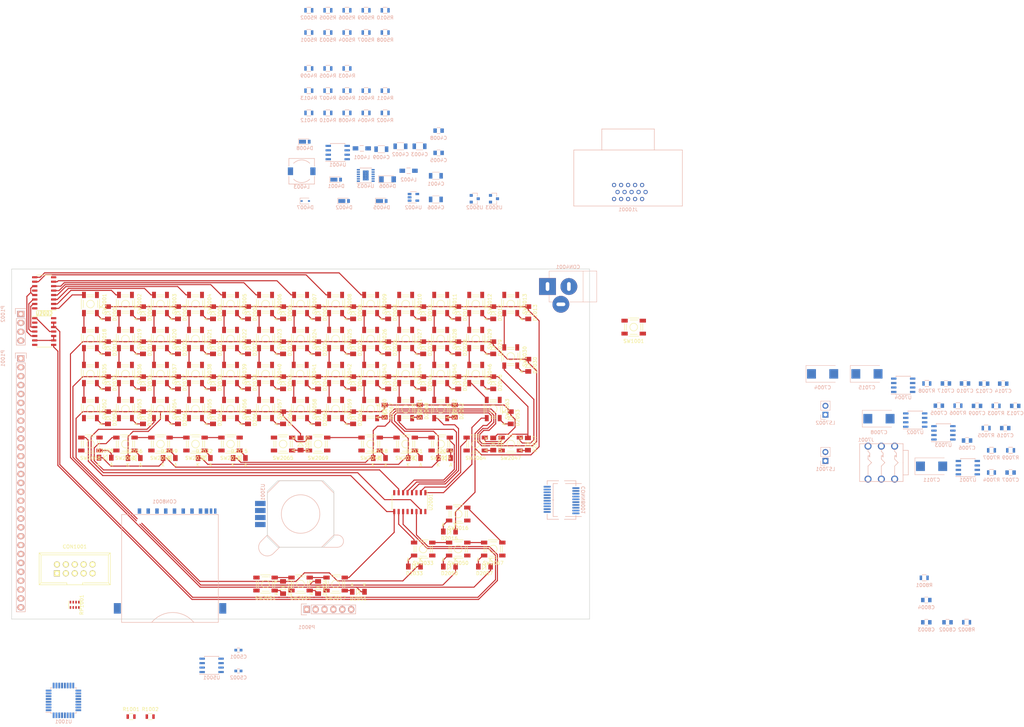
<source format=kicad_pcb>
(kicad_pcb (version 20170123) (host pcbnew no-vcs-found-7652~57~ubuntu16.04.1)
  (layers (0 F.Cu signal) (31 B.Cu signal) (34 B.Paste user) (35 F.Paste user) (36 B.SilkS user) (37 F.SilkS user) (38 B.Mask user) (39 F.Mask user) (44 Edge.Cuts user))
  (net 0 "")
  (net 1 "Net-(D2067-Pad2)")
  (net 2 "Net-(D2058-Pad2)")
  (net 3 "Net-(D2057-Pad2)")
  (net 4 "Net-(D2056-Pad2)")
  (net 5 "Net-(D2055-Pad2)")
  (net 6 "Net-(D2054-Pad2)")
  (net 7 "Net-(D2053-Pad2)")
  (net 8 "Net-(D2052-Pad2)")
  (net 9 "Net-(D2036-Pad2)")
  (net 10 "Net-(D2051-Pad2)")
  (net 11 "Net-(D2066-Pad2)")
  (net 12 "Net-(D2065-Pad2)")
  (net 13 "Net-(D2064-Pad2)")
  (net 14 "Net-(D2063-Pad2)")
  (net 15 "Net-(D2062-Pad2)")
  (net 16 "Net-(D2061-Pad2)")
  (net 17 "Net-(D2060-Pad2)")
  (net 18 "Net-(D2068-Pad2)")
  (net 19 "Net-(D2044-Pad2)")
  (net 20 "Net-(D2026-Pad2)")
  (net 21 "Net-(D2059-Pad2)")
  (net 22 "Net-(D2050-Pad2)")
  (net 23 "Net-(D2049-Pad2)")
  (net 24 "Net-(D2048-Pad2)")
  (net 25 "Net-(D2047-Pad2)")
  (net 26 "Net-(D2046-Pad2)")
  (net 27 "Net-(D2045-Pad2)")
  (net 28 "Net-(D2018-Pad2)")
  (net 29 "Net-(D2043-Pad2)")
  (net 30 "Net-(D2042-Pad2)")
  (net 31 "Net-(D2041-Pad2)")
  (net 32 "Net-(D2040-Pad2)")
  (net 33 "Net-(D2039-Pad2)")
  (net 34 "Net-(D2038-Pad2)")
  (net 35 "Net-(D2037-Pad2)")
  (net 36 "Net-(D2025-Pad2)")
  (net 37 "Net-(D2034-Pad2)")
  (net 38 "Net-(D2032-Pad2)")
  (net 39 "Net-(D2031-Pad2)")
  (net 40 "Net-(D2030-Pad2)")
  (net 41 "Net-(D2029-Pad2)")
  (net 42 "Net-(D2028-Pad2)")
  (net 43 "Net-(D2027-Pad2)")
  (net 44 "Net-(D2017-Pad2)")
  (net 45 "Net-(D2033-Pad2)")
  (net 46 "Net-(D2024-Pad2)")
  (net 47 "Net-(D2023-Pad2)")
  (net 48 "Net-(D2022-Pad2)")
  (net 49 "Net-(D2021-Pad2)")
  (net 50 "Net-(D2020-Pad2)")
  (net 51 "Net-(D2019-Pad2)")
  (net 52 "Net-(D2016-Pad2)")
  (net 53 "Net-(D2008-Pad2)")
  (net 54 "Net-(D2015-Pad2)")
  (net 55 "Net-(D2014-Pad2)")
  (net 56 "Net-(D2013-Pad2)")
  (net 57 "Net-(D2012-Pad2)")
  (net 58 "Net-(D2011-Pad2)")
  (net 59 "Net-(D2010-Pad2)")
  (net 60 "Net-(D2035-Pad2)")
  (net 61 "Net-(D2009-Pad2)")
  (net 62 "Net-(D2007-Pad2)")
  (net 63 "Net-(D2006-Pad2)")
  (net 64 "Net-(D2005-Pad2)")
  (net 65 "Net-(D2004-Pad2)")
  (net 66 "Net-(D2003-Pad2)")
  (net 67 "Net-(D2002-Pad2)")
  (net 68 "Net-(D2001-Pad2)")
  (net 69 GND)
  (net 70 "Net-(U2002-Pad11)")
  (net 71 "Net-(U2002-Pad12)")
  (net 72 "Net-(U2002-Pad15)")
  (net 73 +3V3)
  (net 74 "Net-(U2001-Pad14)")
  (net 75 "Net-(U2001-Pad12)")
  (net 76 "Net-(U2001-Pad11)")
  (net 77 "Net-(U2001-Pad3)")
  (net 78 /SPI_SS)
  (net 79 /SPI_MOSI)
  (net 80 /SPI_MISO)
  (net 81 /SPI_SCK)
  (net 82 /MOUSE_X)
  (net 83 /MOUSE_Y)
  (net 84 /I2C_SDA)
  (net 85 /I2C_SCL)
  (net 86 /Keyboard/CLK)
  (net 87 /Keyboard/~RESET)
  (net 88 /Keyboard/Q3)
  (net 89 /Keyboard/Q2)
  (net 90 /Keyboard/Q0)
  (net 91 /Keyboard/Q1)
  (net 92 "Net-(CON1001-Pad2)")
  (net 93 "Net-(CON1001-Pad3)")
  (net 94 "Net-(CON1001-Pad4)")
  (net 95 /RESET)
  (net 96 "Net-(CON1001-Pad6)")
  (net 97 /AUDIO_R)
  (net 98 /AUDIO_L)
  (net 99 /EXTINT0)
  (net 100 /EXTINT1)
  (net 101 /EXTINT2)
  (net 102 /EXTINT3)
  (net 103 /UART_RX)
  (net 104 /UART_TX)
  (net 105 /CPURST)
  (net 106 /PWRON_RESET)
  (net 107 /SPI_SS2)
  (net 108 /SPI_SS3)
  (net 109 /SPI_SS4)
  (net 110 /SPI_SS5)
  (net 111 /SPI_SS6)
  (net 112 /SPI_SS7)
  (net 113 CLK12)
  (net 114 CLK33)
  (net 115 +24V)
  (net 116 "Net-(CONN8001-Pad1)")
  (net 117 "Net-(CONN8001-Pad2)")
  (net 118 "Net-(CONN8001-Pad3)")
  (net 119 "Net-(CONN8001-Pad4)")
  (net 120 "Net-(CONN8001-Pad5)")
  (net 121 "Net-(CONN8001-Pad6)")
  (net 122 "Net-(CONN8001-Pad7)")
  (net 123 "Net-(CONN8001-Pad8)")
  (net 124 "Net-(CONN8001-Pad9)")
  (net 125 "Net-(CONN8001-Pad10)")
  (net 126 "Net-(CONN8001-Pad11)")
  (net 127 "Net-(CONN8001-Pad12)")
  (net 128 "Net-(CONN8001-Pad13)")
  (net 129 "Net-(CONN8001-Pad14)")
  (net 130 "Net-(CONN8001-Pad15)")
  (net 131 "Net-(CONN8001-Pad16)")
  (net 132 "Net-(CONN8001-Pad17)")
  (net 133 "Net-(CONN8001-Pad18)")
  (net 134 "Net-(CONN8001-Pad19)")
  (net 135 "Net-(CONN8001-Pad20)")
  (net 136 /VGA/R)
  (net 137 /VGA/G)
  (net 138 /VGA/B)
  (net 139 /VGA/HSYNC)
  (net 140 /VGA/VSYNC)
  (net 141 /Keyboard/COL6)
  (net 142 /Keyboard/COL14)
  (net 143 /Keyboard/COL13)
  (net 144 /Keyboard/COL12)
  (net 145 /Keyboard/COL11)
  (net 146 /Keyboard/COL10)
  (net 147 /Keyboard/COL9)
  (net 148 /Keyboard/COL8)
  (net 149 /Keyboard/COL0)
  (net 150 /Keyboard/COL5)
  (net 151 /Keyboard/COL4)
  (net 152 /Keyboard/COL3)
  (net 153 /Keyboard/COL2)
  (net 154 /Keyboard/COL1)
  (net 155 /Keyboard/COL16)
  (net 156 /Keyboard/COL7)
  (net 157 /Keyboard/COL15)
  (net 158 "Net-(U2003-Pad10)")
  (net 159 "Net-(U2003-Pad1)")
  (net 160 "/SD Card/SS")
  (net 161 "/SD Card/MOSI")
  (net 162 "/SD Card/SCK")
  (net 163 "/SD Card/MISO")
  (net 164 "/SD Card/DETECT")
  (net 165 "/SD Card/WP")
  (net 166 /Mouse/X)
  (net 167 /Mouse/Y)
  (net 168 /Audio/UP/~DOWN)
  (net 169 /Audio/~CS_L)
  (net 170 /Audio/~CS_R)
  (net 171 "Net-(SW1001-Pad2)")
  (net 172 "Net-(SW1001-Pad1)")
  (net 173 "Net-(R1001-Pad1)")
  (net 174 "Net-(R1001-Pad2)")
  (net 175 "Net-(R1002-Pad2)")
  (net 176 "Net-(R1002-Pad1)")
  (net 177 "Net-(U5001-Pad7)")
  (net 178 /RTC/SCL)
  (net 179 /RTC/SDA)
  (net 180 "Net-(U5001-Pad3)")
  (net 181 "Net-(C5002-Pad2)")
  (net 182 "Net-(C5001-Pad2)")
  (net 183 /Audio/R)
  (net 184 /Audio/L)
  (net 185 "Net-(J10001-Pad1)")
  (net 186 "Net-(J10001-Pad2)")
  (net 187 "Net-(J10001-Pad3)")
  (net 188 "Net-(J10001-Pad4)")
  (net 189 "Net-(J10001-Pad5)")
  (net 190 "Net-(J10001-Pad6)")
  (net 191 "Net-(J10001-Pad7)")
  (net 192 "Net-(J10001-Pad8)")
  (net 193 "Net-(J10001-Pad9)")
  (net 194 "Net-(J10001-Pad10)")
  (net 195 "Net-(J10001-Pad11)")
  (net 196 "Net-(J10001-Pad12)")
  (net 197 "Net-(J10001-Pad13)")
  (net 198 "Net-(J10001-Pad14)")
  (net 199 "Net-(J10001-Pad15)")
  (net 200 "Net-(Q4002-Pad1)")
  (net 201 "Net-(C4008-Pad2)")
  (net 202 "Net-(D4007-Pad2)")
  (net 203 "Net-(Q5002-Pad2)")
  (net 204 "Net-(RV5002-Pad2)")
  (net 205 "Net-(RV5001-Pad2)")
  (net 206 "Net-(BT5001-Pad2)")
  (net 207 "Net-(Q5001-Pad2)")
  (net 208 "Net-(C4002-Pad1)")
  (net 209 "Net-(C4002-Pad2)")
  (net 210 "Net-(L4001-Pad2)")
  (net 211 +BATT)
  (net 212 "/Power Supply/BATTERY_NTC")
  (net 213 "Net-(R4007-Pad2)")
  (net 214 "Net-(C4005-Pad1)")
  (net 215 "Net-(R4004-Pad1)")
  (net 216 "Net-(R4003-Pad1)")
  (net 217 "Net-(R4006-Pad2)")
  (net 218 "Net-(R4002-Pad1)")
  (net 219 "Net-(D4002-Pad1)")
  (net 220 "/Power Supply/SHDN")
  (net 221 "Net-(D4008-Pad1)")
  (net 222 +12V)
  (net 223 "Net-(C4006-Pad1)")
  (net 224 "Net-(CON4001-Pad3)")
  (net 225 /Audio/DETECT)
  (net 226 "Net-(CON8001-Pad8)")
  (net 227 "Net-(CON8001-Pad9)")
  (net 228 /Audio/SPKR_R)
  (net 229 /Audio/SPKR_L)
  (net 230 /Audio/JACK_R)
  (net 231 /Audio/JACK_L)
  (net 232 "Net-(C7009-Pad1)")
  (net 233 "Net-(C7016-Pad1)")
  (net 234 "Net-(C7010-Pad2)")
  (net 235 "Net-(C7017-Pad2)")
  (net 236 "Net-(R7007-Pad2)")
  (net 237 "Net-(R7003-Pad2)")
  (net 238 "Net-(C7014-Pad1)")
  (net 239 "Net-(U7001-Pad8)")
  (net 240 "Net-(C7006-Pad2)")
  (net 241 "Net-(C7008-Pad1)")
  (net 242 "Net-(U7001-Pad1)")
  (net 243 "Net-(C7007-Pad1)")
  (net 244 "Net-(U7002-Pad8)")
  (net 245 "Net-(C7013-Pad2)")
  (net 246 "Net-(C7015-Pad1)")
  (net 247 "Net-(U7002-Pad1)")
  (net 248 "Net-(R4011-Pad1)")
  (net 249 "Net-(R5010-Pad1)")
  (net 250 "Net-(Q5002-Pad1)")
  (net 251 "Net-(R5005-Pad2)")
  (net 252 "Net-(R5007-Pad2)")
  (net 253 "Net-(R5005-Pad1)")
  (net 254 "Net-(Q5001-Pad1)")
  (net 255 "Net-(R5002-Pad2)")
  (net 256 "Net-(D4004-Pad1)")
  (net 257 "Net-(D4003-Pad1)")
  (net 258 "Net-(U1001-Pad32)")
  (net 259 "Net-(U1001-Pad31)")
  (net 260 "Net-(U1001-Pad30)")
  (net 261 "Net-(U1001-Pad29)")
  (net 262 "Net-(U1001-Pad26)")
  (net 263 "Net-(U1001-Pad25)")
  (net 264 "Net-(U1001-Pad22)")
  (net 265 "Net-(U1001-Pad20)")
  (net 266 "Net-(U1001-Pad19)")
  (net 267 "Net-(U1001-Pad18)")
  (net 268 "Net-(U1001-Pad13)")
  (net 269 "Net-(U1001-Pad12)")
  (net 270 "Net-(U1001-Pad11)")
  (net 271 "Net-(U1001-Pad10)")
  (net 272 "Net-(U1001-Pad9)")
  (net 273 "Net-(U1001-Pad8)")
  (net 274 "Net-(U1001-Pad7)")
  (net 275 "Net-(U1001-Pad6)")
  (net 276 "Net-(U1001-Pad4)")
  (net 277 "Net-(U1001-Pad3)")
  (net 278 "Net-(U1001-Pad2)")
  (net 279 "Net-(U1001-Pad1)")
  (module Housings_QFP:TQFP-32_7x7mm_Pitch0.8mm (layer B.Cu) (at 99.8 173.25)
    (fp_text reference U1001 (at 0 6.05) (layer B.SilkS) (effects (justify mirror)))
    (fp_text value ATTINY48-A)
    (pad 32 smd rect (at -2.8 4.25 270) (size 1.6 0.55) (layers B.Cu B.Paste B.Mask) (net 258 "Net-(U1001-Pad32)"))
    (pad 31 smd rect (at -2 4.25 270) (size 1.6 0.55) (layers B.Cu B.Paste B.Mask) (net 259 "Net-(U1001-Pad31)"))
    (pad 30 smd rect (at -1.2 4.25 270) (size 1.6 0.55) (layers B.Cu B.Paste B.Mask) (net 260 "Net-(U1001-Pad30)"))
    (pad 29 smd rect (at -0.4 4.25 270) (size 1.6 0.55) (layers B.Cu B.Paste B.Mask) (net 261 "Net-(U1001-Pad29)"))
    (pad 28 smd rect (at 0.4 4.25 270) (size 1.6 0.55) (layers B.Cu B.Paste B.Mask) (net 85 /I2C_SCL))
    (pad 27 smd rect (at 1.2 4.25 270) (size 1.6 0.55) (layers B.Cu B.Paste B.Mask) (net 84 /I2C_SDA))
    (pad 26 smd rect (at 2 4.25 270) (size 1.6 0.55) (layers B.Cu B.Paste B.Mask) (net 262 "Net-(U1001-Pad26)"))
    (pad 25 smd rect (at 2.8 4.25 270) (size 1.6 0.55) (layers B.Cu B.Paste B.Mask) (net 263 "Net-(U1001-Pad25)"))
    (pad 24 smd rect (at 4.25 2.8) (size 1.6 0.55) (layers B.Cu B.Paste B.Mask) (net 83 /MOUSE_Y))
    (pad 23 smd rect (at 4.25 2) (size 1.6 0.55) (layers B.Cu B.Paste B.Mask) (net 82 /MOUSE_X))
    (pad 22 smd rect (at 4.25 1.2) (size 1.6 0.55) (layers B.Cu B.Paste B.Mask) (net 264 "Net-(U1001-Pad22)"))
    (pad 21 smd rect (at 4.25 0.4) (size 1.6 0.55) (layers B.Cu B.Paste B.Mask) (net 69 GND))
    (pad 20 smd rect (at 4.25 -0.4) (size 1.6 0.55) (layers B.Cu B.Paste B.Mask) (net 265 "Net-(U1001-Pad20)"))
    (pad 19 smd rect (at 4.25 -1.2) (size 1.6 0.55) (layers B.Cu B.Paste B.Mask) (net 266 "Net-(U1001-Pad19)"))
    (pad 18 smd rect (at 4.25 -2) (size 1.6 0.55) (layers B.Cu B.Paste B.Mask) (net 267 "Net-(U1001-Pad18)"))
    (pad 17 smd rect (at 4.25 -2.8) (size 1.6 0.55) (layers B.Cu B.Paste B.Mask) (net 81 /SPI_SCK))
    (pad 16 smd rect (at 2.8 -4.25 270) (size 1.6 0.55) (layers B.Cu B.Paste B.Mask) (net 80 /SPI_MISO))
    (pad 15 smd rect (at 2 -4.25 270) (size 1.6 0.55) (layers B.Cu B.Paste B.Mask) (net 79 /SPI_MOSI))
    (pad 14 smd rect (at 1.2 -4.25 270) (size 1.6 0.55) (layers B.Cu B.Paste B.Mask) (net 78 /SPI_SS))
    (pad 13 smd rect (at 0.4 -4.25 270) (size 1.6 0.55) (layers B.Cu B.Paste B.Mask) (net 268 "Net-(U1001-Pad13)"))
    (pad 12 smd rect (at -0.4 -4.25 270) (size 1.6 0.55) (layers B.Cu B.Paste B.Mask) (net 269 "Net-(U1001-Pad12)"))
    (pad 11 smd rect (at -1.2 -4.25 270) (size 1.6 0.55) (layers B.Cu B.Paste B.Mask) (net 270 "Net-(U1001-Pad11)"))
    (pad 10 smd rect (at -2 -4.25 270) (size 1.6 0.55) (layers B.Cu B.Paste B.Mask) (net 271 "Net-(U1001-Pad10)"))
    (pad 9 smd rect (at -2.8 -4.25 270) (size 1.6 0.55) (layers B.Cu B.Paste B.Mask) (net 272 "Net-(U1001-Pad9)"))
    (pad 8 smd rect (at -4.25 -2.8) (size 1.6 0.55) (layers B.Cu B.Paste B.Mask) (net 273 "Net-(U1001-Pad8)"))
    (pad 7 smd rect (at -4.25 -2) (size 1.6 0.55) (layers B.Cu B.Paste B.Mask) (net 274 "Net-(U1001-Pad7)"))
    (pad 6 smd rect (at -4.25 -1.2) (size 1.6 0.55) (layers B.Cu B.Paste B.Mask) (net 275 "Net-(U1001-Pad6)"))
    (pad 5 smd rect (at -4.25 -0.4) (size 1.6 0.55) (layers B.Cu B.Paste B.Mask) (net 69 GND))
    (pad 4 smd rect (at -4.25 0.4) (size 1.6 0.55) (layers B.Cu B.Paste B.Mask) (net 276 "Net-(U1001-Pad4)"))
    (pad 3 smd rect (at -4.25 1.2) (size 1.6 0.55) (layers B.Cu B.Paste B.Mask) (net 277 "Net-(U1001-Pad3)"))
    (pad 2 smd rect (at -4.25 2) (size 1.6 0.55) (layers B.Cu B.Paste B.Mask) (net 278 "Net-(U1001-Pad2)"))
    (pad 1 smd rect (at -4.25 2.8) (size 1.6 0.55) (layers B.Cu B.Paste B.Mask) (net 279 "Net-(U1001-Pad1)"))
  )
  (module Socket_Strips:Socket_Strip_Straight_1x02_Pitch2.54mm (layer B.Cu) (at 317.342561 91.621283)
    (fp_text reference LS7002 (at 0 2.33) (layer B.SilkS) (effects (justify mirror)))
    (fp_text value "Speaker R")
    (pad 1 thru_hole rect (at 0 0) (size 1.7 1.7) (drill 1) (layers *.Cu *.Mask) (net 228 /Audio/SPKR_R))
    (pad 2 thru_hole oval (at 0 -2.54) (size 1.7 1.7) (drill 1) (layers *.Cu *.Mask) (net 69 GND))
  )
  (module Socket_Strips:Socket_Strip_Straight_1x02_Pitch2.54mm (layer B.Cu) (at 317.342561 104.821283)
    (fp_text reference LS7001 (at 0 2.33) (layer B.SilkS) (effects (justify mirror)))
    (fp_text value "Speaker L")
    (pad 2 thru_hole oval (at 0 -2.54) (size 1.7 1.7) (drill 1) (layers *.Cu *.Mask) (net 69 GND))
    (pad 1 thru_hole rect (at 0 0) (size 1.7 1.7) (drill 1) (layers *.Cu *.Mask) (net 229 /Audio/SPKR_L))
  )
  (module Capacitors_Tantalum_SMD:CP_Tantalum_Case-D_EIA-7343-31_Reflow (layer B.Cu) (at 329.192981 79.951803)
    (fp_text reference C7015 (at 0 3.9) (layer B.SilkS) (effects (justify mirror)))
    (fp_text value 220u)
    (pad 1 smd rect (at -3.175 0) (size 2.55 2.7) (layers B.Cu B.Paste B.Mask) (net 246 "Net-(C7015-Pad1)"))
    (pad 2 smd rect (at 3.175 0) (size 2.55 2.7) (layers B.Cu B.Paste B.Mask) (net 230 /Audio/JACK_R))
  )
  (module Capacitors_Tantalum_SMD:CP_Tantalum_Case-D_EIA-7343-31_Reflow (layer B.Cu) (at 347.652981 106.351803)
    (fp_text reference C7011 (at 0 3.9) (layer B.SilkS) (effects (justify mirror)))
    (fp_text value 100u)
    (pad 2 smd rect (at 3.175 0) (size 2.55 2.7) (layers B.Cu B.Paste B.Mask) (net 69 GND))
    (pad 1 smd rect (at -3.175 0) (size 2.55 2.7) (layers B.Cu B.Paste B.Mask) (net 211 +BATT))
  )
  (module Capacitors_Tantalum_SMD:CP_Tantalum_Case-D_EIA-7343-31_Reflow (layer B.Cu) (at 316.542981 79.951803)
    (fp_text reference C7004 (at 0 3.9) (layer B.SilkS) (effects (justify mirror)))
    (fp_text value 100u)
    (pad 1 smd rect (at -3.175 0) (size 2.55 2.7) (layers B.Cu B.Paste B.Mask) (net 211 +BATT))
    (pad 2 smd rect (at 3.175 0) (size 2.55 2.7) (layers B.Cu B.Paste B.Mask) (net 69 GND))
  )
  (module Capacitors_Tantalum_SMD:CP_Tantalum_Case-D_EIA-7343-31_Reflow (layer B.Cu) (at 332.622981 92.761803)
    (fp_text reference C7008 (at 0 3.9) (layer B.SilkS) (effects (justify mirror)))
    (fp_text value 220u)
    (pad 2 smd rect (at 3.175 0) (size 2.55 2.7) (layers B.Cu B.Paste B.Mask) (net 231 /Audio/JACK_L))
    (pad 1 smd rect (at -3.175 0) (size 2.55 2.7) (layers B.Cu B.Paste B.Mask) (net 241 "Net-(C7008-Pad1)"))
  )
  (module Resistors_SMD:R_0805 (layer B.Cu) (at 169.850004 -0.94872)
    (fp_text reference R4013 (at 0 2.1) (layer B.SilkS) (effects (justify mirror)))
    (fp_text value 13.3k)
    (pad 1 smd rect (at -0.95 0) (size 0.7 1.3) (layers B.Cu B.Paste B.Mask) (net 201 "Net-(C4008-Pad2)"))
    (pad 2 smd rect (at 0.95 0) (size 0.7 1.3) (layers B.Cu B.Paste B.Mask) (net 69 GND))
  )
  (module Resistors_SMD:R_0805 (layer B.Cu) (at 175.300004 5.40128)
    (fp_text reference R4010 (at 0 2.1) (layer B.SilkS) (effects (justify mirror)))
    (fp_text value R)
    (pad 2 smd rect (at 0.95 0) (size 0.7 1.3) (layers B.Cu B.Paste B.Mask) (net 69 GND))
    (pad 1 smd rect (at -0.95 0) (size 0.7 1.3) (layers B.Cu B.Paste B.Mask) (net 220 "/Power Supply/SHDN"))
  )
  (module Resistors_SMD:R_0805 (layer B.Cu) (at 169.850004 -7.29872)
    (fp_text reference R4009 (at 0 2.1) (layer B.SilkS) (effects (justify mirror)))
    (fp_text value 412k)
    (pad 1 smd rect (at -0.95 0) (size 0.7 1.3) (layers B.Cu B.Paste B.Mask) (net 69 GND))
    (pad 2 smd rect (at 0.95 0) (size 0.7 1.3) (layers B.Cu B.Paste B.Mask) (net 213 "Net-(R4007-Pad2)"))
  )
  (module Resistors_SMD:R_0805 (layer B.Cu) (at 180.750004 5.40128)
    (fp_text reference R4008 (at 0 2.1) (layer B.SilkS) (effects (justify mirror)))
    (fp_text value 51k)
    (pad 2 smd rect (at 0.95 0) (size 0.7 1.3) (layers B.Cu B.Paste B.Mask) (net 69 GND))
    (pad 1 smd rect (at -0.95 0) (size 0.7 1.3) (layers B.Cu B.Paste B.Mask) (net 217 "Net-(R4006-Pad2)"))
  )
  (module Resistors_SMD:R_0805 (layer B.Cu) (at 175.300004 -0.94872)
    (fp_text reference R4007 (at 0 2.1) (layer B.SilkS) (effects (justify mirror)))
    (fp_text value 626k)
    (pad 1 smd rect (at -0.95 0) (size 0.7 1.3) (layers B.Cu B.Paste B.Mask) (net 211 +BATT))
    (pad 2 smd rect (at 0.95 0) (size 0.7 1.3) (layers B.Cu B.Paste B.Mask) (net 213 "Net-(R4007-Pad2)"))
  )
  (module Resistors_SMD:R_0805 (layer B.Cu) (at 180.750004 -0.94872)
    (fp_text reference R4006 (at 0 2.1) (layer B.SilkS) (effects (justify mirror)))
    (fp_text value 47k)
    (pad 2 smd rect (at 0.95 0) (size 0.7 1.3) (layers B.Cu B.Paste B.Mask) (net 217 "Net-(R4006-Pad2)"))
    (pad 1 smd rect (at -0.95 0) (size 0.7 1.3) (layers B.Cu B.Paste B.Mask) (net 218 "Net-(R4002-Pad1)"))
  )
  (module Resistors_SMD:R_0805 (layer B.Cu) (at 175.300004 -7.29872)
    (fp_text reference R4005 (at 0 2.1) (layer B.SilkS) (effects (justify mirror)))
    (fp_text value 0R05)
    (pad 1 smd rect (at -0.95 0) (size 0.7 1.3) (layers B.Cu B.Paste B.Mask) (net 210 "Net-(L4001-Pad2)"))
    (pad 2 smd rect (at 0.95 0) (size 0.7 1.3) (layers B.Cu B.Paste B.Mask) (net 211 +BATT))
  )
  (module Resistors_SMD:R_0805 (layer B.Cu) (at 186.200004 5.40128)
    (fp_text reference R4004 (at 0 2.1) (layer B.SilkS) (effects (justify mirror)))
    (fp_text value 10k)
    (pad 2 smd rect (at 0.95 0) (size 0.7 1.3) (layers B.Cu B.Paste B.Mask) (net 257 "Net-(D4003-Pad1)"))
    (pad 1 smd rect (at -0.95 0) (size 0.7 1.3) (layers B.Cu B.Paste B.Mask) (net 215 "Net-(R4004-Pad1)"))
  )
  (module Resistors_SMD:R_0805 (layer B.Cu) (at 180.750004 -7.29872)
    (fp_text reference R4003 (at 0 2.1) (layer B.SilkS) (effects (justify mirror)))
    (fp_text value 10k)
    (pad 1 smd rect (at -0.95 0) (size 0.7 1.3) (layers B.Cu B.Paste B.Mask) (net 216 "Net-(R4003-Pad1)"))
    (pad 2 smd rect (at 0.95 0) (size 0.7 1.3) (layers B.Cu B.Paste B.Mask) (net 256 "Net-(D4004-Pad1)"))
  )
  (module Resistors_SMD:R_0805 (layer B.Cu) (at 191.650004 5.40128)
    (fp_text reference R4002 (at 0 2.1) (layer B.SilkS) (effects (justify mirror)))
    (fp_text value 330k)
    (pad 1 smd rect (at -0.95 0) (size 0.7 1.3) (layers B.Cu B.Paste B.Mask) (net 218 "Net-(R4002-Pad1)"))
    (pad 2 smd rect (at 0.95 0) (size 0.7 1.3) (layers B.Cu B.Paste B.Mask) (net 222 +12V))
  )
  (module Resistors_SMD:R_0805 (layer B.Cu) (at 186.200004 -0.94872)
    (fp_text reference R4001 (at 0 2.1) (layer B.SilkS) (effects (justify mirror)))
    (fp_text value 10k)
    (pad 2 smd rect (at 0.95 0) (size 0.7 1.3) (layers B.Cu B.Paste B.Mask) (net 222 +12V))
    (pad 1 smd rect (at -0.95 0) (size 0.7 1.3) (layers B.Cu B.Paste B.Mask) (net 69 GND))
  )
  (module Resistors_SMD:R_0805 (layer B.Cu) (at 169.850004 5.40128)
    (fp_text reference R4012 (at 0 2.1) (layer B.SilkS) (effects (justify mirror)))
    (fp_text value 270k)
    (pad 2 smd rect (at 0.95 0) (size 0.7 1.3) (layers B.Cu B.Paste B.Mask) (net 115 +24V))
    (pad 1 smd rect (at -0.95 0) (size 0.7 1.3) (layers B.Cu B.Paste B.Mask) (net 201 "Net-(C4008-Pad2)"))
  )
  (module Resistors_SMD:R_0805 (layer B.Cu) (at 169.850004 -17.55872)
    (fp_text reference R5001 (at 0 2.1) (layer B.SilkS) (effects (justify mirror)))
    (fp_text value 10k)
    (pad 1 smd rect (at -0.95 0) (size 0.7 1.3) (layers B.Cu B.Paste B.Mask) (net 211 +BATT))
    (pad 2 smd rect (at 0.95 0) (size 0.7 1.3) (layers B.Cu B.Paste B.Mask) (net 207 "Net-(Q5001-Pad2)"))
  )
  (module Resistors_SMD:R_0805 (layer B.Cu) (at 169.850004 -23.90872)
    (fp_text reference R5002 (at 0 2.1) (layer B.SilkS) (effects (justify mirror)))
    (fp_text value 150k)
    (pad 2 smd rect (at 0.95 0) (size 0.7 1.3) (layers B.Cu B.Paste B.Mask) (net 255 "Net-(R5002-Pad2)"))
    (pad 1 smd rect (at -0.95 0) (size 0.7 1.3) (layers B.Cu B.Paste B.Mask) (net 211 +BATT))
  )
  (module Resistors_SMD:R_0805 (layer B.Cu) (at 175.300004 -17.55872)
    (fp_text reference R5003 (at 0 2.1) (layer B.SilkS) (effects (justify mirror)))
    (fp_text value 40R)
    (pad 1 smd rect (at -0.95 0) (size 0.7 1.3) (layers B.Cu B.Paste B.Mask) (net 254 "Net-(Q5001-Pad1)"))
    (pad 2 smd rect (at 0.95 0) (size 0.7 1.3) (layers B.Cu B.Paste B.Mask) (net 206 "Net-(BT5001-Pad2)"))
  )
  (module Resistors_SMD:R_0805 (layer B.Cu) (at 180.750004 -17.55872)
    (fp_text reference R5004 (at 0 2.1) (layer B.SilkS) (effects (justify mirror)))
    (fp_text value 40R)
    (pad 2 smd rect (at 0.95 0) (size 0.7 1.3) (layers B.Cu B.Paste B.Mask) (net 206 "Net-(BT5001-Pad2)"))
    (pad 1 smd rect (at -0.95 0) (size 0.7 1.3) (layers B.Cu B.Paste B.Mask) (net 254 "Net-(Q5001-Pad1)"))
  )
  (module Resistors_SMD:R_0805 (layer B.Cu) (at 175.300004 -23.90872)
    (fp_text reference R5005 (at 0 2.1) (layer B.SilkS) (effects (justify mirror)))
    (fp_text value 220k)
    (pad 1 smd rect (at -0.95 0) (size 0.7 1.3) (layers B.Cu B.Paste B.Mask) (net 253 "Net-(R5005-Pad1)"))
    (pad 2 smd rect (at 0.95 0) (size 0.7 1.3) (layers B.Cu B.Paste B.Mask) (net 251 "Net-(R5005-Pad2)"))
  )
  (module Resistors_SMD:R_0805 (layer B.Cu) (at 180.750004 -23.90872)
    (fp_text reference R5006 (at 0 2.1) (layer B.SilkS) (effects (justify mirror)))
    (fp_text value 10k)
    (pad 2 smd rect (at 0.95 0) (size 0.7 1.3) (layers B.Cu B.Paste B.Mask) (net 203 "Net-(Q5002-Pad2)"))
    (pad 1 smd rect (at -0.95 0) (size 0.7 1.3) (layers B.Cu B.Paste B.Mask) (net 206 "Net-(BT5001-Pad2)"))
  )
  (module Resistors_SMD:R_0805 (layer B.Cu) (at 186.200004 -17.55872)
    (fp_text reference R5007 (at 0 2.1) (layer B.SilkS) (effects (justify mirror)))
    (fp_text value 150k)
    (pad 1 smd rect (at -0.95 0) (size 0.7 1.3) (layers B.Cu B.Paste B.Mask) (net 251 "Net-(R5005-Pad2)"))
    (pad 2 smd rect (at 0.95 0) (size 0.7 1.3) (layers B.Cu B.Paste B.Mask) (net 252 "Net-(R5007-Pad2)"))
  )
  (module Resistors_SMD:R_0805 (layer B.Cu) (at 191.650004 -17.55872)
    (fp_text reference R5008 (at 0 2.1) (layer B.SilkS) (effects (justify mirror)))
    (fp_text value 40R)
    (pad 2 smd rect (at 0.95 0) (size 0.7 1.3) (layers B.Cu B.Paste B.Mask) (net 69 GND))
    (pad 1 smd rect (at -0.95 0) (size 0.7 1.3) (layers B.Cu B.Paste B.Mask) (net 250 "Net-(Q5002-Pad1)"))
  )
  (module Resistors_SMD:R_0805 (layer B.Cu) (at 186.200004 -23.90872)
    (fp_text reference R5009 (at 0 2.1) (layer B.SilkS) (effects (justify mirror)))
    (fp_text value 40R)
    (pad 1 smd rect (at -0.95 0) (size 0.7 1.3) (layers B.Cu B.Paste B.Mask) (net 250 "Net-(Q5002-Pad1)"))
    (pad 2 smd rect (at 0.95 0) (size 0.7 1.3) (layers B.Cu B.Paste B.Mask) (net 69 GND))
  )
  (module Resistors_SMD:R_0805 (layer B.Cu) (at 191.650004 -23.90872)
    (fp_text reference R5010 (at 0 2.1) (layer B.SilkS) (effects (justify mirror)))
    (fp_text value 220k)
    (pad 2 smd rect (at 0.95 0) (size 0.7 1.3) (layers B.Cu B.Paste B.Mask) (net 69 GND))
    (pad 1 smd rect (at -0.95 0) (size 0.7 1.3) (layers B.Cu B.Paste B.Mask) (net 249 "Net-(R5010-Pad1)"))
  )
  (module Resistors_SMD:R_0805 (layer B.Cu) (at 191.650004 -0.94872)
    (fp_text reference R4011 (at 0 2.1) (layer B.SilkS) (effects (justify mirror)))
    (fp_text value R)
    (pad 2 smd rect (at 0.95 0) (size 0.7 1.3) (layers B.Cu B.Paste B.Mask) (net 200 "Net-(Q4002-Pad1)"))
    (pad 1 smd rect (at -0.95 0) (size 0.7 1.3) (layers B.Cu B.Paste B.Mask) (net 248 "Net-(R4011-Pad1)"))
  )
  (module Capacitors_SMD:C_0805 (layer B.Cu) (at 370.207742 108.151803)
    (fp_text reference C7007 (at 0 2.1) (layer B.SilkS) (effects (justify mirror)))
    (fp_text value 1u)
    (pad 2 smd rect (at 1 0) (size 1 1.25) (layers B.Cu B.Paste B.Mask) (net 184 /Audio/L))
    (pad 1 smd rect (at -1 0) (size 1 1.25) (layers B.Cu B.Paste B.Mask) (net 243 "Net-(C7007-Pad1)"))
  )
  (module Capacitors_SMD:C_0805 (layer B.Cu) (at 357.777742 99.001803)
    (fp_text reference C7006 (at 0 2.1) (layer B.SilkS) (effects (justify mirror)))
    (fp_text value 1u)
    (pad 1 smd rect (at -1 0) (size 1 1.25) (layers B.Cu B.Paste B.Mask) (net 69 GND))
    (pad 2 smd rect (at 1 0) (size 1 1.25) (layers B.Cu B.Paste B.Mask) (net 240 "Net-(C7006-Pad2)"))
  )
  (module Capacitors_SMD:C_0805 (layer B.Cu) (at 349.727742 89.051803)
    (fp_text reference C7005 (at 0 2.1) (layer B.SilkS) (effects (justify mirror)))
    (fp_text value 100n)
    (pad 2 smd rect (at 1 0) (size 1 1.25) (layers B.Cu B.Paste B.Mask) (net 69 GND))
    (pad 1 smd rect (at -1 0) (size 1 1.25) (layers B.Cu B.Paste B.Mask) (net 211 +BATT))
  )
  (module Capacitors_SMD:C_0805 (layer B.Cu) (at 368.677742 95.451803)
    (fp_text reference C7016 (at 0 2.1) (layer B.SilkS) (effects (justify mirror)))
    (fp_text value 1n)
    (pad 1 smd rect (at -1 0) (size 1 1.25) (layers B.Cu B.Paste B.Mask) (net 233 "Net-(C7016-Pad1)"))
    (pad 2 smd rect (at 1 0) (size 1 1.25) (layers B.Cu B.Paste B.Mask) (net 69 GND))
  )
  (module Capacitors_SMD:C_0805 (layer B.Cu) (at 357.197742 82.701803)
    (fp_text reference C7010 (at 0 2.1) (layer B.SilkS) (effects (justify mirror)))
    (fp_text value 47n)
    (pad 1 smd rect (at -1 0) (size 1 1.25) (layers B.Cu B.Paste B.Mask) (net 241 "Net-(C7008-Pad1)"))
    (pad 2 smd rect (at 1 0) (size 1 1.25) (layers B.Cu B.Paste B.Mask) (net 234 "Net-(C7010-Pad2)"))
  )
  (module Capacitors_SMD:C_0805 (layer B.Cu) (at 360.627742 89.101803)
    (fp_text reference C7009 (at 0 2.1) (layer B.SilkS) (effects (justify mirror)))
    (fp_text value 1n)
    (pad 2 smd rect (at 1 0) (size 1 1.25) (layers B.Cu B.Paste B.Mask) (net 69 GND))
    (pad 1 smd rect (at -1 0) (size 1 1.25) (layers B.Cu B.Paste B.Mask) (net 232 "Net-(C7009-Pad1)"))
  )
  (module Capacitors_SMD:C_0805 (layer B.Cu) (at 362.647742 82.751803)
    (fp_text reference C7012 (at 0 2.1) (layer B.SilkS) (effects (justify mirror)))
    (fp_text value 100n)
    (pad 1 smd rect (at -1 0) (size 1 1.25) (layers B.Cu B.Paste B.Mask) (net 211 +BATT))
    (pad 2 smd rect (at 1 0) (size 1 1.25) (layers B.Cu B.Paste B.Mask) (net 69 GND))
  )
  (module Capacitors_SMD:C_0805 (layer B.Cu) (at 371.527742 89.101803)
    (fp_text reference C7013 (at 0 2.1) (layer B.SilkS) (effects (justify mirror)))
    (fp_text value 1u)
    (pad 2 smd rect (at 1 0) (size 1 1.25) (layers B.Cu B.Paste B.Mask) (net 245 "Net-(C7013-Pad2)"))
    (pad 1 smd rect (at -1 0) (size 1 1.25) (layers B.Cu B.Paste B.Mask) (net 69 GND))
  )
  (module Capacitors_SMD:C_0805 (layer B.Cu) (at 368.097742 82.751803)
    (fp_text reference C7014 (at 0 2.1) (layer B.SilkS) (effects (justify mirror)))
    (fp_text value 1u)
    (pad 1 smd rect (at -1 0) (size 1 1.25) (layers B.Cu B.Paste B.Mask) (net 238 "Net-(C7014-Pad1)"))
    (pad 2 smd rect (at 1 0) (size 1 1.25) (layers B.Cu B.Paste B.Mask) (net 183 /Audio/R))
  )
  (module Capacitors_SMD:C_0805 (layer B.Cu) (at 351.747742 82.701803)
    (fp_text reference C7017 (at 0 2.1) (layer B.SilkS) (effects (justify mirror)))
    (fp_text value 47n)
    (pad 2 smd rect (at 1 0) (size 1 1.25) (layers B.Cu B.Paste B.Mask) (net 235 "Net-(C7017-Pad2)"))
    (pad 1 smd rect (at -1 0) (size 1 1.25) (layers B.Cu B.Paste B.Mask) (net 246 "Net-(C7015-Pad1)"))
  )
  (module Capacitors_SMD:C_0805 (layer B.Cu) (at 352.197742 150.921803)
    (fp_text reference C8002 (at 0 2.1) (layer B.SilkS) (effects (justify mirror)))
    (fp_text value 1u)
    (pad 1 smd rect (at -1 0) (size 1 1.25) (layers B.Cu B.Paste B.Mask) (net 73 +3V3))
    (pad 2 smd rect (at 1 0) (size 1 1.25) (layers B.Cu B.Paste B.Mask) (net 69 GND))
  )
  (module Capacitors_SMD:C_0805 (layer B.Cu) (at 346.14298 150.921803)
    (fp_text reference C8003 (at 0 2.1) (layer B.SilkS) (effects (justify mirror)))
    (fp_text value C_Small)
    (pad 2 smd rect (at 1 0) (size 1 1.25) (layers B.Cu B.Paste B.Mask) (net 73 +3V3))
    (pad 1 smd rect (at -1 0) (size 1 1.25) (layers B.Cu B.Paste B.Mask) (net 69 GND))
  )
  (module Capacitors_SMD:C_0805 (layer B.Cu) (at 346.14298 144.571803)
    (fp_text reference C8004 (at 0 2.1) (layer B.SilkS) (effects (justify mirror)))
    (fp_text value C_Small)
    (pad 2 smd rect (at 1 0) (size 1 1.25) (layers B.Cu B.Paste B.Mask) (net 73 +3V3))
    (pad 1 smd rect (at -1 0) (size 1 1.25) (layers B.Cu B.Paste B.Mask) (net 69 GND))
  )
  (module Housings_SOIC:SOIC-8_3.9x4.9mm_Pitch1.27mm (layer B.Cu) (at 342.972981 93.161803)
    (fp_text reference U7002 (at 0 3.5) (layer B.SilkS) (effects (justify mirror)))
    (fp_text value LM386)
    (pad 8 smd rect (at 2.7 1.905) (size 1.55 0.6) (layers B.Cu B.Paste B.Mask) (net 244 "Net-(U7002-Pad8)"))
    (pad 7 smd rect (at 2.7 0.635) (size 1.55 0.6) (layers B.Cu B.Paste B.Mask) (net 245 "Net-(C7013-Pad2)"))
    (pad 6 smd rect (at 2.7 -0.635) (size 1.55 0.6) (layers B.Cu B.Paste B.Mask) (net 211 +BATT))
    (pad 5 smd rect (at 2.7 -1.905) (size 1.55 0.6) (layers B.Cu B.Paste B.Mask) (net 246 "Net-(C7015-Pad1)"))
    (pad 4 smd rect (at -2.7 -1.905) (size 1.55 0.6) (layers B.Cu B.Paste B.Mask) (net 69 GND))
    (pad 3 smd rect (at -2.7 -0.635) (size 1.55 0.6) (layers B.Cu B.Paste B.Mask) (net 233 "Net-(C7016-Pad1)"))
    (pad 2 smd rect (at -2.7 0.635) (size 1.55 0.6) (layers B.Cu B.Paste B.Mask) (net 69 GND))
    (pad 1 smd rect (at -2.7 1.905) (size 1.55 0.6) (layers B.Cu B.Paste B.Mask) (net 247 "Net-(U7002-Pad1)"))
  )
  (module Housings_SOIC:SOIC-8_3.9x4.9mm_Pitch1.27mm (layer B.Cu) (at 351.022981 96.801803)
    (fp_text reference U7003 (at 0 3.5) (layer B.SilkS) (effects (justify mirror)))
    (fp_text value MCP4011)
    (pad 1 smd rect (at -2.7 1.905) (size 1.55 0.6) (layers B.Cu B.Paste B.Mask) (net 73 +3V3))
    (pad 2 smd rect (at -2.7 0.635) (size 1.55 0.6) (layers B.Cu B.Paste B.Mask) (net 69 GND))
    (pad 3 smd rect (at -2.7 -0.635) (size 1.55 0.6) (layers B.Cu B.Paste B.Mask) (net 243 "Net-(C7007-Pad1)"))
    (pad 4 smd rect (at -2.7 -1.905) (size 1.55 0.6) (layers B.Cu B.Paste B.Mask) (net 237 "Net-(R7003-Pad2)"))
    (pad 5 smd rect (at 2.7 -1.905) (size 1.55 0.6) (layers B.Cu B.Paste B.Mask) (net 169 /Audio/~CS_L))
    (pad 6 smd rect (at 2.7 -0.635) (size 1.55 0.6) (layers B.Cu B.Paste B.Mask) (net 69 GND))
    (pad 7 smd rect (at 2.7 0.635) (size 1.55 0.6) (layers B.Cu B.Paste B.Mask))
    (pad 8 smd rect (at 2.7 1.905) (size 1.55 0.6) (layers B.Cu B.Paste B.Mask) (net 168 /Audio/UP/~DOWN))
  )
  (module Housings_SOIC:SOIC-8_3.9x4.9mm_Pitch1.27mm (layer B.Cu) (at 358.002981 106.751803)
    (fp_text reference U7001 (at 0 3.5) (layer B.SilkS) (effects (justify mirror)))
    (fp_text value LM386)
    (pad 8 smd rect (at 2.7 1.905) (size 1.55 0.6) (layers B.Cu B.Paste B.Mask) (net 239 "Net-(U7001-Pad8)"))
    (pad 7 smd rect (at 2.7 0.635) (size 1.55 0.6) (layers B.Cu B.Paste B.Mask) (net 240 "Net-(C7006-Pad2)"))
    (pad 6 smd rect (at 2.7 -0.635) (size 1.55 0.6) (layers B.Cu B.Paste B.Mask) (net 211 +BATT))
    (pad 5 smd rect (at 2.7 -1.905) (size 1.55 0.6) (layers B.Cu B.Paste B.Mask) (net 241 "Net-(C7008-Pad1)"))
    (pad 4 smd rect (at -2.7 -1.905) (size 1.55 0.6) (layers B.Cu B.Paste B.Mask) (net 69 GND))
    (pad 3 smd rect (at -2.7 -0.635) (size 1.55 0.6) (layers B.Cu B.Paste B.Mask) (net 232 "Net-(C7009-Pad1)"))
    (pad 2 smd rect (at -2.7 0.635) (size 1.55 0.6) (layers B.Cu B.Paste B.Mask) (net 69 GND))
    (pad 1 smd rect (at -2.7 1.905) (size 1.55 0.6) (layers B.Cu B.Paste B.Mask) (net 242 "Net-(U7001-Pad1)"))
  )
  (module Housings_SOIC:SOIC-8_3.9x4.9mm_Pitch1.27mm (layer B.Cu) (at 339.542981 83.211803)
    (fp_text reference U7004 (at 0 3.5) (layer B.SilkS) (effects (justify mirror)))
    (fp_text value MCP4011)
    (pad 8 smd rect (at 2.7 1.905) (size 1.55 0.6) (layers B.Cu B.Paste B.Mask) (net 168 /Audio/UP/~DOWN))
    (pad 7 smd rect (at 2.7 0.635) (size 1.55 0.6) (layers B.Cu B.Paste B.Mask))
    (pad 6 smd rect (at 2.7 -0.635) (size 1.55 0.6) (layers B.Cu B.Paste B.Mask) (net 69 GND))
    (pad 5 smd rect (at 2.7 -1.905) (size 1.55 0.6) (layers B.Cu B.Paste B.Mask) (net 170 /Audio/~CS_R))
    (pad 4 smd rect (at -2.7 -1.905) (size 1.55 0.6) (layers B.Cu B.Paste B.Mask) (net 236 "Net-(R7007-Pad2)"))
    (pad 3 smd rect (at -2.7 -0.635) (size 1.55 0.6) (layers B.Cu B.Paste B.Mask) (net 238 "Net-(C7014-Pad1)"))
    (pad 2 smd rect (at -2.7 0.635) (size 1.55 0.6) (layers B.Cu B.Paste B.Mask) (net 69 GND))
    (pad 1 smd rect (at -2.7 1.905) (size 1.55 0.6) (layers B.Cu B.Paste B.Mask) (net 73 +3V3))
  )
  (module Resistors_SMD:R_0805 (layer B.Cu) (at 357.647742 150.921803)
    (fp_text reference R8002 (at 0 2.1) (layer B.SilkS) (effects (justify mirror)))
    (fp_text value R)
    (pad 2 smd rect (at 0.95 0) (size 0.7 1.3) (layers B.Cu B.Paste B.Mask) (net 164 "/SD Card/DETECT"))
    (pad 1 smd rect (at -0.95 0) (size 0.7 1.3) (layers B.Cu B.Paste B.Mask) (net 73 +3V3))
  )
  (module Resistors_SMD:R_0805 (layer B.Cu) (at 345.547742 138.221803)
    (fp_text reference R8001 (at 0 2.1) (layer B.SilkS) (effects (justify mirror)))
    (fp_text value R)
    (pad 1 smd rect (at -0.95 0) (size 0.7 1.3) (layers B.Cu B.Paste B.Mask) (net 73 +3V3))
    (pad 2 smd rect (at 0.95 0) (size 0.7 1.3) (layers B.Cu B.Paste B.Mask) (net 165 "/SD Card/WP"))
  )
  (module Resistors_SMD:R_0805 (layer B.Cu) (at 366.077742 89.101803)
    (fp_text reference R7003 (at 0 2.1) (layer B.SilkS) (effects (justify mirror)))
    (fp_text value 100k)
    (pad 2 smd rect (at 0.95 0) (size 0.7 1.3) (layers B.Cu B.Paste B.Mask) (net 237 "Net-(R7003-Pad2)"))
    (pad 1 smd rect (at -0.95 0) (size 0.7 1.3) (layers B.Cu B.Paste B.Mask) (net 232 "Net-(C7009-Pad1)"))
  )
  (module Resistors_SMD:R_0805 (layer B.Cu) (at 364.757742 101.801803)
    (fp_text reference R7007 (at 0 2.1) (layer B.SilkS) (effects (justify mirror)))
    (fp_text value 100k)
    (pad 1 smd rect (at -0.95 0) (size 0.7 1.3) (layers B.Cu B.Paste B.Mask) (net 233 "Net-(C7016-Pad1)"))
    (pad 2 smd rect (at 0.95 0) (size 0.7 1.3) (layers B.Cu B.Paste B.Mask) (net 236 "Net-(R7007-Pad2)"))
  )
  (module Resistors_SMD:R_0805 (layer B.Cu) (at 370.207742 101.801803)
    (fp_text reference R7009 (at 0 2.1) (layer B.SilkS) (effects (justify mirror)))
    (fp_text value 10)
    (pad 2 smd rect (at 0.95 0) (size 0.7 1.3) (layers B.Cu B.Paste B.Mask) (net 69 GND))
    (pad 1 smd rect (at -0.95 0) (size 0.7 1.3) (layers B.Cu B.Paste B.Mask) (net 235 "Net-(C7017-Pad2)"))
  )
  (module Resistors_SMD:R_0805 (layer B.Cu) (at 355.177742 89.051803)
    (fp_text reference R7006 (at 0 2.1) (layer B.SilkS) (effects (justify mirror)))
    (fp_text value 10)
    (pad 1 smd rect (at -0.95 0) (size 0.7 1.3) (layers B.Cu B.Paste B.Mask) (net 234 "Net-(C7010-Pad2)"))
    (pad 2 smd rect (at 0.95 0) (size 0.7 1.3) (layers B.Cu B.Paste B.Mask) (net 69 GND))
  )
  (module Resistors_SMD:R_0805 (layer B.Cu) (at 346.297742 82.701803)
    (fp_text reference R7008 (at 0 2.1) (layer B.SilkS) (effects (justify mirror)))
    (fp_text value 10k)
    (pad 2 smd rect (at 0.95 0) (size 0.7 1.3) (layers B.Cu B.Paste B.Mask) (net 69 GND))
    (pad 1 smd rect (at -0.95 0) (size 0.7 1.3) (layers B.Cu B.Paste B.Mask) (net 233 "Net-(C7016-Pad1)"))
  )
  (module Resistors_SMD:R_0805 (layer B.Cu) (at 363.227742 95.451803)
    (fp_text reference R7005 (at 0 2.1) (layer B.SilkS) (effects (justify mirror)))
    (fp_text value 100k)
    (pad 1 smd rect (at -0.95 0) (size 0.7 1.3) (layers B.Cu B.Paste B.Mask) (net 73 +3V3))
    (pad 2 smd rect (at 0.95 0) (size 0.7 1.3) (layers B.Cu B.Paste B.Mask) (net 225 /Audio/DETECT))
  )
  (module Resistors_SMD:R_0805 (layer B.Cu) (at 364.757742 108.151803)
    (fp_text reference R7004 (at 0 2.1) (layer B.SilkS) (effects (justify mirror)))
    (fp_text value 10k)
    (pad 2 smd rect (at 0.95 0) (size 0.7 1.3) (layers B.Cu B.Paste B.Mask) (net 69 GND))
    (pad 1 smd rect (at -0.95 0) (size 0.7 1.3) (layers B.Cu B.Paste B.Mask) (net 232 "Net-(C7009-Pad1)"))
  )
  (module lib:FCR1295 (layer B.Cu) (at 339.508694 105.309303)
    (fp_text reference J7001 (at -10.6 -6.5) (layer B.SilkS) (effects (justify mirror)))
    (fp_text value FCR1295)
    (pad 1 thru_hole circle (at -2.4 -4.7) (size 2 2) (drill 1.3) (layers *.Cu *.Mask) (net 225 /Audio/DETECT))
    (pad 2 thru_hole circle (at -6.2 -4.7) (size 2 2) (drill 1.3) (layers *.Cu *.Mask) (net 228 /Audio/SPKR_R))
    (pad 3 thru_hole circle (at -10 -4.7) (size 2 2) (drill 1.3) (layers *.Cu *.Mask) (net 229 /Audio/SPKR_L))
    (pad 4 thru_hole circle (at -2.4 4.7) (size 2 2) (drill 1.3) (layers *.Cu *.Mask) (net 69 GND))
    (pad 5 thru_hole circle (at -6.2 4.7) (size 2 2) (drill 1.3) (layers *.Cu *.Mask) (net 230 /Audio/JACK_R))
    (pad 6 thru_hole circle (at -10 4.7) (size 2 2) (drill 1.3) (layers *.Cu *.Mask) (net 231 /Audio/JACK_L))
  )
  (module lib:TS-2198-01 (layer B.Cu) (at 131 119.95 180)
    (fp_text reference CON8001 (at 2.35 3.5 180) (layer B.SilkS) (effects (justify mirror)))
    (fp_text value SD_Card)
    (pad 1 smd rect (at 7 0.8 180) (size 1 1.5) (layers B.Cu B.Paste B.Mask) (net 160 "/SD Card/SS"))
    (pad 2 smd rect (at 4.5 0.8 180) (size 1 1.5) (layers B.Cu B.Paste B.Mask) (net 161 "/SD Card/MOSI"))
    (pad 3 smd rect (at 2 0.8 180) (size 1 1.5) (layers B.Cu B.Paste B.Mask) (net 69 GND))
    (pad 4 smd rect (at -0.5 0.8 180) (size 1 1.5) (layers B.Cu B.Paste B.Mask) (net 73 +3V3))
    (pad 5 smd rect (at -3 0.8 180) (size 1 1.5) (layers B.Cu B.Paste B.Mask) (net 162 "/SD Card/SCK"))
    (pad 6 smd rect (at -5.5 0.8 180) (size 1 1.5) (layers B.Cu B.Paste B.Mask) (net 69 GND))
    (pad 7 smd rect (at -7.93 0.8 180) (size 1 1.5) (layers B.Cu B.Paste B.Mask) (net 163 "/SD Card/MISO"))
    (pad 8 smd rect (at -9.63 0.8 180) (size 1 1.5) (layers B.Cu B.Paste B.Mask) (net 226 "Net-(CON8001-Pad8)"))
    (pad 9 smd rect (at 9.5 0.8 180) (size 1 1.5) (layers B.Cu B.Paste B.Mask) (net 227 "Net-(CON8001-Pad9)"))
    (pad 10 smd rect (at -10.93 0.8 180) (size 0.7 1.5) (layers B.Cu B.Paste B.Mask) (net 164 "/SD Card/DETECT"))
    (pad 11 smd rect (at -12.13 0.8 180) (size 0.7 1.5) (layers B.Cu B.Paste B.Mask) (net 165 "/SD Card/WP"))
    (pad 12 smd rect (at -14.28 -27 180) (size 2 3) (layers B.Cu B.Paste B.Mask) (net 69 GND))
    (pad 13 smd rect (at 15.82 -27 180) (size 2 3) (layers B.Cu B.Paste B.Mask) (net 69 GND))
    (pad "" np_thru_hole circle (at 9.5 -2.05 180) (size 1.6 1.6) (drill 1.6) (layers *.Cu *.Mask))
    (pad "" np_thru_hole circle (at -11.5 -2.05 180) (size 1.1 1.1) (drill 1.1) (layers *.Cu *.Mask))
  )
  (module Connect:JACK_ALIM (layer B.Cu) (at 238 55 180)
    (fp_text reference CON4001 (at -5.84 5.59 180) (layer B.SilkS) (effects (justify mirror)))
    (fp_text value BARREL_JACK)
    (pad 3 thru_hole circle (at -3.81 -5.08 180) (size 4.8 4.8) (drill oval 2.54 1.02) (layers *.Cu *.Mask) (net 224 "Net-(CON4001-Pad3)"))
    (pad 1 thru_hole rect (at 0 0 180) (size 4.8 4.8) (drill oval 1.02 2.54) (layers *.Cu *.Mask) (net 222 +12V))
    (pad 2 thru_hole circle (at -6.1 0 180) (size 4.8 4.8) (drill oval 1.02 2.54) (layers *.Cu *.Mask) (net 69 GND))
  )
  (module Capacitors_SMD:C_0805 (layer B.Cu) (at 206.906037 10.468166)
    (fp_text reference C4008 (at 0 2.1) (layer B.SilkS) (effects (justify mirror)))
    (fp_text value 120p)
    (pad 1 smd rect (at -1 0) (size 1 1.25) (layers B.Cu B.Paste B.Mask) (net 115 +24V))
    (pad 2 smd rect (at 1 0) (size 1 1.25) (layers B.Cu B.Paste B.Mask) (net 201 "Net-(C4008-Pad2)"))
  )
  (module Capacitors_SMD:C_0805 (layer B.Cu) (at 206.906037 16.818166)
    (fp_text reference C4005 (at 0 2.1) (layer B.SilkS) (effects (justify mirror)))
    (fp_text value 680n)
    (pad 2 smd rect (at 1 0) (size 1 1.25) (layers B.Cu B.Paste B.Mask) (net 69 GND))
    (pad 1 smd rect (at -1 0) (size 1 1.25) (layers B.Cu B.Paste B.Mask) (net 214 "Net-(C4005-Pad1)"))
  )
  (module Capacitors_SMD:C_1206 (layer B.Cu) (at 201.456037 14.938166)
    (fp_text reference C4003 (at 0 2.3) (layer B.SilkS) (effects (justify mirror)))
    (fp_text value 10u)
    (pad 1 smd rect (at -1.5 0) (size 1 1.6) (layers B.Cu B.Paste B.Mask) (net 211 +BATT))
    (pad 2 smd rect (at 1.5 0) (size 1 1.6) (layers B.Cu B.Paste B.Mask) (net 69 GND))
  )
  (module Capacitors_SMD:C_1206 (layer B.Cu) (at 206.126037 23.368166)
    (fp_text reference C4001 (at 0 2.3) (layer B.SilkS) (effects (justify mirror)))
    (fp_text value 1u)
    (pad 2 smd rect (at 1.5 0) (size 1 1.6) (layers B.Cu B.Paste B.Mask) (net 69 GND))
    (pad 1 smd rect (at -1.5 0) (size 1 1.6) (layers B.Cu B.Paste B.Mask) (net 222 +12V))
  )
  (module Capacitors_SMD:C_1206 (layer B.Cu) (at 196.006037 14.938166)
    (fp_text reference C4002 (at 0 2.3) (layer B.SilkS) (effects (justify mirror)))
    (fp_text value 1u)
    (pad 1 smd rect (at -1.5 0) (size 1 1.6) (layers B.Cu B.Paste B.Mask) (net 208 "Net-(C4002-Pad1)"))
    (pad 2 smd rect (at 1.5 0) (size 1 1.6) (layers B.Cu B.Paste B.Mask) (net 209 "Net-(C4002-Pad2)"))
  )
  (module Capacitors_SMD:C_1206 (layer B.Cu) (at 206.126037 30.118166)
    (fp_text reference C4006 (at 0 2.3) (layer B.SilkS) (effects (justify mirror)))
    (fp_text value 2.2u)
    (pad 1 smd rect (at -1.5 0) (size 1 1.6) (layers B.Cu B.Paste B.Mask) (net 223 "Net-(C4006-Pad1)"))
    (pad 2 smd rect (at 1.5 0) (size 1 1.6) (layers B.Cu B.Paste B.Mask) (net 69 GND))
  )
  (module Capacitors_SMD:C_1206 (layer B.Cu) (at 190.556037 15.768166)
    (fp_text reference C4009 (at 0 2.3) (layer B.SilkS) (effects (justify mirror)))
    (fp_text value 10u)
    (pad 2 smd rect (at 1.5 0) (size 1 1.6) (layers B.Cu B.Paste B.Mask) (net 69 GND))
    (pad 1 smd rect (at -1.5 0) (size 1 1.6) (layers B.Cu B.Paste B.Mask) (net 115 +24V))
  )
  (module Choke_SMD:Choke_SMD_1206_Standard (layer B.Cu) (at 198.337235 21.928166)
    (fp_text reference L4002 (at 0 2.54) (layer B.SilkS) (effects (justify mirror)))
    (fp_text value 10u)
    (pad 1 smd rect (at -1.80086 0) (size 1.6002 1.19888) (layers B.Cu B.Paste B.Mask) (net 223 "Net-(C4006-Pad1)"))
    (pad 2 smd rect (at 1.80086 0) (size 1.6002 1.19888) (layers B.Cu B.Paste B.Mask) (net 202 "Net-(D4007-Pad2)"))
  )
  (module Choke_SMD:Choke_SMD_1206_Standard (layer B.Cu) (at 184.977235 15.528166)
    (fp_text reference L4001 (at 0 2.54) (layer B.SilkS) (effects (justify mirror)))
    (fp_text value 8u2)
    (pad 2 smd rect (at 1.80086 0) (size 1.6002 1.19888) (layers B.Cu B.Paste B.Mask) (net 210 "Net-(L4001-Pad2)"))
    (pad 1 smd rect (at -1.80086 0) (size 1.6002 1.19888) (layers B.Cu B.Paste B.Mask) (net 208 "Net-(C4002-Pad1)"))
  )
  (module Choke_SMD:Choke_SMD_7.3x7.3_H4.5 (layer B.Cu) (at 167.811276 22.073166)
    (fp_text reference L4003 (at 0 4.445) (layer B.SilkS) (effects (justify mirror)))
    (fp_text value 47u)
    (pad 2 smd rect (at 3.2 0) (size 1.5 2.2) (layers B.Cu B.Paste B.Mask) (net 73 +3V3))
    (pad 1 smd rect (at -3.2 0) (size 1.5 2.2) (layers B.Cu B.Paste B.Mask) (net 221 "Net-(D4008-Pad1)"))
  )
  (module Diodes_SMD:D_MiniMELF_Standard (layer B.Cu) (at 192.334608 24.368166)
    (fp_text reference D4006 (at 0 1.95) (layer B.SilkS) (effects (justify mirror)))
    (fp_text value 1n4148)
    (pad 2 smd rect (at 1.75 0) (size 1.3 1.7) (layers B.Cu B.Paste B.Mask) (net 211 +BATT))
    (pad 1 smd rect (at -1.75 0) (size 1.3 1.7) (layers B.Cu B.Paste B.Mask) (net 209 "Net-(C4002-Pad2)"))
  )
  (module Diodes_SMD:D_SOD-323 (layer B.Cu) (at 168.846989 30.568166)
    (fp_text reference D4007 (at 0 1.85) (layer B.SilkS) (effects (justify mirror)))
    (fp_text value NSR0530HT1G)
    (pad 2 smd rect (at 1.05 0) (size 0.6 0.45) (layers B.Cu B.Paste B.Mask) (net 202 "Net-(D4007-Pad2)"))
    (pad 1 smd rect (at -1.05 0) (size 0.6 0.45) (layers B.Cu B.Paste B.Mask) (net 115 +24V))
  )
  (module Diodes_SMD:D_TUMD2 (layer B.Cu) (at 190.968894 30.568166)
    (fp_text reference D4005 (at -0.3 1.85) (layer B.SilkS) (effects (justify mirror)))
    (fp_text value RBE2VA20ATR)
    (pad 2 smd rect (at 0.95 0 180) (size 0.8 1.1) (layers B.Cu B.Paste B.Mask) (net 69 GND))
    (pad 1 smd rect (at -0.95 0 180) (size 2 1.1) (layers B.Cu B.Paste B.Mask) (net 208 "Net-(C4002-Pad1)"))
  )
  (module Diodes_SMD:D_TUMD2 (layer B.Cu) (at 177.958894 24.468166)
    (fp_text reference D4001 (at -0.3 1.85) (layer B.SilkS) (effects (justify mirror)))
    (fp_text value RBE2VA20ATR)
    (pad 1 smd rect (at -0.95 0 180) (size 2 1.1) (layers B.Cu B.Paste B.Mask) (net 73 +3V3))
    (pad 2 smd rect (at 0.95 0 180) (size 0.8 1.1) (layers B.Cu B.Paste B.Mask) (net 222 +12V))
  )
  (module Diodes_SMD:D_TUMD2 (layer B.Cu) (at 169.008894 13.628166)
    (fp_text reference D4008 (at -0.3 1.85) (layer B.SilkS) (effects (justify mirror)))
    (fp_text value RBE2VA20ATR)
    (pad 2 smd rect (at 0.95 0 180) (size 0.8 1.1) (layers B.Cu B.Paste B.Mask) (net 69 GND))
    (pad 1 smd rect (at -0.95 0 180) (size 2 1.1) (layers B.Cu B.Paste B.Mask) (net 221 "Net-(D4008-Pad1)"))
  )
  (module Diodes_SMD:D_TUMD2 (layer B.Cu) (at 180.228894 30.568166)
    (fp_text reference D4002 (at -0.3 1.85) (layer B.SilkS) (effects (justify mirror)))
    (fp_text value RBE2VA20ATR)
    (pad 1 smd rect (at -0.95 0 180) (size 2 1.1) (layers B.Cu B.Paste B.Mask) (net 219 "Net-(D4002-Pad1)"))
    (pad 2 smd rect (at 0.95 0 180) (size 0.8 1.1) (layers B.Cu B.Paste B.Mask) (net 222 +12V))
  )
  (module Housings_SOIC:SOIC-8_3.9x4.9mm_Pitch1.27mm (layer B.Cu) (at 178.101276 16.718166)
    (fp_text reference U4001 (at 0 3.5) (layer B.SilkS) (effects (justify mirror)))
    (fp_text value AP1509)
    (pad 8 smd rect (at 2.7 1.905) (size 1.55 0.6) (layers B.Cu B.Paste B.Mask) (net 69 GND))
    (pad 7 smd rect (at 2.7 0.635) (size 1.55 0.6) (layers B.Cu B.Paste B.Mask) (net 69 GND))
    (pad 6 smd rect (at 2.7 -0.635) (size 1.55 0.6) (layers B.Cu B.Paste B.Mask) (net 69 GND))
    (pad 5 smd rect (at 2.7 -1.905) (size 1.55 0.6) (layers B.Cu B.Paste B.Mask) (net 69 GND))
    (pad 4 smd rect (at -2.7 -1.905) (size 1.55 0.6) (layers B.Cu B.Paste B.Mask) (net 220 "/Power Supply/SHDN"))
    (pad 3 smd rect (at -2.7 -0.635) (size 1.55 0.6) (layers B.Cu B.Paste B.Mask) (net 73 +3V3))
    (pad 2 smd rect (at -2.7 0.635) (size 1.55 0.6) (layers B.Cu B.Paste B.Mask) (net 221 "Net-(D4008-Pad1)"))
    (pad 1 smd rect (at -2.7 1.905) (size 1.55 0.6) (layers B.Cu B.Paste B.Mask) (net 73 +3V3))
  )
  (module Housings_SSOP:MSOP-12-1EP_3x4mm_Pitch0.65mm (layer B.Cu) (at 186.101276 23.268166)
    (fp_text reference U4003 (at 0 3.05) (layer B.SilkS) (effects (justify mirror)))
    (fp_text value LT3652)
    (pad 13 smd rect (at -0.4125 1.06875) (size 0.825 0.7125) (layers B.Cu B.Paste B.Mask) (net 69 GND))
    (pad 13 smd rect (at -0.4125 0.35625) (size 0.825 0.7125) (layers B.Cu B.Paste B.Mask) (net 69 GND))
    (pad 13 smd rect (at -0.4125 -0.35625) (size 0.825 0.7125) (layers B.Cu B.Paste B.Mask) (net 69 GND))
    (pad 13 smd rect (at -0.4125 -1.06875) (size 0.825 0.7125) (layers B.Cu B.Paste B.Mask) (net 69 GND))
    (pad 13 smd rect (at 0.4125 1.06875) (size 0.825 0.7125) (layers B.Cu B.Paste B.Mask) (net 69 GND))
    (pad 13 smd rect (at 0.4125 0.35625) (size 0.825 0.7125) (layers B.Cu B.Paste B.Mask) (net 69 GND))
    (pad 13 smd rect (at 0.4125 -0.35625) (size 0.825 0.7125) (layers B.Cu B.Paste B.Mask) (net 69 GND))
    (pad 13 smd rect (at 0.4125 -1.06875) (size 0.825 0.7125) (layers B.Cu B.Paste B.Mask) (net 69 GND))
    (pad 12 smd rect (at 2.105 1.625) (size 0.89 0.42) (layers B.Cu B.Paste B.Mask) (net 208 "Net-(C4002-Pad1)"))
    (pad 11 smd rect (at 2.105 0.975) (size 0.89 0.42) (layers B.Cu B.Paste B.Mask) (net 209 "Net-(C4002-Pad2)"))
    (pad 10 smd rect (at 2.105 0.325) (size 0.89 0.42) (layers B.Cu B.Paste B.Mask) (net 210 "Net-(L4001-Pad2)"))
    (pad 9 smd rect (at 2.105 -0.325) (size 0.89 0.42) (layers B.Cu B.Paste B.Mask) (net 211 +BATT))
    (pad 8 smd rect (at 2.105 -0.975) (size 0.89 0.42) (layers B.Cu B.Paste B.Mask) (net 212 "/Power Supply/BATTERY_NTC"))
    (pad 7 smd rect (at 2.105 -1.625) (size 0.89 0.42) (layers B.Cu B.Paste B.Mask) (net 213 "Net-(R4007-Pad2)"))
    (pad 6 smd rect (at -2.105 -1.625) (size 0.89 0.42) (layers B.Cu B.Paste B.Mask) (net 214 "Net-(C4005-Pad1)"))
    (pad 5 smd rect (at -2.105 -0.975) (size 0.89 0.42) (layers B.Cu B.Paste B.Mask) (net 215 "Net-(R4004-Pad1)"))
    (pad 4 smd rect (at -2.105 -0.325) (size 0.89 0.42) (layers B.Cu B.Paste B.Mask) (net 216 "Net-(R4003-Pad1)"))
    (pad 3 smd rect (at -2.105 0.325) (size 0.89 0.42) (layers B.Cu B.Paste B.Mask) (net 217 "Net-(R4006-Pad2)"))
    (pad 2 smd rect (at -2.105 0.975) (size 0.89 0.42) (layers B.Cu B.Paste B.Mask) (net 218 "Net-(R4002-Pad1)"))
    (pad 1 smd rect (at -2.105 1.625) (size 0.89 0.42) (layers B.Cu B.Paste B.Mask) (net 219 "Net-(D4002-Pad1)"))
  )
  (module TO_SOT_Packages_SMD:SOT-23 (layer B.Cu) (at 217.219846 29.918166)
    (fp_text reference U5002 (at 0 2.5) (layer B.SilkS) (effects (justify mirror)))
    (fp_text value TL431)
    (pad 1 smd rect (at -1 0.95) (size 0.9 0.8) (layers B.Cu B.Paste B.Mask) (net 205 "Net-(RV5001-Pad2)"))
    (pad 2 smd rect (at -1 -0.95) (size 0.9 0.8) (layers B.Cu B.Paste B.Mask) (net 206 "Net-(BT5001-Pad2)"))
    (pad 3 smd rect (at 1 0) (size 0.9 0.8) (layers B.Cu B.Paste B.Mask) (net 207 "Net-(Q5001-Pad2)"))
  )
  (module TO_SOT_Packages_SMD:SOT-23 (layer B.Cu) (at 222.719846 29.918166)
    (fp_text reference U5003 (at 0 2.5) (layer B.SilkS) (effects (justify mirror)))
    (fp_text value TL431)
    (pad 3 smd rect (at 1 0) (size 0.9 0.8) (layers B.Cu B.Paste B.Mask) (net 203 "Net-(Q5002-Pad2)"))
    (pad 2 smd rect (at -1 -0.95) (size 0.9 0.8) (layers B.Cu B.Paste B.Mask) (net 69 GND))
    (pad 1 smd rect (at -1 0.95) (size 0.9 0.8) (layers B.Cu B.Paste B.Mask) (net 204 "Net-(RV5002-Pad2)"))
  )
  (module TO_SOT_Packages_SMD:SOT-23-5 (layer B.Cu) (at 199.718418 29.518166)
    (fp_text reference U4002 (at 0 2.9) (layer B.SilkS) (effects (justify mirror)))
    (fp_text value LM27313)
    (pad 5 smd rect (at 1.1 0.95) (size 1.06 0.65) (layers B.Cu B.Paste B.Mask) (net 73 +3V3))
    (pad 4 smd rect (at 1.1 -0.95) (size 1.06 0.65) (layers B.Cu B.Paste B.Mask) (net 200 "Net-(Q4002-Pad1)"))
    (pad 3 smd rect (at -1.1 -0.95) (size 1.06 0.65) (layers B.Cu B.Paste B.Mask) (net 201 "Net-(C4008-Pad2)"))
    (pad 2 smd rect (at -1.1 0) (size 1.06 0.65) (layers B.Cu B.Paste B.Mask) (net 69 GND))
    (pad 1 smd rect (at -1.1 0.95) (size 1.06 0.65) (layers B.Cu B.Paste B.Mask) (net 202 "Net-(D4007-Pad2)"))
  )
  (module lib:HDDSUB-15-VGA (layer B.Cu) (at 261 28 180)
    (fp_text reference J10001 (at 0 -5 180) (layer B.SilkS) (effects (justify mirror)))
    (fp_text value DB15_FEMALE_HighDensity)
    (pad 1 thru_hole circle (at -4 -2 180) (size 1.2 1.2) (drill 0.7) (layers *.Cu *.Mask) (net 185 "Net-(J10001-Pad1)"))
    (pad 2 thru_hole circle (at -2 -2 180) (size 1.2 1.2) (drill 0.7) (layers *.Cu *.Mask) (net 186 "Net-(J10001-Pad2)"))
    (pad 3 thru_hole circle (at 0 -2 180) (size 1.2 1.2) (drill 0.7) (layers *.Cu *.Mask) (net 187 "Net-(J10001-Pad3)"))
    (pad 4 thru_hole circle (at 2 -2 180) (size 1.2 1.2) (drill 0.7) (layers *.Cu *.Mask) (net 188 "Net-(J10001-Pad4)"))
    (pad 5 thru_hole circle (at 4 -2 180) (size 1.2 1.2) (drill 0.7) (layers *.Cu *.Mask) (net 189 "Net-(J10001-Pad5)"))
    (pad 6 thru_hole circle (at -5 0 180) (size 1.2 1.2) (drill 0.7) (layers *.Cu *.Mask) (net 190 "Net-(J10001-Pad6)"))
    (pad 7 thru_hole circle (at -3 0 180) (size 1.2 1.2) (drill 0.7) (layers *.Cu *.Mask) (net 191 "Net-(J10001-Pad7)"))
    (pad 8 thru_hole circle (at -1 0 180) (size 1.2 1.2) (drill 0.7) (layers *.Cu *.Mask) (net 192 "Net-(J10001-Pad8)"))
    (pad 9 thru_hole circle (at 1 0 180) (size 1.2 1.2) (drill 0.7) (layers *.Cu *.Mask) (net 193 "Net-(J10001-Pad9)"))
    (pad 10 thru_hole circle (at 3 0 180) (size 1.2 1.2) (drill 0.7) (layers *.Cu *.Mask) (net 194 "Net-(J10001-Pad10)"))
    (pad 11 thru_hole circle (at -4 2 180) (size 1.2 1.2) (drill 0.7) (layers *.Cu *.Mask) (net 195 "Net-(J10001-Pad11)"))
    (pad 12 thru_hole circle (at -2 2 180) (size 1.2 1.2) (drill 0.7) (layers *.Cu *.Mask) (net 196 "Net-(J10001-Pad12)"))
    (pad 13 thru_hole circle (at 0 2 180) (size 1.2 1.2) (drill 0.7) (layers *.Cu *.Mask) (net 197 "Net-(J10001-Pad13)"))
    (pad 14 thru_hole circle (at 2 2 180) (size 1.2 1.2) (drill 0.7) (layers *.Cu *.Mask) (net 198 "Net-(J10001-Pad14)"))
    (pad 15 thru_hole circle (at 4 2 180) (size 1.2 1.2) (drill 0.7) (layers *.Cu *.Mask) (net 199 "Net-(J10001-Pad15)"))
    (pad "" np_thru_hole circle (at -12 0 180) (size 3.5 3.5) (drill 3.5) (layers *.Cu *.Mask))
    (pad "" np_thru_hole circle (at 12 0 180) (size 3.5 3.5) (drill 3.5) (layers *.Cu *.Mask))
  )
  (module Capacitors_SMD:C_0603 (layer B.Cu) (at 149.748324 158.883653)
    (fp_text reference C5001 (at 0 1.9) (layer B.SilkS) (effects (justify mirror)))
    (fp_text value C_Small)
    (pad 1 smd rect (at -0.75 0) (size 0.8 0.75) (layers B.Cu B.Paste B.Mask) (net 69 GND))
    (pad 2 smd rect (at 0.75 0) (size 0.8 0.75) (layers B.Cu B.Paste B.Mask) (net 182 "Net-(C5001-Pad2)"))
  )
  (module Capacitors_SMD:C_0603 (layer B.Cu) (at 149.748324 164.833653)
    (fp_text reference C5002 (at 0 1.9) (layer B.SilkS) (effects (justify mirror)))
    (fp_text value C_Small)
    (pad 2 smd rect (at 0.75 0) (size 0.8 0.75) (layers B.Cu B.Paste B.Mask) (net 181 "Net-(C5002-Pad2)"))
    (pad 1 smd rect (at -0.75 0) (size 0.8 0.75) (layers B.Cu B.Paste B.Mask) (net 69 GND))
  )
  (module Housings_SOIC:SOIC-8_3.9x4.9mm_Pitch1.27mm (layer B.Cu) (at 142.098324 163.233653)
    (fp_text reference U5001 (at 0 3.5) (layer B.SilkS) (effects (justify mirror)))
    (fp_text value MCP7940N)
    (pad 8 smd rect (at 2.7 1.905) (size 1.55 0.6) (layers B.Cu B.Paste B.Mask) (net 73 +3V3))
    (pad 7 smd rect (at 2.7 0.635) (size 1.55 0.6) (layers B.Cu B.Paste B.Mask) (net 177 "Net-(U5001-Pad7)"))
    (pad 6 smd rect (at 2.7 -0.635) (size 1.55 0.6) (layers B.Cu B.Paste B.Mask) (net 178 /RTC/SCL))
    (pad 5 smd rect (at 2.7 -1.905) (size 1.55 0.6) (layers B.Cu B.Paste B.Mask) (net 179 /RTC/SDA))
    (pad 4 smd rect (at -2.7 -1.905) (size 1.55 0.6) (layers B.Cu B.Paste B.Mask) (net 69 GND))
    (pad 3 smd rect (at -2.7 -0.635) (size 1.55 0.6) (layers B.Cu B.Paste B.Mask) (net 180 "Net-(U5001-Pad3)"))
    (pad 2 smd rect (at -2.7 0.635) (size 1.55 0.6) (layers B.Cu B.Paste B.Mask) (net 181 "Net-(C5002-Pad2)"))
    (pad 1 smd rect (at -2.7 1.905) (size 1.55 0.6) (layers B.Cu B.Paste B.Mask) (net 182 "Net-(C5001-Pad2)"))
  )
  (module Resistors_SMD:R_0805 (layer F.Cu) (at 124.553086 177.874549)
    (fp_text reference R1002 (at 0 -2.1) (layer F.SilkS))
    (fp_text value R)
    (pad 2 smd rect (at 0.95 0) (size 0.7 1.3) (layers F.Cu F.Paste F.Mask) (net 175 "Net-(R1002-Pad2)"))
    (pad 1 smd rect (at -0.95 0) (size 0.7 1.3) (layers F.Cu F.Paste F.Mask) (net 176 "Net-(R1002-Pad1)"))
  )
  (module Resistors_SMD:R_0805 (layer F.Cu) (at 119.103086 177.874549)
    (fp_text reference R1001 (at 0 -2.1) (layer F.SilkS))
    (fp_text value R)
    (pad 1 smd rect (at -0.95 0) (size 0.7 1.3) (layers F.Cu F.Paste F.Mask) (net 173 "Net-(R1001-Pad1)"))
    (pad 2 smd rect (at 0.95 0) (size 0.7 1.3) (layers F.Cu F.Paste F.Mask) (net 174 "Net-(R1001-Pad2)"))
  )
  (module lib:SMD-TACT-5.2x5.2x2mm (layer F.Cu) (at 262.6 66.6)
    (fp_text reference SW1001 (at 0 4) (layer F.SilkS))
    (fp_text value Power)
    (pad 2 smd rect (at -2.6 1.85) (size 1.8 1.1) (layers F.Cu F.Paste F.Mask) (net 171 "Net-(SW1001-Pad2)"))
    (pad 1 smd rect (at -2.6 -1.85) (size 1.8 1.1) (layers F.Cu F.Paste F.Mask) (net 172 "Net-(SW1001-Pad1)"))
    (pad 2 smd rect (at 2.6 1.85) (size 1.8 1.1) (layers F.Cu F.Paste F.Mask) (net 171 "Net-(SW1001-Pad2)"))
    (pad 1 smd rect (at 2.6 -1.85) (size 1.8 1.1) (layers F.Cu F.Paste F.Mask) (net 172 "Net-(SW1001-Pad1)"))
  )
  (module lib:PSPNUB (layer B.Cu) (at 167.5 120 90)
    (fp_text reference U3001 (at 6.25 -10.75 90) (layer B.SilkS) (effects (justify mirror)))
    (fp_text value PSPNUB)
    (pad 1 smd rect (at 3 -11.5 90) (size 1.5 3) (layers B.Cu B.Paste B.Mask) (net 166 /Mouse/X))
    (pad 2 smd rect (at 1 -11.5 90) (size 1.5 3) (layers B.Cu B.Paste B.Mask) (net 69 GND))
    (pad 3 smd rect (at -1 -11.5 90) (size 1.5 3) (layers B.Cu B.Paste B.Mask) (net 167 /Mouse/Y))
    (pad 4 smd rect (at -3 -11.5 90) (size 1.5 3) (layers B.Cu B.Paste B.Mask) (net 73 +3V3))
    (pad "" np_thru_hole circle (at -9.5 -9.5 90) (size 2 2) (drill 2) (layers *.Cu *.Mask))
    (pad "" np_thru_hole circle (at -7.75 10.5 90) (size 2 2) (drill 2) (layers *.Cu *.Mask))
  )
  (module lib:SMD-TACT-5.2x5.2x2mm (layer F.Cu) (at 172.5 100)
    (fp_text reference SW2069 (at 0 4) (layer F.SilkS))
    (fp_text value SPACE)
    (pad 2 smd rect (at -2.6 1.85) (size 1.8 1.1) (layers F.Cu F.Paste F.Mask) (net 5 "Net-(D2055-Pad2)"))
    (pad 1 smd rect (at -2.6 -1.85) (size 1.8 1.1) (layers F.Cu F.Paste F.Mask) (net 143 /Keyboard/COL13))
    (pad 2 smd rect (at 2.6 1.85) (size 1.8 1.1) (layers F.Cu F.Paste F.Mask) (net 5 "Net-(D2055-Pad2)"))
    (pad 1 smd rect (at 2.6 -1.85) (size 1.8 1.1) (layers F.Cu F.Paste F.Mask) (net 143 /Keyboard/COL13))
  )
  (module Resistors_SMD:R_Cat16-4 (layer F.Cu) (at 102.99878 145.938 270)
    (fp_text reference RP1001 (at 0 -2 270) (layer F.SilkS))
    (fp_text value 10k)
    (pad 2 smd rect (at 0.762 0.39878 270) (size 0.762 0.4318) (layers F.Cu F.Paste F.Mask) (net 73 +3V3))
    (pad 7 smd rect (at -0.762 0.39878 270) (size 0.762 0.4318) (layers F.Cu F.Paste F.Mask) (net 95 /RESET))
    (pad 3 smd rect (at 0.762 -0.39878 270) (size 0.762 0.4318) (layers F.Cu F.Paste F.Mask) (net 73 +3V3))
    (pad 6 smd rect (at -0.762 -0.39878 270) (size 0.762 0.4318) (layers F.Cu F.Paste F.Mask) (net 80 /SPI_MISO))
    (pad 1 smd rect (at 0.762 1.19888 270) (size 0.762 0.4318) (layers F.Cu F.Paste F.Mask) (net 73 +3V3))
    (pad 4 smd rect (at 0.762 -1.19888 270) (size 0.762 0.4318) (layers F.Cu F.Paste F.Mask) (net 69 GND))
    (pad 5 smd rect (at -0.762 -1.19888 270) (size 0.762 0.4318) (layers F.Cu F.Paste F.Mask) (net 81 /SPI_SCK))
    (pad 8 smd rect (at -0.762 1.19888 270) (size 0.762 0.4318) (layers F.Cu F.Paste F.Mask) (net 79 /SPI_MOSI))
  )
  (module Socket_Strips:Socket_Strip_Straight_1x06 (layer B.Cu) (at 169.25 147.25)
    (fp_text reference P9001 (at 0 5.1) (layer B.SilkS) (effects (justify mirror)))
    (fp_text value VGA)
    (pad 1 thru_hole rect (at 0 0) (size 1.7272 2.032) (drill 1.016) (layers *.Cu *.Mask B.SilkS) (net 136 /VGA/R))
    (pad 2 thru_hole oval (at 2.54 0) (size 1.7272 2.032) (drill 1.016) (layers *.Cu *.Mask B.SilkS) (net 137 /VGA/G))
    (pad 3 thru_hole oval (at 5.08 0) (size 1.7272 2.032) (drill 1.016) (layers *.Cu *.Mask B.SilkS) (net 138 /VGA/B))
    (pad 4 thru_hole oval (at 7.62 0) (size 1.7272 2.032) (drill 1.016) (layers *.Cu *.Mask B.SilkS) (net 69 GND))
    (pad 5 thru_hole oval (at 10.16 0) (size 1.7272 2.032) (drill 1.016) (layers *.Cu *.Mask B.SilkS) (net 139 /VGA/HSYNC))
    (pad 6 thru_hole oval (at 12.7 0) (size 1.7272 2.032) (drill 1.016) (layers *.Cu *.Mask B.SilkS) (net 140 /VGA/VSYNC))
  )
  (module lib:10056847-XY1LF (layer B.Cu) (at 242 116 270)
    (fp_text reference CONN8001 (at 0 -6.2 270) (layer B.SilkS) (effects (justify mirror)))
    (fp_text value 10056847-XY1LF)
    (pad 1 smd rect (at -3.4 -4.1 270) (size 0.5 2) (layers B.Cu B.Paste B.Mask) (net 116 "Net-(CONN8001-Pad1)"))
    (pad 2 smd rect (at -2.6 -4.1 270) (size 0.5 2) (layers B.Cu B.Paste B.Mask) (net 117 "Net-(CONN8001-Pad2)"))
    (pad 3 smd rect (at -1.8 -4.1 270) (size 0.5 2) (layers B.Cu B.Paste B.Mask) (net 118 "Net-(CONN8001-Pad3)"))
    (pad 4 smd rect (at -1 -4.1 270) (size 0.5 2) (layers B.Cu B.Paste B.Mask) (net 119 "Net-(CONN8001-Pad4)"))
    (pad 5 smd rect (at -0.2 -4.1 270) (size 0.5 2) (layers B.Cu B.Paste B.Mask) (net 120 "Net-(CONN8001-Pad5)"))
    (pad 6 smd rect (at 0.6 -4.1 270) (size 0.5 2) (layers B.Cu B.Paste B.Mask) (net 121 "Net-(CONN8001-Pad6)"))
    (pad 7 smd rect (at 1.4 -4.1 270) (size 0.5 2) (layers B.Cu B.Paste B.Mask) (net 122 "Net-(CONN8001-Pad7)"))
    (pad 8 smd rect (at 2.2 -4.1 270) (size 0.5 2) (layers B.Cu B.Paste B.Mask) (net 123 "Net-(CONN8001-Pad8)"))
    (pad 9 smd rect (at 3 -4.1 270) (size 0.5 2) (layers B.Cu B.Paste B.Mask) (net 124 "Net-(CONN8001-Pad9)"))
    (pad 10 smd rect (at 3.8 -4.1 270) (size 0.5 2) (layers B.Cu B.Paste B.Mask) (net 125 "Net-(CONN8001-Pad10)"))
    (pad 11 smd rect (at 3.4 4.099999 270) (size 0.5 2) (layers B.Cu B.Paste B.Mask) (net 126 "Net-(CONN8001-Pad11)"))
    (pad 12 smd rect (at 2.6 4.099999 270) (size 0.5 2) (layers B.Cu B.Paste B.Mask) (net 127 "Net-(CONN8001-Pad12)"))
    (pad 13 smd rect (at 1.8 4.099999 270) (size 0.5 2) (layers B.Cu B.Paste B.Mask) (net 128 "Net-(CONN8001-Pad13)"))
    (pad 14 smd rect (at 1 4.099999 270) (size 0.5 2) (layers B.Cu B.Paste B.Mask) (net 129 "Net-(CONN8001-Pad14)"))
    (pad 15 smd rect (at 0.2 4.099999 270) (size 0.5 2) (layers B.Cu B.Paste B.Mask) (net 130 "Net-(CONN8001-Pad15)"))
    (pad 16 smd rect (at -0.6 4.099999 270) (size 0.5 2) (layers B.Cu B.Paste B.Mask) (net 131 "Net-(CONN8001-Pad16)"))
    (pad 17 smd rect (at -1.4 4.099999 270) (size 0.5 2) (layers B.Cu B.Paste B.Mask) (net 132 "Net-(CONN8001-Pad17)"))
    (pad 18 smd rect (at -2.2 4.099999 270) (size 0.5 2) (layers B.Cu B.Paste B.Mask) (net 133 "Net-(CONN8001-Pad18)"))
    (pad 19 smd rect (at -3 4.099999 270) (size 0.5 2) (layers B.Cu B.Paste B.Mask) (net 134 "Net-(CONN8001-Pad19)"))
    (pad 20 smd rect (at -3.8 4.099999 270) (size 0.5 2) (layers B.Cu B.Paste B.Mask) (net 135 "Net-(CONN8001-Pad20)"))
    (pad "" np_thru_hole circle (at -4.8 0 270) (size 1.55 1.55) (drill 1.55) (layers *.Cu *.Mask))
    (pad "" np_thru_hole circle (at 4.8 0 270) (size 1.55 1.55) (drill 1.55) (layers *.Cu *.Mask))
  )
  (module Socket_Strips:Socket_Strip_Straight_1x04 (layer B.Cu) (at 87.63 62.84 270)
    (fp_text reference P1002 (at 0 5.1 270) (layer B.SilkS) (effects (justify mirror)))
    (fp_text value Power)
    (pad 1 thru_hole rect (at 0 0 270) (size 1.7272 2.032) (drill 1.016) (layers *.Cu *.Mask B.SilkS) (net 73 +3V3))
    (pad 2 thru_hole oval (at 2.54 0 270) (size 1.7272 2.032) (drill 1.016) (layers *.Cu *.Mask B.SilkS) (net 69 GND))
    (pad 3 thru_hole oval (at 5.08 0 270) (size 1.7272 2.032) (drill 1.016) (layers *.Cu *.Mask B.SilkS) (net 69 GND))
    (pad 4 thru_hole oval (at 7.62 0 270) (size 1.7272 2.032) (drill 1.016) (layers *.Cu *.Mask B.SilkS) (net 115 +24V))
  )
  (module Socket_Strips:Socket_Strip_Straight_1x29 (layer B.Cu) (at 87.63 75.54 270)
    (fp_text reference P1001 (at 0 5.1 270) (layer B.SilkS) (effects (justify mirror)))
    (fp_text value "Peripheral Bus")
    (pad 1 thru_hole rect (at 0 0 270) (size 1.7272 2.032) (drill 1.016) (layers *.Cu *.Mask B.SilkS) (net 97 /AUDIO_R))
    (pad 2 thru_hole oval (at 2.54 0 270) (size 1.7272 2.032) (drill 1.016) (layers *.Cu *.Mask B.SilkS) (net 69 GND))
    (pad 3 thru_hole oval (at 5.08 0 270) (size 1.7272 2.032) (drill 1.016) (layers *.Cu *.Mask B.SilkS) (net 69 GND))
    (pad 4 thru_hole oval (at 7.62 0 270) (size 1.7272 2.032) (drill 1.016) (layers *.Cu *.Mask B.SilkS) (net 98 /AUDIO_L))
    (pad 5 thru_hole oval (at 10.16 0 270) (size 1.7272 2.032) (drill 1.016) (layers *.Cu *.Mask B.SilkS) (net 69 GND))
    (pad 6 thru_hole oval (at 12.7 0 270) (size 1.7272 2.032) (drill 1.016) (layers *.Cu *.Mask B.SilkS) (net 99 /EXTINT0))
    (pad 7 thru_hole oval (at 15.24 0 270) (size 1.7272 2.032) (drill 1.016) (layers *.Cu *.Mask B.SilkS) (net 100 /EXTINT1))
    (pad 8 thru_hole oval (at 17.78 0 270) (size 1.7272 2.032) (drill 1.016) (layers *.Cu *.Mask B.SilkS) (net 101 /EXTINT2))
    (pad 9 thru_hole oval (at 20.32 0 270) (size 1.7272 2.032) (drill 1.016) (layers *.Cu *.Mask B.SilkS) (net 102 /EXTINT3))
    (pad 10 thru_hole oval (at 22.86 0 270) (size 1.7272 2.032) (drill 1.016) (layers *.Cu *.Mask B.SilkS) (net 103 /UART_RX))
    (pad 11 thru_hole oval (at 25.4 0 270) (size 1.7272 2.032) (drill 1.016) (layers *.Cu *.Mask B.SilkS) (net 104 /UART_TX))
    (pad 12 thru_hole oval (at 27.94 0 270) (size 1.7272 2.032) (drill 1.016) (layers *.Cu *.Mask B.SilkS) (net 69 GND))
    (pad 13 thru_hole oval (at 30.48 0 270) (size 1.7272 2.032) (drill 1.016) (layers *.Cu *.Mask B.SilkS) (net 105 /CPURST))
    (pad 14 thru_hole oval (at 33.02 0 270) (size 1.7272 2.032) (drill 1.016) (layers *.Cu *.Mask B.SilkS) (net 106 /PWRON_RESET))
    (pad 15 thru_hole oval (at 35.56 0 270) (size 1.7272 2.032) (drill 1.016) (layers *.Cu *.Mask B.SilkS) (net 69 GND))
    (pad 16 thru_hole oval (at 38.1 0 270) (size 1.7272 2.032) (drill 1.016) (layers *.Cu *.Mask B.SilkS) (net 81 /SPI_SCK))
    (pad 17 thru_hole oval (at 40.64 0 270) (size 1.7272 2.032) (drill 1.016) (layers *.Cu *.Mask B.SilkS) (net 79 /SPI_MOSI))
    (pad 18 thru_hole oval (at 43.18 0 270) (size 1.7272 2.032) (drill 1.016) (layers *.Cu *.Mask B.SilkS) (net 80 /SPI_MISO))
    (pad 19 thru_hole oval (at 45.72 0 270) (size 1.7272 2.032) (drill 1.016) (layers *.Cu *.Mask B.SilkS) (net 69 GND))
    (pad 20 thru_hole oval (at 48.26 0 270) (size 1.7272 2.032) (drill 1.016) (layers *.Cu *.Mask B.SilkS) (net 107 /SPI_SS2))
    (pad 21 thru_hole oval (at 50.8 0 270) (size 1.7272 2.032) (drill 1.016) (layers *.Cu *.Mask B.SilkS) (net 108 /SPI_SS3))
    (pad 22 thru_hole oval (at 53.34 0 270) (size 1.7272 2.032) (drill 1.016) (layers *.Cu *.Mask B.SilkS) (net 109 /SPI_SS4))
    (pad 23 thru_hole oval (at 55.88 0 270) (size 1.7272 2.032) (drill 1.016) (layers *.Cu *.Mask B.SilkS) (net 110 /SPI_SS5))
    (pad 24 thru_hole oval (at 58.42 0 270) (size 1.7272 2.032) (drill 1.016) (layers *.Cu *.Mask B.SilkS) (net 111 /SPI_SS6))
    (pad 25 thru_hole oval (at 60.96 0 270) (size 1.7272 2.032) (drill 1.016) (layers *.Cu *.Mask B.SilkS) (net 112 /SPI_SS7))
    (pad 26 thru_hole oval (at 63.5 0 270) (size 1.7272 2.032) (drill 1.016) (layers *.Cu *.Mask B.SilkS) (net 113 CLK12))
    (pad 27 thru_hole oval (at 66.04 0 270) (size 1.7272 2.032) (drill 1.016) (layers *.Cu *.Mask B.SilkS) (net 69 GND))
    (pad 28 thru_hole oval (at 68.58 0 270) (size 1.7272 2.032) (drill 1.016) (layers *.Cu *.Mask B.SilkS) (net 69 GND))
    (pad 29 thru_hole oval (at 71.12 0 270) (size 1.7272 2.032) (drill 1.016) (layers *.Cu *.Mask B.SilkS) (net 114 CLK33))
  )
  (module Connect:IDC_Header_Straight_10pins (layer F.Cu) (at 97.94 136.94)
    (fp_text reference CON1001 (at 5.08 -7.62) (layer F.SilkS))
    (fp_text value AVR-ISP-10)
    (pad 1 thru_hole rect (at 0 0) (size 1.7272 1.7272) (drill 1.016) (layers *.Cu *.Mask F.SilkS) (net 79 /SPI_MOSI))
    (pad 2 thru_hole oval (at 0 -2.54) (size 1.7272 1.7272) (drill 1.016) (layers *.Cu *.Mask F.SilkS) (net 92 "Net-(CON1001-Pad2)"))
    (pad 3 thru_hole oval (at 2.54 0) (size 1.7272 1.7272) (drill 1.016) (layers *.Cu *.Mask F.SilkS) (net 93 "Net-(CON1001-Pad3)"))
    (pad 4 thru_hole oval (at 2.54 -2.54) (size 1.7272 1.7272) (drill 1.016) (layers *.Cu *.Mask F.SilkS) (net 94 "Net-(CON1001-Pad4)"))
    (pad 5 thru_hole oval (at 5.08 0) (size 1.7272 1.7272) (drill 1.016) (layers *.Cu *.Mask F.SilkS) (net 95 /RESET))
    (pad 6 thru_hole oval (at 5.08 -2.54) (size 1.7272 1.7272) (drill 1.016) (layers *.Cu *.Mask F.SilkS) (net 96 "Net-(CON1001-Pad6)"))
    (pad 7 thru_hole oval (at 7.62 0) (size 1.7272 1.7272) (drill 1.016) (layers *.Cu *.Mask F.SilkS) (net 81 /SPI_SCK))
    (pad 8 thru_hole oval (at 7.62 -2.54) (size 1.7272 1.7272) (drill 1.016) (layers *.Cu *.Mask F.SilkS) (net 69 GND))
    (pad 9 thru_hole oval (at 10.16 0) (size 1.7272 1.7272) (drill 1.016) (layers *.Cu *.Mask F.SilkS) (net 80 /SPI_MISO))
    (pad 10 thru_hole oval (at 10.16 -2.54) (size 1.7272 1.7272) (drill 1.016) (layers *.Cu *.Mask F.SilkS) (net 69 GND))
  )
  (module Housings_SOIC:SOIC-14_3.9x8.7mm_Pitch1.27mm (layer F.Cu) (at 94.3 67.86)
    (fp_text reference U2003 (at 0 -5.375) (layer F.SilkS))
    (fp_text value 74HC00)
    (pad 1 smd rect (at -2.7 -3.81) (size 1.5 0.6) (layers F.Cu F.Paste F.Mask) (net 159 "Net-(U2003-Pad1)"))
    (pad 2 smd rect (at -2.7 -2.54) (size 1.5 0.6) (layers F.Cu F.Paste F.Mask) (net 87 /Keyboard/~RESET))
    (pad 3 smd rect (at -2.7 -1.27) (size 1.5 0.6) (layers F.Cu F.Paste F.Mask) (net 72 "Net-(U2002-Pad15)"))
    (pad 4 smd rect (at -2.7 0) (size 1.5 0.6) (layers F.Cu F.Paste F.Mask) (net 86 /Keyboard/CLK))
    (pad 5 smd rect (at -2.7 1.27) (size 1.5 0.6) (layers F.Cu F.Paste F.Mask) (net 70 "Net-(U2002-Pad11)"))
    (pad 6 smd rect (at -2.7 2.54) (size 1.5 0.6) (layers F.Cu F.Paste F.Mask) (net 158 "Net-(U2003-Pad10)"))
    (pad 7 smd rect (at -2.7 3.81) (size 1.5 0.6) (layers F.Cu F.Paste F.Mask) (net 69 GND))
    (pad 8 smd rect (at 2.7 3.81) (size 1.5 0.6) (layers F.Cu F.Paste F.Mask) (net 74 "Net-(U2001-Pad14)"))
    (pad 9 smd rect (at 2.7 2.54) (size 1.5 0.6) (layers F.Cu F.Paste F.Mask) (net 158 "Net-(U2003-Pad10)"))
    (pad 10 smd rect (at 2.7 1.27) (size 1.5 0.6) (layers F.Cu F.Paste F.Mask) (net 158 "Net-(U2003-Pad10)"))
    (pad 11 smd rect (at 2.7 0) (size 1.5 0.6) (layers F.Cu F.Paste F.Mask) (net 159 "Net-(U2003-Pad1)"))
    (pad 12 smd rect (at 2.7 -1.27) (size 1.5 0.6) (layers F.Cu F.Paste F.Mask) (net 76 "Net-(U2001-Pad11)"))
    (pad 13 smd rect (at 2.7 -2.54) (size 1.5 0.6) (layers F.Cu F.Paste F.Mask) (net 76 "Net-(U2001-Pad11)"))
    (pad 14 smd rect (at 2.7 -3.81) (size 1.5 0.6) (layers F.Cu F.Paste F.Mask) (net 73 +3V3))
  )
  (module Diodes_SMD:MiniMELF_Standard (layer F.Cu) (at 172.5 141 270)
    (fp_text reference D2034 (at 0 -1.95 270) (layer F.SilkS))
    (fp_text value 1N4148)
    (fp_text user A (at 1.8 1.95 270) (layer F.SilkS))
    (fp_text user K (at -1.8 1.95 270) (layer F.SilkS))
    (pad 2 smd rect (at 1.75006 0 270) (size 1.30048 1.69926) (layers F.Cu F.Paste F.Mask) (net 37 "Net-(D2034-Pad2)"))
    (pad 1 smd rect (at -1.75006 0 270) (size 1.30048 1.69926) (layers F.Cu F.Paste F.Mask) (net 89 /Keyboard/Q2))
  )
  (module Diodes_SMD:MiniMELF_Standard (layer F.Cu) (at 122.5 62.5 270)
    (fp_text reference D2002 (at 0 -1.95 270) (layer F.SilkS))
    (fp_text value 1N4148)
    (fp_text user K (at -1.8 1.95 270) (layer F.SilkS))
    (fp_text user A (at 1.8 1.95 270) (layer F.SilkS))
    (pad 1 smd rect (at -1.75006 0 270) (size 1.30048 1.69926) (layers F.Cu F.Paste F.Mask) (net 90 /Keyboard/Q0))
    (pad 2 smd rect (at 1.75006 0 270) (size 1.30048 1.69926) (layers F.Cu F.Paste F.Mask) (net 67 "Net-(D2002-Pad2)"))
  )
  (module Diodes_SMD:MiniMELF_Standard (layer F.Cu) (at 132.5 62.5 270)
    (fp_text reference D2003 (at 0 -1.95 270) (layer F.SilkS))
    (fp_text value 1N4148)
    (fp_text user A (at 1.8 1.95 270) (layer F.SilkS))
    (fp_text user K (at -1.8 1.95 270) (layer F.SilkS))
    (pad 2 smd rect (at 1.75006 0 270) (size 1.30048 1.69926) (layers F.Cu F.Paste F.Mask) (net 66 "Net-(D2003-Pad2)"))
    (pad 1 smd rect (at -1.75006 0 270) (size 1.30048 1.69926) (layers F.Cu F.Paste F.Mask) (net 90 /Keyboard/Q0))
  )
  (module Diodes_SMD:MiniMELF_Standard (layer F.Cu) (at 142.5 62.5 270)
    (fp_text reference D2004 (at 0 -1.95 270) (layer F.SilkS))
    (fp_text value 1N4148)
    (fp_text user K (at -1.8 1.95 270) (layer F.SilkS))
    (fp_text user A (at 1.8 1.95 270) (layer F.SilkS))
    (pad 1 smd rect (at -1.75006 0 270) (size 1.30048 1.69926) (layers F.Cu F.Paste F.Mask) (net 90 /Keyboard/Q0))
    (pad 2 smd rect (at 1.75006 0 270) (size 1.30048 1.69926) (layers F.Cu F.Paste F.Mask) (net 65 "Net-(D2004-Pad2)"))
  )
  (module Diodes_SMD:MiniMELF_Standard (layer F.Cu) (at 152.5 62.5 270)
    (fp_text reference D2005 (at 0 -1.95 270) (layer F.SilkS))
    (fp_text value 1N4148)
    (fp_text user A (at 1.8 1.95 270) (layer F.SilkS))
    (fp_text user K (at -1.8 1.95 270) (layer F.SilkS))
    (pad 2 smd rect (at 1.75006 0 270) (size 1.30048 1.69926) (layers F.Cu F.Paste F.Mask) (net 64 "Net-(D2005-Pad2)"))
    (pad 1 smd rect (at -1.75006 0 270) (size 1.30048 1.69926) (layers F.Cu F.Paste F.Mask) (net 90 /Keyboard/Q0))
  )
  (module Diodes_SMD:MiniMELF_Standard (layer F.Cu) (at 162.5 62.5 270)
    (fp_text reference D2006 (at 0 -1.95 270) (layer F.SilkS))
    (fp_text value 1N4148)
    (fp_text user K (at -1.8 1.95 270) (layer F.SilkS))
    (fp_text user A (at 1.8 1.95 270) (layer F.SilkS))
    (pad 1 smd rect (at -1.75006 0 270) (size 1.30048 1.69926) (layers F.Cu F.Paste F.Mask) (net 90 /Keyboard/Q0))
    (pad 2 smd rect (at 1.75006 0 270) (size 1.30048 1.69926) (layers F.Cu F.Paste F.Mask) (net 63 "Net-(D2006-Pad2)"))
  )
  (module Diodes_SMD:MiniMELF_Standard (layer F.Cu) (at 172.5 62.5 270)
    (fp_text reference D2007 (at 0 -1.95 270) (layer F.SilkS))
    (fp_text value 1N4148)
    (fp_text user A (at 1.8 1.95 270) (layer F.SilkS))
    (fp_text user K (at -1.8 1.95 270) (layer F.SilkS))
    (pad 2 smd rect (at 1.75006 0 270) (size 1.30048 1.69926) (layers F.Cu F.Paste F.Mask) (net 62 "Net-(D2007-Pad2)"))
    (pad 1 smd rect (at -1.75006 0 270) (size 1.30048 1.69926) (layers F.Cu F.Paste F.Mask) (net 90 /Keyboard/Q0))
  )
  (module Diodes_SMD:MiniMELF_Standard (layer F.Cu) (at 182.5 62.5 270)
    (fp_text reference D2008 (at 0 -1.95 270) (layer F.SilkS))
    (fp_text value 1N4148)
    (fp_text user K (at -1.8 1.95 270) (layer F.SilkS))
    (fp_text user A (at 1.8 1.95 270) (layer F.SilkS))
    (pad 1 smd rect (at -1.75006 0 270) (size 1.30048 1.69926) (layers F.Cu F.Paste F.Mask) (net 90 /Keyboard/Q0))
    (pad 2 smd rect (at 1.75006 0 270) (size 1.30048 1.69926) (layers F.Cu F.Paste F.Mask) (net 53 "Net-(D2008-Pad2)"))
  )
  (module Diodes_SMD:MiniMELF_Standard (layer F.Cu) (at 192.5 62.5 270)
    (fp_text reference D2009 (at 0 -1.95 270) (layer F.SilkS))
    (fp_text value 1N4148)
    (fp_text user A (at 1.8 1.95 270) (layer F.SilkS))
    (fp_text user K (at -1.8 1.95 270) (layer F.SilkS))
    (pad 2 smd rect (at 1.75006 0 270) (size 1.30048 1.69926) (layers F.Cu F.Paste F.Mask) (net 61 "Net-(D2009-Pad2)"))
    (pad 1 smd rect (at -1.75006 0 270) (size 1.30048 1.69926) (layers F.Cu F.Paste F.Mask) (net 90 /Keyboard/Q0))
  )
  (module Diodes_SMD:MiniMELF_Standard (layer F.Cu) (at 201.5 90.6 270)
    (fp_text reference D2068 (at 0 -1.95 270) (layer F.SilkS))
    (fp_text value 1N4148)
    (fp_text user K (at -1.8 1.95 270) (layer F.SilkS))
    (fp_text user A (at 1.8 1.95 270) (layer F.SilkS))
    (pad 1 smd rect (at -1.75006 0 270) (size 1.30048 1.69926) (layers F.Cu F.Paste F.Mask) (net 88 /Keyboard/Q3))
    (pad 2 smd rect (at 1.75006 0 270) (size 1.30048 1.69926) (layers F.Cu F.Paste F.Mask) (net 18 "Net-(D2068-Pad2)"))
  )
  (module Diodes_SMD:MiniMELF_Standard (layer F.Cu) (at 212.5 62.5 270)
    (fp_text reference D2011 (at 0 -1.95 270) (layer F.SilkS))
    (fp_text value 1N4148)
    (fp_text user A (at 1.8 1.95 270) (layer F.SilkS))
    (fp_text user K (at -1.8 1.95 270) (layer F.SilkS))
    (pad 2 smd rect (at 1.75006 0 270) (size 1.30048 1.69926) (layers F.Cu F.Paste F.Mask) (net 58 "Net-(D2011-Pad2)"))
    (pad 1 smd rect (at -1.75006 0 270) (size 1.30048 1.69926) (layers F.Cu F.Paste F.Mask) (net 90 /Keyboard/Q0))
  )
  (module Diodes_SMD:MiniMELF_Standard (layer F.Cu) (at 222.5 62.5 270)
    (fp_text reference D2012 (at 0 -1.95 270) (layer F.SilkS))
    (fp_text value 1N4148)
    (fp_text user K (at -1.8 1.95 270) (layer F.SilkS))
    (fp_text user A (at 1.8 1.95 270) (layer F.SilkS))
    (pad 1 smd rect (at -1.75006 0 270) (size 1.30048 1.69926) (layers F.Cu F.Paste F.Mask) (net 90 /Keyboard/Q0))
    (pad 2 smd rect (at 1.75006 0 270) (size 1.30048 1.69926) (layers F.Cu F.Paste F.Mask) (net 57 "Net-(D2012-Pad2)"))
  )
  (module Diodes_SMD:MiniMELF_Standard (layer F.Cu) (at 232.5 62.5 270)
    (fp_text reference D2013 (at 0 -1.95 270) (layer F.SilkS))
    (fp_text value 1N4148)
    (fp_text user A (at 1.8 1.95 270) (layer F.SilkS))
    (fp_text user K (at -1.8 1.95 270) (layer F.SilkS))
    (pad 2 smd rect (at 1.75006 0 270) (size 1.30048 1.69926) (layers F.Cu F.Paste F.Mask) (net 56 "Net-(D2013-Pad2)"))
    (pad 1 smd rect (at -1.75006 0 270) (size 1.30048 1.69926) (layers F.Cu F.Paste F.Mask) (net 90 /Keyboard/Q0))
  )
  (module Diodes_SMD:MiniMELF_Standard (layer F.Cu) (at 208.6 104)
    (fp_text reference D2014 (at 0 -1.95) (layer F.SilkS))
    (fp_text value 1N4148)
    (fp_text user K (at -1.8 1.95) (layer F.SilkS))
    (fp_text user A (at 1.8 1.95) (layer F.SilkS))
    (pad 1 smd rect (at -1.75006 0) (size 1.30048 1.69926) (layers F.Cu F.Paste F.Mask) (net 90 /Keyboard/Q0))
    (pad 2 smd rect (at 1.75006 0) (size 1.30048 1.69926) (layers F.Cu F.Paste F.Mask) (net 55 "Net-(D2014-Pad2)"))
  )
  (module Diodes_SMD:MiniMELF_Standard (layer F.Cu) (at 150 104)
    (fp_text reference D2015 (at 0 -1.95) (layer F.SilkS))
    (fp_text value 1N4148)
    (fp_text user A (at 1.8 1.95) (layer F.SilkS))
    (fp_text user K (at -1.8 1.95) (layer F.SilkS))
    (pad 2 smd rect (at 1.75006 0) (size 1.30048 1.69926) (layers F.Cu F.Paste F.Mask) (net 54 "Net-(D2015-Pad2)"))
    (pad 1 smd rect (at -1.75006 0) (size 1.30048 1.69926) (layers F.Cu F.Paste F.Mask) (net 89 /Keyboard/Q2))
  )
  (module Diodes_SMD:MiniMELF_Standard (layer F.Cu) (at 162.5 141 270)
    (fp_text reference D2017 (at 0 -1.95 270) (layer F.SilkS))
    (fp_text value 1N4148)
    (fp_text user K (at -1.8 1.95 270) (layer F.SilkS))
    (fp_text user A (at 1.8 1.95 270) (layer F.SilkS))
    (pad 1 smd rect (at -1.75006 0 270) (size 1.30048 1.69926) (layers F.Cu F.Paste F.Mask) (net 88 /Keyboard/Q3))
    (pad 2 smd rect (at 1.75006 0 270) (size 1.30048 1.69926) (layers F.Cu F.Paste F.Mask) (net 44 "Net-(D2017-Pad2)"))
  )
  (module Diodes_SMD:MiniMELF_Standard (layer F.Cu) (at 202.5 62.5 270)
    (fp_text reference D2010 (at 0 -1.95 270) (layer F.SilkS))
    (fp_text value 1N4148)
    (fp_text user A (at 1.8 1.95 270) (layer F.SilkS))
    (fp_text user K (at -1.8 1.95 270) (layer F.SilkS))
    (pad 2 smd rect (at 1.75006 0 270) (size 1.30048 1.69926) (layers F.Cu F.Paste F.Mask) (net 59 "Net-(D2010-Pad2)"))
    (pad 1 smd rect (at -1.75006 0 270) (size 1.30048 1.69926) (layers F.Cu F.Paste F.Mask) (net 90 /Keyboard/Q0))
  )
  (module Diodes_SMD:MiniMELF_Standard (layer F.Cu) (at 202.5 72.5 270)
    (fp_text reference D2027 (at 0 -1.95 270) (layer F.SilkS))
    (fp_text value 1N4148)
    (fp_text user K (at -1.8 1.95 270) (layer F.SilkS))
    (fp_text user A (at 1.8 1.95 270) (layer F.SilkS))
    (pad 1 smd rect (at -1.75006 0 270) (size 1.30048 1.69926) (layers F.Cu F.Paste F.Mask) (net 91 /Keyboard/Q1))
    (pad 2 smd rect (at 1.75006 0 270) (size 1.30048 1.69926) (layers F.Cu F.Paste F.Mask) (net 43 "Net-(D2027-Pad2)"))
  )
  (module Diodes_SMD:MiniMELF_Standard (layer F.Cu) (at 122.5 72.5 270)
    (fp_text reference D2019 (at 0 -1.95 270) (layer F.SilkS))
    (fp_text value 1N4148)
    (fp_text user A (at 1.8 1.95 270) (layer F.SilkS))
    (fp_text user K (at -1.8 1.95 270) (layer F.SilkS))
    (pad 2 smd rect (at 1.75006 0 270) (size 1.30048 1.69926) (layers F.Cu F.Paste F.Mask) (net 51 "Net-(D2019-Pad2)"))
    (pad 1 smd rect (at -1.75006 0 270) (size 1.30048 1.69926) (layers F.Cu F.Paste F.Mask) (net 91 /Keyboard/Q1))
  )
  (module Diodes_SMD:MiniMELF_Standard (layer F.Cu) (at 132.5 72.5 270)
    (fp_text reference D2020 (at 0 -1.95 270) (layer F.SilkS))
    (fp_text value 1N4148)
    (fp_text user K (at -1.8 1.95 270) (layer F.SilkS))
    (fp_text user A (at 1.8 1.95 270) (layer F.SilkS))
    (pad 1 smd rect (at -1.75006 0 270) (size 1.30048 1.69926) (layers F.Cu F.Paste F.Mask) (net 91 /Keyboard/Q1))
    (pad 2 smd rect (at 1.75006 0 270) (size 1.30048 1.69926) (layers F.Cu F.Paste F.Mask) (net 50 "Net-(D2020-Pad2)"))
  )
  (module Diodes_SMD:MiniMELF_Standard (layer F.Cu) (at 142.5 72.5 270)
    (fp_text reference D2021 (at 0 -1.95 270) (layer F.SilkS))
    (fp_text value 1N4148)
    (fp_text user A (at 1.8 1.95 270) (layer F.SilkS))
    (fp_text user K (at -1.8 1.95 270) (layer F.SilkS))
    (pad 2 smd rect (at 1.75006 0 270) (size 1.30048 1.69926) (layers F.Cu F.Paste F.Mask) (net 49 "Net-(D2021-Pad2)"))
    (pad 1 smd rect (at -1.75006 0 270) (size 1.30048 1.69926) (layers F.Cu F.Paste F.Mask) (net 91 /Keyboard/Q1))
  )
  (module Diodes_SMD:MiniMELF_Standard (layer F.Cu) (at 152.5 72.5 270)
    (fp_text reference D2022 (at 0 -1.95 270) (layer F.SilkS))
    (fp_text value 1N4148)
    (fp_text user K (at -1.8 1.95 270) (layer F.SilkS))
    (fp_text user A (at 1.8 1.95 270) (layer F.SilkS))
    (pad 1 smd rect (at -1.75006 0 270) (size 1.30048 1.69926) (layers F.Cu F.Paste F.Mask) (net 91 /Keyboard/Q1))
    (pad 2 smd rect (at 1.75006 0 270) (size 1.30048 1.69926) (layers F.Cu F.Paste F.Mask) (net 48 "Net-(D2022-Pad2)"))
  )
  (module Diodes_SMD:MiniMELF_Standard (layer F.Cu) (at 162.5 72.5 270)
    (fp_text reference D2023 (at 0 -1.95 270) (layer F.SilkS))
    (fp_text value 1N4148)
    (fp_text user A (at 1.8 1.95 270) (layer F.SilkS))
    (fp_text user K (at -1.8 1.95 270) (layer F.SilkS))
    (pad 2 smd rect (at 1.75006 0 270) (size 1.30048 1.69926) (layers F.Cu F.Paste F.Mask) (net 47 "Net-(D2023-Pad2)"))
    (pad 1 smd rect (at -1.75006 0 270) (size 1.30048 1.69926) (layers F.Cu F.Paste F.Mask) (net 91 /Keyboard/Q1))
  )
  (module Diodes_SMD:MiniMELF_Standard (layer F.Cu) (at 172.5 72.5 270)
    (fp_text reference D2024 (at 0 -1.95 270) (layer F.SilkS))
    (fp_text value 1N4148)
    (fp_text user K (at -1.8 1.95 270) (layer F.SilkS))
    (fp_text user A (at 1.8 1.95 270) (layer F.SilkS))
    (pad 1 smd rect (at -1.75006 0 270) (size 1.30048 1.69926) (layers F.Cu F.Paste F.Mask) (net 91 /Keyboard/Q1))
    (pad 2 smd rect (at 1.75006 0 270) (size 1.30048 1.69926) (layers F.Cu F.Paste F.Mask) (net 46 "Net-(D2024-Pad2)"))
  )
  (module Diodes_SMD:MiniMELF_Standard (layer F.Cu) (at 210 125 180)
    (fp_text reference D2016 (at 0 -1.95 180) (layer F.SilkS))
    (fp_text value 1N4148)
    (fp_text user A (at 1.8 1.95 180) (layer F.SilkS))
    (fp_text user K (at -1.8 1.95 180) (layer F.SilkS))
    (pad 2 smd rect (at 1.75006 0 180) (size 1.30048 1.69926) (layers F.Cu F.Paste F.Mask) (net 52 "Net-(D2016-Pad2)"))
    (pad 1 smd rect (at -1.75006 0 180) (size 1.30048 1.69926) (layers F.Cu F.Paste F.Mask) (net 90 /Keyboard/Q0))
  )
  (module Diodes_SMD:MiniMELF_Standard (layer F.Cu) (at 192.5 72.5 270)
    (fp_text reference D2026 (at 0 -1.95 270) (layer F.SilkS))
    (fp_text value 1N4148)
    (fp_text user K (at -1.8 1.95 270) (layer F.SilkS))
    (fp_text user A (at 1.8 1.95 270) (layer F.SilkS))
    (pad 1 smd rect (at -1.75006 0 270) (size 1.30048 1.69926) (layers F.Cu F.Paste F.Mask) (net 91 /Keyboard/Q1))
    (pad 2 smd rect (at 1.75006 0 270) (size 1.30048 1.69926) (layers F.Cu F.Paste F.Mask) (net 20 "Net-(D2026-Pad2)"))
  )
  (module Diodes_SMD:MiniMELF_Standard (layer F.Cu) (at 112.5 72.5 270)
    (fp_text reference D2018 (at 0 -1.95 270) (layer F.SilkS))
    (fp_text value 1N4148)
    (fp_text user A (at 1.8 1.95 270) (layer F.SilkS))
    (fp_text user K (at -1.8 1.95 270) (layer F.SilkS))
    (pad 2 smd rect (at 1.75006 0 270) (size 1.30048 1.69926) (layers F.Cu F.Paste F.Mask) (net 28 "Net-(D2018-Pad2)"))
    (pad 1 smd rect (at -1.75006 0 270) (size 1.30048 1.69926) (layers F.Cu F.Paste F.Mask) (net 91 /Keyboard/Q1))
  )
  (module Diodes_SMD:MiniMELF_Standard (layer F.Cu) (at 212.5 72.5 270)
    (fp_text reference D2028 (at 0 -1.95 270) (layer F.SilkS))
    (fp_text value 1N4148)
    (fp_text user K (at -1.8 1.95 270) (layer F.SilkS))
    (fp_text user A (at 1.8 1.95 270) (layer F.SilkS))
    (pad 1 smd rect (at -1.75006 0 270) (size 1.30048 1.69926) (layers F.Cu F.Paste F.Mask) (net 91 /Keyboard/Q1))
    (pad 2 smd rect (at 1.75006 0 270) (size 1.30048 1.69926) (layers F.Cu F.Paste F.Mask) (net 42 "Net-(D2028-Pad2)"))
  )
  (module Diodes_SMD:MiniMELF_Standard (layer F.Cu) (at 222.5 72.5 270)
    (fp_text reference D2029 (at 0 -1.95 270) (layer F.SilkS))
    (fp_text value 1N4148)
    (fp_text user A (at 1.8 1.95 270) (layer F.SilkS))
    (fp_text user K (at -1.8 1.95 270) (layer F.SilkS))
    (pad 2 smd rect (at 1.75006 0 270) (size 1.30048 1.69926) (layers F.Cu F.Paste F.Mask) (net 41 "Net-(D2029-Pad2)"))
    (pad 1 smd rect (at -1.75006 0 270) (size 1.30048 1.69926) (layers F.Cu F.Paste F.Mask) (net 91 /Keyboard/Q1))
  )
  (module Diodes_SMD:MiniMELF_Standard (layer F.Cu) (at 232.5 77.5 270)
    (fp_text reference D2030 (at 0 -1.95 270) (layer F.SilkS))
    (fp_text value 1N4148)
    (fp_text user K (at -1.8 1.95 270) (layer F.SilkS))
    (fp_text user A (at 1.8 1.95 270) (layer F.SilkS))
    (pad 1 smd rect (at -1.75006 0 270) (size 1.30048 1.69926) (layers F.Cu F.Paste F.Mask) (net 91 /Keyboard/Q1))
    (pad 2 smd rect (at 1.75006 0 270) (size 1.30048 1.69926) (layers F.Cu F.Paste F.Mask) (net 40 "Net-(D2030-Pad2)"))
  )
  (module Diodes_SMD:MiniMELF_Standard (layer F.Cu) (at 200 104)
    (fp_text reference D2031 (at 0 -1.95) (layer F.SilkS))
    (fp_text value 1N4148)
    (fp_text user A (at 1.8 1.95) (layer F.SilkS))
    (fp_text user K (at -1.8 1.95) (layer F.SilkS))
    (pad 2 smd rect (at 1.75006 0) (size 1.30048 1.69926) (layers F.Cu F.Paste F.Mask) (net 39 "Net-(D2031-Pad2)"))
    (pad 1 smd rect (at -1.75006 0) (size 1.30048 1.69926) (layers F.Cu F.Paste F.Mask) (net 91 /Keyboard/Q1))
  )
  (module Diodes_SMD:MiniMELF_Standard (layer F.Cu) (at 140 104)
    (fp_text reference D2032 (at 0 -1.95) (layer F.SilkS))
    (fp_text value 1N4148)
    (fp_text user K (at -1.8 1.95) (layer F.SilkS))
    (fp_text user A (at 1.8 1.95) (layer F.SilkS))
    (pad 1 smd rect (at -1.75006 0) (size 1.30048 1.69926) (layers F.Cu F.Paste F.Mask) (net 91 /Keyboard/Q1))
    (pad 2 smd rect (at 1.75006 0) (size 1.30048 1.69926) (layers F.Cu F.Paste F.Mask) (net 38 "Net-(D2032-Pad2)"))
  )
  (module Diodes_SMD:MiniMELF_Standard (layer F.Cu) (at 200 135 180)
    (fp_text reference D2033 (at 0 -1.95 180) (layer F.SilkS))
    (fp_text value 1N4148)
    (fp_text user A (at 1.8 1.95 180) (layer F.SilkS))
    (fp_text user K (at -1.8 1.95 180) (layer F.SilkS))
    (pad 2 smd rect (at 1.75006 0 180) (size 1.30048 1.69926) (layers F.Cu F.Paste F.Mask) (net 45 "Net-(D2033-Pad2)"))
    (pad 1 smd rect (at -1.75006 0 180) (size 1.30048 1.69926) (layers F.Cu F.Paste F.Mask) (net 88 /Keyboard/Q3))
  )
  (module Diodes_SMD:MiniMELF_Standard (layer F.Cu) (at 182.5 72.5 270)
    (fp_text reference D2025 (at 0 -1.95 270) (layer F.SilkS))
    (fp_text value 1N4148)
    (fp_text user K (at -1.8 1.95 270) (layer F.SilkS))
    (fp_text user A (at 1.8 1.95 270) (layer F.SilkS))
    (pad 1 smd rect (at -1.75006 0 270) (size 1.30048 1.69926) (layers F.Cu F.Paste F.Mask) (net 91 /Keyboard/Q1))
    (pad 2 smd rect (at 1.75006 0 270) (size 1.30048 1.69926) (layers F.Cu F.Paste F.Mask) (net 36 "Net-(D2025-Pad2)"))
  )
  (module Diodes_SMD:MiniMELF_Standard (layer F.Cu) (at 210 135 180)
    (fp_text reference D2050 (at 0 -1.95 180) (layer F.SilkS))
    (fp_text value 1N4148)
    (fp_text user A (at 1.8 1.95 180) (layer F.SilkS))
    (fp_text user K (at -1.8 1.95 180) (layer F.SilkS))
    (pad 2 smd rect (at 1.75006 0 180) (size 1.30048 1.69926) (layers F.Cu F.Paste F.Mask) (net 22 "Net-(D2050-Pad2)"))
    (pad 1 smd rect (at -1.75006 0 180) (size 1.30048 1.69926) (layers F.Cu F.Paste F.Mask) (net 89 /Keyboard/Q2))
  )
  (module Diodes_SMD:MiniMELF_Standard (layer F.Cu) (at 112.5 82.5 270)
    (fp_text reference D2035 (at 0 -1.95 270) (layer F.SilkS))
    (fp_text value 1N4148)
    (fp_text user K (at -1.8 1.95 270) (layer F.SilkS))
    (fp_text user A (at 1.8 1.95 270) (layer F.SilkS))
    (pad 1 smd rect (at -1.75006 0 270) (size 1.30048 1.69926) (layers F.Cu F.Paste F.Mask) (net 89 /Keyboard/Q2))
    (pad 2 smd rect (at 1.75006 0 270) (size 1.30048 1.69926) (layers F.Cu F.Paste F.Mask) (net 60 "Net-(D2035-Pad2)"))
  )
  (module Diodes_SMD:MiniMELF_Standard (layer F.Cu) (at 132.5 82.5 270)
    (fp_text reference D2037 (at 0 -1.95 270) (layer F.SilkS))
    (fp_text value 1N4148)
    (fp_text user A (at 1.8 1.95 270) (layer F.SilkS))
    (fp_text user K (at -1.8 1.95 270) (layer F.SilkS))
    (pad 2 smd rect (at 1.75006 0 270) (size 1.30048 1.69926) (layers F.Cu F.Paste F.Mask) (net 35 "Net-(D2037-Pad2)"))
    (pad 1 smd rect (at -1.75006 0 270) (size 1.30048 1.69926) (layers F.Cu F.Paste F.Mask) (net 89 /Keyboard/Q2))
  )
  (module Diodes_SMD:MiniMELF_Standard (layer F.Cu) (at 142.5 82.5 270)
    (fp_text reference D2038 (at 0 -1.95 270) (layer F.SilkS))
    (fp_text value 1N4148)
    (fp_text user K (at -1.8 1.95 270) (layer F.SilkS))
    (fp_text user A (at 1.8 1.95 270) (layer F.SilkS))
    (pad 1 smd rect (at -1.75006 0 270) (size 1.30048 1.69926) (layers F.Cu F.Paste F.Mask) (net 89 /Keyboard/Q2))
    (pad 2 smd rect (at 1.75006 0 270) (size 1.30048 1.69926) (layers F.Cu F.Paste F.Mask) (net 34 "Net-(D2038-Pad2)"))
  )
  (module Diodes_SMD:MiniMELF_Standard (layer F.Cu) (at 152.5 82.5 270)
    (fp_text reference D2039 (at 0 -1.95 270) (layer F.SilkS))
    (fp_text value 1N4148)
    (fp_text user A (at 1.8 1.95 270) (layer F.SilkS))
    (fp_text user K (at -1.8 1.95 270) (layer F.SilkS))
    (pad 2 smd rect (at 1.75006 0 270) (size 1.30048 1.69926) (layers F.Cu F.Paste F.Mask) (net 33 "Net-(D2039-Pad2)"))
    (pad 1 smd rect (at -1.75006 0 270) (size 1.30048 1.69926) (layers F.Cu F.Paste F.Mask) (net 89 /Keyboard/Q2))
  )
  (module Diodes_SMD:MiniMELF_Standard (layer F.Cu) (at 162.5 82.5 270)
    (fp_text reference D2040 (at 0 -1.95 270) (layer F.SilkS))
    (fp_text value 1N4148)
    (fp_text user K (at -1.8 1.95 270) (layer F.SilkS))
    (fp_text user A (at 1.8 1.95 270) (layer F.SilkS))
    (pad 1 smd rect (at -1.75006 0 270) (size 1.30048 1.69926) (layers F.Cu F.Paste F.Mask) (net 89 /Keyboard/Q2))
    (pad 2 smd rect (at 1.75006 0 270) (size 1.30048 1.69926) (layers F.Cu F.Paste F.Mask) (net 32 "Net-(D2040-Pad2)"))
  )
  (module Diodes_SMD:MiniMELF_Standard (layer F.Cu) (at 172.5 82.5 270)
    (fp_text reference D2041 (at 0 -1.95 270) (layer F.SilkS))
    (fp_text value 1N4148)
    (fp_text user A (at 1.8 1.95 270) (layer F.SilkS))
    (fp_text user K (at -1.8 1.95 270) (layer F.SilkS))
    (pad 2 smd rect (at 1.75006 0 270) (size 1.30048 1.69926) (layers F.Cu F.Paste F.Mask) (net 31 "Net-(D2041-Pad2)"))
    (pad 1 smd rect (at -1.75006 0 270) (size 1.30048 1.69926) (layers F.Cu F.Paste F.Mask) (net 89 /Keyboard/Q2))
  )
  (module Diodes_SMD:MiniMELF_Standard (layer F.Cu) (at 112.5 62.5 270)
    (fp_text reference D2001 (at 0 -1.95 270) (layer F.SilkS))
    (fp_text value 1N4148)
    (fp_text user K (at -1.8 1.95 270) (layer F.SilkS))
    (fp_text user A (at 1.8 1.95 270) (layer F.SilkS))
    (pad 1 smd rect (at -1.75006 0 270) (size 1.30048 1.69926) (layers F.Cu F.Paste F.Mask) (net 90 /Keyboard/Q0))
    (pad 2 smd rect (at 1.75006 0 270) (size 1.30048 1.69926) (layers F.Cu F.Paste F.Mask) (net 68 "Net-(D2001-Pad2)"))
  )
  (module Diodes_SMD:MiniMELF_Standard (layer F.Cu) (at 192.5 82.5 270)
    (fp_text reference D2043 (at 0 -1.95 270) (layer F.SilkS))
    (fp_text value 1N4148)
    (fp_text user A (at 1.8 1.95 270) (layer F.SilkS))
    (fp_text user K (at -1.8 1.95 270) (layer F.SilkS))
    (pad 2 smd rect (at 1.75006 0 270) (size 1.30048 1.69926) (layers F.Cu F.Paste F.Mask) (net 29 "Net-(D2043-Pad2)"))
    (pad 1 smd rect (at -1.75006 0 270) (size 1.30048 1.69926) (layers F.Cu F.Paste F.Mask) (net 89 /Keyboard/Q2))
  )
  (module Diodes_SMD:MiniMELF_Standard (layer F.Cu) (at 202.5 82.5 270)
    (fp_text reference D2044 (at 0 -1.95 270) (layer F.SilkS))
    (fp_text value 1N4148)
    (fp_text user K (at -1.8 1.95 270) (layer F.SilkS))
    (fp_text user A (at 1.8 1.95 270) (layer F.SilkS))
    (pad 1 smd rect (at -1.75006 0 270) (size 1.30048 1.69926) (layers F.Cu F.Paste F.Mask) (net 89 /Keyboard/Q2))
    (pad 2 smd rect (at 1.75006 0 270) (size 1.30048 1.69926) (layers F.Cu F.Paste F.Mask) (net 19 "Net-(D2044-Pad2)"))
  )
  (module Diodes_SMD:MiniMELF_Standard (layer F.Cu) (at 212.5 82.5 270)
    (fp_text reference D2045 (at 0 -1.95 270) (layer F.SilkS))
    (fp_text value 1N4148)
    (fp_text user A (at 1.8 1.95 270) (layer F.SilkS))
    (fp_text user K (at -1.8 1.95 270) (layer F.SilkS))
    (pad 2 smd rect (at 1.75006 0 270) (size 1.30048 1.69926) (layers F.Cu F.Paste F.Mask) (net 27 "Net-(D2045-Pad2)"))
    (pad 1 smd rect (at -1.75006 0 270) (size 1.30048 1.69926) (layers F.Cu F.Paste F.Mask) (net 89 /Keyboard/Q2))
  )
  (module Diodes_SMD:MiniMELF_Standard (layer F.Cu) (at 222.5 82.5 270)
    (fp_text reference D2046 (at 0 -1.95 270) (layer F.SilkS))
    (fp_text value 1N4148)
    (fp_text user K (at -1.8 1.95 270) (layer F.SilkS))
    (fp_text user A (at 1.8 1.95 270) (layer F.SilkS))
    (pad 1 smd rect (at -1.75006 0 270) (size 1.30048 1.69926) (layers F.Cu F.Paste F.Mask) (net 89 /Keyboard/Q2))
    (pad 2 smd rect (at 1.75006 0 270) (size 1.30048 1.69926) (layers F.Cu F.Paste F.Mask) (net 26 "Net-(D2046-Pad2)"))
  )
  (module Diodes_SMD:MiniMELF_Standard (layer F.Cu) (at 232.4 100 270)
    (fp_text reference D2047 (at 0 -1.95 270) (layer F.SilkS))
    (fp_text value 1N4148)
    (fp_text user A (at 1.8 1.95 270) (layer F.SilkS))
    (fp_text user K (at -1.8 1.95 270) (layer F.SilkS))
    (pad 2 smd rect (at 1.75006 0 270) (size 1.30048 1.69926) (layers F.Cu F.Paste F.Mask) (net 25 "Net-(D2047-Pad2)"))
    (pad 1 smd rect (at -1.75006 0 270) (size 1.30048 1.69926) (layers F.Cu F.Paste F.Mask) (net 89 /Keyboard/Q2))
  )
  (module Diodes_SMD:MiniMELF_Standard (layer F.Cu) (at 190 104)
    (fp_text reference D2048 (at 0 -1.95) (layer F.SilkS))
    (fp_text value 1N4148)
    (fp_text user K (at -1.8 1.95) (layer F.SilkS))
    (fp_text user A (at 1.8 1.95) (layer F.SilkS))
    (pad 1 smd rect (at -1.75006 0) (size 1.30048 1.69926) (layers F.Cu F.Paste F.Mask) (net 89 /Keyboard/Q2))
    (pad 2 smd rect (at 1.75006 0) (size 1.30048 1.69926) (layers F.Cu F.Paste F.Mask) (net 24 "Net-(D2048-Pad2)"))
  )
  (module Diodes_SMD:MiniMELF_Standard (layer F.Cu) (at 130 104)
    (fp_text reference D2049 (at 0 -1.95) (layer F.SilkS))
    (fp_text value 1N4148)
    (fp_text user A (at 1.8 1.95) (layer F.SilkS))
    (fp_text user K (at -1.8 1.95) (layer F.SilkS))
    (pad 2 smd rect (at 1.75006 0) (size 1.30048 1.69926) (layers F.Cu F.Paste F.Mask) (net 23 "Net-(D2049-Pad2)"))
    (pad 1 smd rect (at -1.75006 0) (size 1.30048 1.69926) (layers F.Cu F.Paste F.Mask) (net 90 /Keyboard/Q0))
  )
  (module Diodes_SMD:MiniMELF_Standard (layer F.Cu) (at 184 142.2 180)
    (fp_text reference D2051 (at 0 -1.95 180) (layer F.SilkS))
    (fp_text value 1N4148)
    (fp_text user K (at -1.8 1.95 180) (layer F.SilkS))
    (fp_text user A (at 1.8 1.95 180) (layer F.SilkS))
    (pad 1 smd rect (at -1.75006 0 180) (size 1.30048 1.69926) (layers F.Cu F.Paste F.Mask) (net 91 /Keyboard/Q1))
    (pad 2 smd rect (at 1.75006 0 180) (size 1.30048 1.69926) (layers F.Cu F.Paste F.Mask) (net 10 "Net-(D2051-Pad2)"))
  )
  (module Diodes_SMD:MiniMELF_Standard (layer F.Cu) (at 182.5 82.5 270)
    (fp_text reference D2042 (at 0 -1.95 270) (layer F.SilkS))
    (fp_text value 1N4148)
    (fp_text user A (at 1.8 1.95 270) (layer F.SilkS))
    (fp_text user K (at -1.8 1.95 270) (layer F.SilkS))
    (pad 2 smd rect (at 1.75006 0 270) (size 1.30048 1.69926) (layers F.Cu F.Paste F.Mask) (net 30 "Net-(D2042-Pad2)"))
    (pad 1 smd rect (at -1.75006 0 270) (size 1.30048 1.69926) (layers F.Cu F.Paste F.Mask) (net 89 /Keyboard/Q2))
  )
  (module Diodes_SMD:MiniMELF_Standard (layer F.Cu) (at 122.5 92.5 270)
    (fp_text reference D2060 (at 0 -1.95 270) (layer F.SilkS))
    (fp_text value 1N4148)
    (fp_text user K (at -1.8 1.95 270) (layer F.SilkS))
    (fp_text user A (at 1.8 1.95 270) (layer F.SilkS))
    (pad 1 smd rect (at -1.75006 0 270) (size 1.30048 1.69926) (layers F.Cu F.Paste F.Mask) (net 88 /Keyboard/Q3))
    (pad 2 smd rect (at 1.75006 0 270) (size 1.30048 1.69926) (layers F.Cu F.Paste F.Mask) (net 17 "Net-(D2060-Pad2)"))
  )
  (module Diodes_SMD:MiniMELF_Standard (layer F.Cu) (at 211.5 90.6 270)
    (fp_text reference D2052 (at 0 -1.95 270) (layer F.SilkS))
    (fp_text value 1N4148)
    (fp_text user A (at 1.8 1.95 270) (layer F.SilkS))
    (fp_text user K (at -1.8 1.95 270) (layer F.SilkS))
    (pad 2 smd rect (at 1.75006 0 270) (size 1.30048 1.69926) (layers F.Cu F.Paste F.Mask) (net 8 "Net-(D2052-Pad2)"))
    (pad 1 smd rect (at -1.75006 0 270) (size 1.30048 1.69926) (layers F.Cu F.Paste F.Mask) (net 88 /Keyboard/Q3))
  )
  (module Diodes_SMD:MiniMELF_Standard (layer F.Cu) (at 227.5 92.5 270)
    (fp_text reference D2053 (at 0 -1.95 270) (layer F.SilkS))
    (fp_text value 1N4148)
    (fp_text user K (at -1.8 1.95 270) (layer F.SilkS))
    (fp_text user A (at 1.8 1.95 270) (layer F.SilkS))
    (pad 1 smd rect (at -1.75006 0 270) (size 1.30048 1.69926) (layers F.Cu F.Paste F.Mask) (net 88 /Keyboard/Q3))
    (pad 2 smd rect (at 1.75006 0 270) (size 1.30048 1.69926) (layers F.Cu F.Paste F.Mask) (net 7 "Net-(D2053-Pad2)"))
  )
  (module Diodes_SMD:MiniMELF_Standard (layer F.Cu) (at 222.5 100 270)
    (fp_text reference D2054 (at 0 -1.95 270) (layer F.SilkS))
    (fp_text value 1N4148)
    (fp_text user A (at 1.8 1.95 270) (layer F.SilkS))
    (fp_text user K (at -1.8 1.95 270) (layer F.SilkS))
    (pad 2 smd rect (at 1.75006 0 270) (size 1.30048 1.69926) (layers F.Cu F.Paste F.Mask) (net 6 "Net-(D2054-Pad2)"))
    (pad 1 smd rect (at -1.75006 0 270) (size 1.30048 1.69926) (layers F.Cu F.Paste F.Mask) (net 88 /Keyboard/Q3))
  )
  (module Diodes_SMD:MiniMELF_Standard (layer F.Cu) (at 167.5 100 270)
    (fp_text reference D2055 (at 0 -1.95 270) (layer F.SilkS))
    (fp_text value 1N4148)
    (fp_text user K (at -1.8 1.95 270) (layer F.SilkS))
    (fp_text user A (at 1.8 1.95 270) (layer F.SilkS))
    (pad 1 smd rect (at -1.75006 0 270) (size 1.30048 1.69926) (layers F.Cu F.Paste F.Mask) (net 88 /Keyboard/Q3))
    (pad 2 smd rect (at 1.75006 0 270) (size 1.30048 1.69926) (layers F.Cu F.Paste F.Mask) (net 5 "Net-(D2055-Pad2)"))
  )
  (module Diodes_SMD:MiniMELF_Standard (layer F.Cu) (at 120 104)
    (fp_text reference D2056 (at 0 -1.95) (layer F.SilkS))
    (fp_text value 1N4148)
    (fp_text user A (at 1.8 1.95) (layer F.SilkS))
    (fp_text user K (at -1.8 1.95) (layer F.SilkS))
    (pad 2 smd rect (at 1.75006 0) (size 1.30048 1.69926) (layers F.Cu F.Paste F.Mask) (net 4 "Net-(D2056-Pad2)"))
    (pad 1 smd rect (at -1.75006 0) (size 1.30048 1.69926) (layers F.Cu F.Paste F.Mask) (net 88 /Keyboard/Q3))
  )
  (module Diodes_SMD:MiniMELF_Standard (layer F.Cu) (at 220 135 180)
    (fp_text reference D2057 (at 0 -1.95 180) (layer F.SilkS))
    (fp_text value 1N4148)
    (fp_text user K (at -1.8 1.95 180) (layer F.SilkS))
    (fp_text user A (at 1.8 1.95 180) (layer F.SilkS))
    (pad 1 smd rect (at -1.75006 0 180) (size 1.30048 1.69926) (layers F.Cu F.Paste F.Mask) (net 91 /Keyboard/Q1))
    (pad 2 smd rect (at 1.75006 0 180) (size 1.30048 1.69926) (layers F.Cu F.Paste F.Mask) (net 3 "Net-(D2057-Pad2)"))
  )
  (module Diodes_SMD:MiniMELF_Standard (layer F.Cu) (at 191.5 90.6 270)
    (fp_text reference D2067 (at 0 -1.95 270) (layer F.SilkS))
    (fp_text value 1N4148)
    (fp_text user A (at 1.8 1.95 270) (layer F.SilkS))
    (fp_text user K (at -1.8 1.95 270) (layer F.SilkS))
    (pad 2 smd rect (at 1.75006 0 270) (size 1.30048 1.69926) (layers F.Cu F.Paste F.Mask) (net 1 "Net-(D2067-Pad2)"))
    (pad 1 smd rect (at -1.75006 0 270) (size 1.30048 1.69926) (layers F.Cu F.Paste F.Mask) (net 88 /Keyboard/Q3))
  )
  (module Diodes_SMD:MiniMELF_Standard (layer F.Cu) (at 112.5 92.5 270)
    (fp_text reference D2059 (at 0 -1.95 270) (layer F.SilkS))
    (fp_text value 1N4148)
    (fp_text user K (at -1.8 1.95 270) (layer F.SilkS))
    (fp_text user A (at 1.8 1.95 270) (layer F.SilkS))
    (pad 1 smd rect (at -1.75006 0 270) (size 1.30048 1.69926) (layers F.Cu F.Paste F.Mask) (net 88 /Keyboard/Q3))
    (pad 2 smd rect (at 1.75006 0 270) (size 1.30048 1.69926) (layers F.Cu F.Paste F.Mask) (net 21 "Net-(D2059-Pad2)"))
  )
  (module Diodes_SMD:MiniMELF_Standard (layer F.Cu) (at 122.5 82.5 270)
    (fp_text reference D2036 (at 0 -1.95 270) (layer F.SilkS))
    (fp_text value 1N4148)
    (fp_text user A (at 1.8 1.95 270) (layer F.SilkS))
    (fp_text user K (at -1.8 1.95 270) (layer F.SilkS))
    (pad 2 smd rect (at 1.75006 0 270) (size 1.30048 1.69926) (layers F.Cu F.Paste F.Mask) (net 9 "Net-(D2036-Pad2)"))
    (pad 1 smd rect (at -1.75006 0 270) (size 1.30048 1.69926) (layers F.Cu F.Paste F.Mask) (net 89 /Keyboard/Q2))
  )
  (module Diodes_SMD:MiniMELF_Standard (layer F.Cu) (at 132.5 92.5 270)
    (fp_text reference D2061 (at 0 -1.95 270) (layer F.SilkS))
    (fp_text value 1N4148)
    (fp_text user K (at -1.8 1.95 270) (layer F.SilkS))
    (fp_text user A (at 1.8 1.95 270) (layer F.SilkS))
    (pad 1 smd rect (at -1.75006 0 270) (size 1.30048 1.69926) (layers F.Cu F.Paste F.Mask) (net 88 /Keyboard/Q3))
    (pad 2 smd rect (at 1.75006 0 270) (size 1.30048 1.69926) (layers F.Cu F.Paste F.Mask) (net 16 "Net-(D2061-Pad2)"))
  )
  (module Diodes_SMD:MiniMELF_Standard (layer F.Cu) (at 142.5 92.5 270)
    (fp_text reference D2062 (at 0 -1.95 270) (layer F.SilkS))
    (fp_text value 1N4148)
    (fp_text user A (at 1.8 1.95 270) (layer F.SilkS))
    (fp_text user K (at -1.8 1.95 270) (layer F.SilkS))
    (pad 2 smd rect (at 1.75006 0 270) (size 1.30048 1.69926) (layers F.Cu F.Paste F.Mask) (net 15 "Net-(D2062-Pad2)"))
    (pad 1 smd rect (at -1.75006 0 270) (size 1.30048 1.69926) (layers F.Cu F.Paste F.Mask) (net 88 /Keyboard/Q3))
  )
  (module Diodes_SMD:MiniMELF_Standard (layer F.Cu) (at 152.5 92.5 270)
    (fp_text reference D2063 (at 0 -1.95 270) (layer F.SilkS))
    (fp_text value 1N4148)
    (fp_text user K (at -1.8 1.95 270) (layer F.SilkS))
    (fp_text user A (at 1.8 1.95 270) (layer F.SilkS))
    (pad 1 smd rect (at -1.75006 0 270) (size 1.30048 1.69926) (layers F.Cu F.Paste F.Mask) (net 88 /Keyboard/Q3))
    (pad 2 smd rect (at 1.75006 0 270) (size 1.30048 1.69926) (layers F.Cu F.Paste F.Mask) (net 14 "Net-(D2063-Pad2)"))
  )
  (module Diodes_SMD:MiniMELF_Standard (layer F.Cu) (at 162.5 92.5 270)
    (fp_text reference D2064 (at 0 -1.95 270) (layer F.SilkS))
    (fp_text value 1N4148)
    (fp_text user A (at 1.8 1.95 270) (layer F.SilkS))
    (fp_text user K (at -1.8 1.95 270) (layer F.SilkS))
    (pad 2 smd rect (at 1.75006 0 270) (size 1.30048 1.69926) (layers F.Cu F.Paste F.Mask) (net 13 "Net-(D2064-Pad2)"))
    (pad 1 smd rect (at -1.75006 0 270) (size 1.30048 1.69926) (layers F.Cu F.Paste F.Mask) (net 88 /Keyboard/Q3))
  )
  (module Diodes_SMD:MiniMELF_Standard (layer F.Cu) (at 172.5 92.5 270)
    (fp_text reference D2065 (at 0 -1.95 270) (layer F.SilkS))
    (fp_text value 1N4148)
    (fp_text user K (at -1.8 1.95 270) (layer F.SilkS))
    (fp_text user A (at 1.8 1.95 270) (layer F.SilkS))
    (pad 1 smd rect (at -1.75006 0 270) (size 1.30048 1.69926) (layers F.Cu F.Paste F.Mask) (net 88 /Keyboard/Q3))
    (pad 2 smd rect (at 1.75006 0 270) (size 1.30048 1.69926) (layers F.Cu F.Paste F.Mask) (net 12 "Net-(D2065-Pad2)"))
  )
  (module Diodes_SMD:MiniMELF_Standard (layer F.Cu) (at 182.5 92.5 270)
    (fp_text reference D2066 (at 0 -1.95 270) (layer F.SilkS))
    (fp_text value 1N4148)
    (fp_text user A (at 1.8 1.95 270) (layer F.SilkS))
    (fp_text user K (at -1.8 1.95 270) (layer F.SilkS))
    (pad 2 smd rect (at 1.75006 0 270) (size 1.30048 1.69926) (layers F.Cu F.Paste F.Mask) (net 11 "Net-(D2066-Pad2)"))
    (pad 1 smd rect (at -1.75006 0 270) (size 1.30048 1.69926) (layers F.Cu F.Paste F.Mask) (net 88 /Keyboard/Q3))
  )
  (module Diodes_SMD:MiniMELF_Standard (layer F.Cu) (at 111.7 103.9)
    (fp_text reference D2058 (at 0 -1.95) (layer F.SilkS))
    (fp_text value 1N4148)
    (fp_text user K (at -1.8 1.95) (layer F.SilkS))
    (fp_text user A (at 1.8 1.95) (layer F.SilkS))
    (pad 1 smd rect (at -1.75006 0) (size 1.30048 1.69926) (layers F.Cu F.Paste F.Mask) (net 90 /Keyboard/Q0))
    (pad 2 smd rect (at 1.75006 0) (size 1.30048 1.69926) (layers F.Cu F.Paste F.Mask) (net 2 "Net-(D2058-Pad2)"))
  )
  (module Housings_SOIC:SOIC-16_3.9x9.9mm_Pitch1.27mm (layer F.Cu) (at 198.675 116.6 270)
    (fp_text reference U2001 (at 0 -6 270) (layer F.SilkS))
    (fp_text value 4017)
    (pad 16 smd rect (at 2.7 -4.445 270) (size 1.5 0.6) (layers F.Cu F.Paste F.Mask) (net 73 +3V3))
    (pad 15 smd rect (at 2.7 -3.175 270) (size 1.5 0.6) (layers F.Cu F.Paste F.Mask) (net 153 /Keyboard/COL2))
    (pad 14 smd rect (at 2.7 -1.905 270) (size 1.5 0.6) (layers F.Cu F.Paste F.Mask) (net 74 "Net-(U2001-Pad14)"))
    (pad 13 smd rect (at 2.7 -0.635 270) (size 1.5 0.6) (layers F.Cu F.Paste F.Mask) (net 69 GND))
    (pad 12 smd rect (at 2.7 0.635 270) (size 1.5 0.6) (layers F.Cu F.Paste F.Mask) (net 75 "Net-(U2001-Pad12)"))
    (pad 11 smd rect (at 2.7 1.905 270) (size 1.5 0.6) (layers F.Cu F.Paste F.Mask) (net 76 "Net-(U2001-Pad11)"))
    (pad 10 smd rect (at 2.7 3.175 270) (size 1.5 0.6) (layers F.Cu F.Paste F.Mask) (net 157 /Keyboard/COL15))
    (pad 9 smd rect (at 2.7 4.445 270) (size 1.5 0.6) (layers F.Cu F.Paste F.Mask) (net 155 /Keyboard/COL16))
    (pad 8 smd rect (at -2.7 4.445 270) (size 1.5 0.6) (layers F.Cu F.Paste F.Mask) (net 69 GND))
    (pad 7 smd rect (at -2.7 3.175 270) (size 1.5 0.6) (layers F.Cu F.Paste F.Mask) (net 142 /Keyboard/COL14))
    (pad 6 smd rect (at -2.7 1.905 270) (size 1.5 0.6) (layers F.Cu F.Paste F.Mask) (net 143 /Keyboard/COL13))
    (pad 5 smd rect (at -2.7 0.635 270) (size 1.5 0.6) (layers F.Cu F.Paste F.Mask) (net 147 /Keyboard/COL9))
    (pad 4 smd rect (at -2.7 -0.635 270) (size 1.5 0.6) (layers F.Cu F.Paste F.Mask) (net 146 /Keyboard/COL10))
    (pad 3 smd rect (at -2.7 -1.905 270) (size 1.5 0.6) (layers F.Cu F.Paste F.Mask) (net 77 "Net-(U2001-Pad3)"))
    (pad 2 smd rect (at -2.7 -3.175 270) (size 1.5 0.6) (layers F.Cu F.Paste F.Mask) (net 144 /Keyboard/COL12))
    (pad 1 smd rect (at -2.7 -4.445 270) (size 1.5 0.6) (layers F.Cu F.Paste F.Mask) (net 145 /Keyboard/COL11))
  )
  (module Housings_SOIC:SOIC-16_3.9x9.9mm_Pitch1.27mm (layer F.Cu) (at 94.3 56.8 180)
    (fp_text reference U2002 (at 0 -6 180) (layer F.SilkS))
    (fp_text value 4017)
    (pad 1 smd rect (at -2.7 -4.445 180) (size 1.5 0.6) (layers F.Cu F.Paste F.Mask) (net 149 /Keyboard/COL0))
    (pad 2 smd rect (at -2.7 -3.175 180) (size 1.5 0.6) (layers F.Cu F.Paste F.Mask) (net 154 /Keyboard/COL1))
    (pad 3 smd rect (at -2.7 -1.905 180) (size 1.5 0.6) (layers F.Cu F.Paste F.Mask) (net 153 /Keyboard/COL2))
    (pad 4 smd rect (at -2.7 -0.635 180) (size 1.5 0.6) (layers F.Cu F.Paste F.Mask) (net 152 /Keyboard/COL3))
    (pad 5 smd rect (at -2.7 0.635 180) (size 1.5 0.6) (layers F.Cu F.Paste F.Mask) (net 151 /Keyboard/COL4))
    (pad 6 smd rect (at -2.7 1.905 180) (size 1.5 0.6) (layers F.Cu F.Paste F.Mask) (net 150 /Keyboard/COL5))
    (pad 7 smd rect (at -2.7 3.175 180) (size 1.5 0.6) (layers F.Cu F.Paste F.Mask) (net 141 /Keyboard/COL6))
    (pad 8 smd rect (at -2.7 4.445 180) (size 1.5 0.6) (layers F.Cu F.Paste F.Mask) (net 69 GND))
    (pad 9 smd rect (at 2.7 4.445 180) (size 1.5 0.6) (layers F.Cu F.Paste F.Mask) (net 148 /Keyboard/COL8))
    (pad 10 smd rect (at 2.7 3.175 180) (size 1.5 0.6) (layers F.Cu F.Paste F.Mask) (net 156 /Keyboard/COL7))
    (pad 11 smd rect (at 2.7 1.905 180) (size 1.5 0.6) (layers F.Cu F.Paste F.Mask) (net 70 "Net-(U2002-Pad11)"))
    (pad 12 smd rect (at 2.7 0.635 180) (size 1.5 0.6) (layers F.Cu F.Paste F.Mask) (net 71 "Net-(U2002-Pad12)"))
    (pad 13 smd rect (at 2.7 -0.635 180) (size 1.5 0.6) (layers F.Cu F.Paste F.Mask) (net 70 "Net-(U2002-Pad11)"))
    (pad 14 smd rect (at 2.7 -1.905 180) (size 1.5 0.6) (layers F.Cu F.Paste F.Mask) (net 86 /Keyboard/CLK))
    (pad 15 smd rect (at 2.7 -3.175 180) (size 1.5 0.6) (layers F.Cu F.Paste F.Mask) (net 72 "Net-(U2002-Pad15)"))
    (pad 16 smd rect (at 2.7 -4.445 180) (size 1.5 0.6) (layers F.Cu F.Paste F.Mask) (net 73 +3V3))
  )
  (module lib:SMD-TACT-5.2x5.2x2mm (layer F.Cu) (at 107.5 60 90)
    (fp_text reference SW2001 (at 0 4 90) (layer F.SilkS))
    (fp_text value 1)
    (pad 1 smd rect (at 2.6 -1.85 90) (size 1.8 1.1) (layers F.Cu F.Paste F.Mask) (net 149 /Keyboard/COL0))
    (pad 2 smd rect (at 2.6 1.85 90) (size 1.8 1.1) (layers F.Cu F.Paste F.Mask) (net 68 "Net-(D2001-Pad2)"))
    (pad 1 smd rect (at -2.6 -1.85 90) (size 1.8 1.1) (layers F.Cu F.Paste F.Mask) (net 149 /Keyboard/COL0))
    (pad 2 smd rect (at -2.6 1.85 90) (size 1.8 1.1) (layers F.Cu F.Paste F.Mask) (net 68 "Net-(D2001-Pad2)"))
  )
  (module lib:SMD-TACT-5.2x5.2x2mm (layer F.Cu) (at 117.5 60 90)
    (fp_text reference SW2002 (at 0 4 90) (layer F.SilkS))
    (fp_text value 2)
    (pad 2 smd rect (at -2.6 1.85 90) (size 1.8 1.1) (layers F.Cu F.Paste F.Mask) (net 67 "Net-(D2002-Pad2)"))
    (pad 1 smd rect (at -2.6 -1.85 90) (size 1.8 1.1) (layers F.Cu F.Paste F.Mask) (net 154 /Keyboard/COL1))
    (pad 2 smd rect (at 2.6 1.85 90) (size 1.8 1.1) (layers F.Cu F.Paste F.Mask) (net 67 "Net-(D2002-Pad2)"))
    (pad 1 smd rect (at 2.6 -1.85 90) (size 1.8 1.1) (layers F.Cu F.Paste F.Mask) (net 154 /Keyboard/COL1))
  )
  (module lib:SMD-TACT-5.2x5.2x2mm (layer F.Cu) (at 127.5 60 90)
    (fp_text reference SW2003 (at 0 4 90) (layer F.SilkS))
    (fp_text value 3)
    (pad 1 smd rect (at 2.6 -1.85 90) (size 1.8 1.1) (layers F.Cu F.Paste F.Mask) (net 153 /Keyboard/COL2))
    (pad 2 smd rect (at 2.6 1.85 90) (size 1.8 1.1) (layers F.Cu F.Paste F.Mask) (net 66 "Net-(D2003-Pad2)"))
    (pad 1 smd rect (at -2.6 -1.85 90) (size 1.8 1.1) (layers F.Cu F.Paste F.Mask) (net 153 /Keyboard/COL2))
    (pad 2 smd rect (at -2.6 1.85 90) (size 1.8 1.1) (layers F.Cu F.Paste F.Mask) (net 66 "Net-(D2003-Pad2)"))
  )
  (module lib:SMD-TACT-5.2x5.2x2mm (layer F.Cu) (at 137.5 60 90)
    (fp_text reference SW2004 (at 0 4 90) (layer F.SilkS))
    (fp_text value 4)
    (pad 2 smd rect (at -2.6 1.85 90) (size 1.8 1.1) (layers F.Cu F.Paste F.Mask) (net 65 "Net-(D2004-Pad2)"))
    (pad 1 smd rect (at -2.6 -1.85 90) (size 1.8 1.1) (layers F.Cu F.Paste F.Mask) (net 152 /Keyboard/COL3))
    (pad 2 smd rect (at 2.6 1.85 90) (size 1.8 1.1) (layers F.Cu F.Paste F.Mask) (net 65 "Net-(D2004-Pad2)"))
    (pad 1 smd rect (at 2.6 -1.85 90) (size 1.8 1.1) (layers F.Cu F.Paste F.Mask) (net 152 /Keyboard/COL3))
  )
  (module lib:SMD-TACT-5.2x5.2x2mm (layer F.Cu) (at 147.5 60 90)
    (fp_text reference SW2005 (at 0 4 90) (layer F.SilkS))
    (fp_text value 5)
    (pad 1 smd rect (at 2.6 -1.85 90) (size 1.8 1.1) (layers F.Cu F.Paste F.Mask) (net 151 /Keyboard/COL4))
    (pad 2 smd rect (at 2.6 1.85 90) (size 1.8 1.1) (layers F.Cu F.Paste F.Mask) (net 64 "Net-(D2005-Pad2)"))
    (pad 1 smd rect (at -2.6 -1.85 90) (size 1.8 1.1) (layers F.Cu F.Paste F.Mask) (net 151 /Keyboard/COL4))
    (pad 2 smd rect (at -2.6 1.85 90) (size 1.8 1.1) (layers F.Cu F.Paste F.Mask) (net 64 "Net-(D2005-Pad2)"))
  )
  (module lib:SMD-TACT-5.2x5.2x2mm (layer F.Cu) (at 157.5 60 90)
    (fp_text reference SW2006 (at 0 4 90) (layer F.SilkS))
    (fp_text value 6)
    (pad 2 smd rect (at -2.6 1.85 90) (size 1.8 1.1) (layers F.Cu F.Paste F.Mask) (net 63 "Net-(D2006-Pad2)"))
    (pad 1 smd rect (at -2.6 -1.85 90) (size 1.8 1.1) (layers F.Cu F.Paste F.Mask) (net 150 /Keyboard/COL5))
    (pad 2 smd rect (at 2.6 1.85 90) (size 1.8 1.1) (layers F.Cu F.Paste F.Mask) (net 63 "Net-(D2006-Pad2)"))
    (pad 1 smd rect (at 2.6 -1.85 90) (size 1.8 1.1) (layers F.Cu F.Paste F.Mask) (net 150 /Keyboard/COL5))
  )
  (module lib:SMD-TACT-5.2x5.2x2mm (layer F.Cu) (at 167.5 60 90)
    (fp_text reference SW2007 (at 0 4 90) (layer F.SilkS))
    (fp_text value 7)
    (pad 1 smd rect (at 2.6 -1.85 90) (size 1.8 1.1) (layers F.Cu F.Paste F.Mask) (net 141 /Keyboard/COL6))
    (pad 2 smd rect (at 2.6 1.85 90) (size 1.8 1.1) (layers F.Cu F.Paste F.Mask) (net 62 "Net-(D2007-Pad2)"))
    (pad 1 smd rect (at -2.6 -1.85 90) (size 1.8 1.1) (layers F.Cu F.Paste F.Mask) (net 141 /Keyboard/COL6))
    (pad 2 smd rect (at -2.6 1.85 90) (size 1.8 1.1) (layers F.Cu F.Paste F.Mask) (net 62 "Net-(D2007-Pad2)"))
  )
  (module lib:SMD-TACT-5.2x5.2x2mm (layer F.Cu) (at 187.5 60 90)
    (fp_text reference SW2009 (at 0 4 90) (layer F.SilkS))
    (fp_text value 9)
    (pad 2 smd rect (at -2.6 1.85 90) (size 1.8 1.1) (layers F.Cu F.Paste F.Mask) (net 61 "Net-(D2009-Pad2)"))
    (pad 1 smd rect (at -2.6 -1.85 90) (size 1.8 1.1) (layers F.Cu F.Paste F.Mask) (net 148 /Keyboard/COL8))
    (pad 2 smd rect (at 2.6 1.85 90) (size 1.8 1.1) (layers F.Cu F.Paste F.Mask) (net 61 "Net-(D2009-Pad2)"))
    (pad 1 smd rect (at 2.6 -1.85 90) (size 1.8 1.1) (layers F.Cu F.Paste F.Mask) (net 148 /Keyboard/COL8))
  )
  (module lib:SMD-TACT-5.2x5.2x2mm (layer F.Cu) (at 107.5 80 90)
    (fp_text reference SW2035 (at 0 4 90) (layer F.SilkS))
    (fp_text value A)
    (pad 1 smd rect (at 2.6 -1.85 90) (size 1.8 1.1) (layers F.Cu F.Paste F.Mask) (net 149 /Keyboard/COL0))
    (pad 2 smd rect (at 2.6 1.85 90) (size 1.8 1.1) (layers F.Cu F.Paste F.Mask) (net 60 "Net-(D2035-Pad2)"))
    (pad 1 smd rect (at -2.6 -1.85 90) (size 1.8 1.1) (layers F.Cu F.Paste F.Mask) (net 149 /Keyboard/COL0))
    (pad 2 smd rect (at -2.6 1.85 90) (size 1.8 1.1) (layers F.Cu F.Paste F.Mask) (net 60 "Net-(D2035-Pad2)"))
  )
  (module lib:SMD-TACT-5.2x5.2x2mm (layer F.Cu) (at 197.5 60 90)
    (fp_text reference SW2010 (at 0 4 90) (layer F.SilkS))
    (fp_text value 0)
    (pad 2 smd rect (at -2.6 1.85 90) (size 1.8 1.1) (layers F.Cu F.Paste F.Mask) (net 59 "Net-(D2010-Pad2)"))
    (pad 1 smd rect (at -2.6 -1.85 90) (size 1.8 1.1) (layers F.Cu F.Paste F.Mask) (net 147 /Keyboard/COL9))
    (pad 2 smd rect (at 2.6 1.85 90) (size 1.8 1.1) (layers F.Cu F.Paste F.Mask) (net 59 "Net-(D2010-Pad2)"))
    (pad 1 smd rect (at 2.6 -1.85 90) (size 1.8 1.1) (layers F.Cu F.Paste F.Mask) (net 147 /Keyboard/COL9))
  )
  (module lib:SMD-TACT-5.2x5.2x2mm (layer F.Cu) (at 207.5 60 90)
    (fp_text reference SW2011 (at 0 4 90) (layer F.SilkS))
    (fp_text value +)
    (pad 1 smd rect (at 2.6 -1.85 90) (size 1.8 1.1) (layers F.Cu F.Paste F.Mask) (net 146 /Keyboard/COL10))
    (pad 2 smd rect (at 2.6 1.85 90) (size 1.8 1.1) (layers F.Cu F.Paste F.Mask) (net 58 "Net-(D2011-Pad2)"))
    (pad 1 smd rect (at -2.6 -1.85 90) (size 1.8 1.1) (layers F.Cu F.Paste F.Mask) (net 146 /Keyboard/COL10))
    (pad 2 smd rect (at -2.6 1.85 90) (size 1.8 1.1) (layers F.Cu F.Paste F.Mask) (net 58 "Net-(D2011-Pad2)"))
  )
  (module lib:SMD-TACT-5.2x5.2x2mm (layer F.Cu) (at 217.5 60 90)
    (fp_text reference SW2012 (at 0 4 90) (layer F.SilkS))
    (fp_text value ´)
    (pad 2 smd rect (at -2.6 1.85 90) (size 1.8 1.1) (layers F.Cu F.Paste F.Mask) (net 57 "Net-(D2012-Pad2)"))
    (pad 1 smd rect (at -2.6 -1.85 90) (size 1.8 1.1) (layers F.Cu F.Paste F.Mask) (net 145 /Keyboard/COL11))
    (pad 2 smd rect (at 2.6 1.85 90) (size 1.8 1.1) (layers F.Cu F.Paste F.Mask) (net 57 "Net-(D2012-Pad2)"))
    (pad 1 smd rect (at 2.6 -1.85 90) (size 1.8 1.1) (layers F.Cu F.Paste F.Mask) (net 145 /Keyboard/COL11))
  )
  (module lib:SMD-TACT-5.2x5.2x2mm (layer F.Cu) (at 227.5 60 90)
    (fp_text reference SW2013 (at 0 4 90) (layer F.SilkS))
    (fp_text value BKSP)
    (pad 1 smd rect (at 2.6 -1.85 90) (size 1.8 1.1) (layers F.Cu F.Paste F.Mask) (net 144 /Keyboard/COL12))
    (pad 2 smd rect (at 2.6 1.85 90) (size 1.8 1.1) (layers F.Cu F.Paste F.Mask) (net 56 "Net-(D2013-Pad2)"))
    (pad 1 smd rect (at -2.6 -1.85 90) (size 1.8 1.1) (layers F.Cu F.Paste F.Mask) (net 144 /Keyboard/COL12))
    (pad 2 smd rect (at -2.6 1.85 90) (size 1.8 1.1) (layers F.Cu F.Paste F.Mask) (net 56 "Net-(D2013-Pad2)"))
  )
  (module lib:SMD-TACT-5.2x5.2x2mm (layer F.Cu) (at 207.5 100)
    (fp_text reference SW2014 (at 0 4) (layer F.SilkS))
    (fp_text value TROLL)
    (pad 2 smd rect (at -2.6 1.85) (size 1.8 1.1) (layers F.Cu F.Paste F.Mask) (net 55 "Net-(D2014-Pad2)"))
    (pad 1 smd rect (at -2.6 -1.85) (size 1.8 1.1) (layers F.Cu F.Paste F.Mask) (net 143 /Keyboard/COL13))
    (pad 2 smd rect (at 2.6 1.85) (size 1.8 1.1) (layers F.Cu F.Paste F.Mask) (net 55 "Net-(D2014-Pad2)"))
    (pad 1 smd rect (at 2.6 -1.85) (size 1.8 1.1) (layers F.Cu F.Paste F.Mask) (net 143 /Keyboard/COL13))
  )
  (module lib:SMD-TACT-5.2x5.2x2mm (layer F.Cu) (at 147.5 100)
    (fp_text reference SW2015 (at 0 4) (layer F.SilkS))
    (fp_text value §)
    (pad 1 smd rect (at 2.6 -1.85) (size 1.8 1.1) (layers F.Cu F.Paste F.Mask) (net 142 /Keyboard/COL14))
    (pad 2 smd rect (at 2.6 1.85) (size 1.8 1.1) (layers F.Cu F.Paste F.Mask) (net 54 "Net-(D2015-Pad2)"))
    (pad 1 smd rect (at -2.6 -1.85) (size 1.8 1.1) (layers F.Cu F.Paste F.Mask) (net 142 /Keyboard/COL14))
    (pad 2 smd rect (at -2.6 1.85) (size 1.8 1.1) (layers F.Cu F.Paste F.Mask) (net 54 "Net-(D2015-Pad2)"))
  )
  (module lib:SMD-TACT-5.2x5.2x2mm (layer F.Cu) (at 177.5 60 90)
    (fp_text reference SW2008 (at 0 4 90) (layer F.SilkS))
    (fp_text value 8)
    (pad 2 smd rect (at -2.6 1.85 90) (size 1.8 1.1) (layers F.Cu F.Paste F.Mask) (net 53 "Net-(D2008-Pad2)"))
    (pad 1 smd rect (at -2.6 -1.85 90) (size 1.8 1.1) (layers F.Cu F.Paste F.Mask) (net 156 /Keyboard/COL7))
    (pad 2 smd rect (at 2.6 1.85 90) (size 1.8 1.1) (layers F.Cu F.Paste F.Mask) (net 53 "Net-(D2008-Pad2)"))
    (pad 1 smd rect (at 2.6 -1.85 90) (size 1.8 1.1) (layers F.Cu F.Paste F.Mask) (net 156 /Keyboard/COL7))
  )
  (module lib:SMD-TACT-5.2x5.2x2mm (layer F.Cu) (at 212.5 120)
    (fp_text reference SW2016 (at 0 4) (layer F.SilkS))
    (fp_text value UP)
    (pad 1 smd rect (at 2.6 -1.85) (size 1.8 1.1) (layers F.Cu F.Paste F.Mask) (net 157 /Keyboard/COL15))
    (pad 2 smd rect (at 2.6 1.85) (size 1.8 1.1) (layers F.Cu F.Paste F.Mask) (net 52 "Net-(D2016-Pad2)"))
    (pad 1 smd rect (at -2.6 -1.85) (size 1.8 1.1) (layers F.Cu F.Paste F.Mask) (net 157 /Keyboard/COL15))
    (pad 2 smd rect (at -2.6 1.85) (size 1.8 1.1) (layers F.Cu F.Paste F.Mask) (net 52 "Net-(D2016-Pad2)"))
  )
  (module lib:SMD-TACT-5.2x5.2x2mm (layer F.Cu) (at 117.5 70 90)
    (fp_text reference SW2019 (at 0 4 90) (layer F.SilkS))
    (fp_text value W)
    (pad 2 smd rect (at -2.6 1.85 90) (size 1.8 1.1) (layers F.Cu F.Paste F.Mask) (net 51 "Net-(D2019-Pad2)"))
    (pad 1 smd rect (at -2.6 -1.85 90) (size 1.8 1.1) (layers F.Cu F.Paste F.Mask) (net 154 /Keyboard/COL1))
    (pad 2 smd rect (at 2.6 1.85 90) (size 1.8 1.1) (layers F.Cu F.Paste F.Mask) (net 51 "Net-(D2019-Pad2)"))
    (pad 1 smd rect (at 2.6 -1.85 90) (size 1.8 1.1) (layers F.Cu F.Paste F.Mask) (net 154 /Keyboard/COL1))
  )
  (module lib:SMD-TACT-5.2x5.2x2mm (layer F.Cu) (at 127.5 70 90)
    (fp_text reference SW2020 (at 0 4 90) (layer F.SilkS))
    (fp_text value E)
    (pad 1 smd rect (at 2.6 -1.85 90) (size 1.8 1.1) (layers F.Cu F.Paste F.Mask) (net 153 /Keyboard/COL2))
    (pad 2 smd rect (at 2.6 1.85 90) (size 1.8 1.1) (layers F.Cu F.Paste F.Mask) (net 50 "Net-(D2020-Pad2)"))
    (pad 1 smd rect (at -2.6 -1.85 90) (size 1.8 1.1) (layers F.Cu F.Paste F.Mask) (net 153 /Keyboard/COL2))
    (pad 2 smd rect (at -2.6 1.85 90) (size 1.8 1.1) (layers F.Cu F.Paste F.Mask) (net 50 "Net-(D2020-Pad2)"))
  )
  (module lib:SMD-TACT-5.2x5.2x2mm (layer F.Cu) (at 137.5 70 90)
    (fp_text reference SW2021 (at 0 4 90) (layer F.SilkS))
    (fp_text value R)
    (pad 2 smd rect (at -2.6 1.85 90) (size 1.8 1.1) (layers F.Cu F.Paste F.Mask) (net 49 "Net-(D2021-Pad2)"))
    (pad 1 smd rect (at -2.6 -1.85 90) (size 1.8 1.1) (layers F.Cu F.Paste F.Mask) (net 152 /Keyboard/COL3))
    (pad 2 smd rect (at 2.6 1.85 90) (size 1.8 1.1) (layers F.Cu F.Paste F.Mask) (net 49 "Net-(D2021-Pad2)"))
    (pad 1 smd rect (at 2.6 -1.85 90) (size 1.8 1.1) (layers F.Cu F.Paste F.Mask) (net 152 /Keyboard/COL3))
  )
  (module lib:SMD-TACT-5.2x5.2x2mm (layer F.Cu) (at 147.5 70 90)
    (fp_text reference SW2022 (at 0 4 90) (layer F.SilkS))
    (fp_text value T)
    (pad 1 smd rect (at 2.6 -1.85 90) (size 1.8 1.1) (layers F.Cu F.Paste F.Mask) (net 151 /Keyboard/COL4))
    (pad 2 smd rect (at 2.6 1.85 90) (size 1.8 1.1) (layers F.Cu F.Paste F.Mask) (net 48 "Net-(D2022-Pad2)"))
    (pad 1 smd rect (at -2.6 -1.85 90) (size 1.8 1.1) (layers F.Cu F.Paste F.Mask) (net 151 /Keyboard/COL4))
    (pad 2 smd rect (at -2.6 1.85 90) (size 1.8 1.1) (layers F.Cu F.Paste F.Mask) (net 48 "Net-(D2022-Pad2)"))
  )
  (module lib:SMD-TACT-5.2x5.2x2mm (layer F.Cu) (at 157.5 70 90)
    (fp_text reference SW2023 (at 0 4 90) (layer F.SilkS))
    (fp_text value Y)
    (pad 2 smd rect (at -2.6 1.85 90) (size 1.8 1.1) (layers F.Cu F.Paste F.Mask) (net 47 "Net-(D2023-Pad2)"))
    (pad 1 smd rect (at -2.6 -1.85 90) (size 1.8 1.1) (layers F.Cu F.Paste F.Mask) (net 150 /Keyboard/COL5))
    (pad 2 smd rect (at 2.6 1.85 90) (size 1.8 1.1) (layers F.Cu F.Paste F.Mask) (net 47 "Net-(D2023-Pad2)"))
    (pad 1 smd rect (at 2.6 -1.85 90) (size 1.8 1.1) (layers F.Cu F.Paste F.Mask) (net 150 /Keyboard/COL5))
  )
  (module lib:SMD-TACT-5.2x5.2x2mm (layer F.Cu) (at 167.5 70 90)
    (fp_text reference SW2024 (at 0 4 90) (layer F.SilkS))
    (fp_text value U)
    (pad 1 smd rect (at 2.6 -1.85 90) (size 1.8 1.1) (layers F.Cu F.Paste F.Mask) (net 141 /Keyboard/COL6))
    (pad 2 smd rect (at 2.6 1.85 90) (size 1.8 1.1) (layers F.Cu F.Paste F.Mask) (net 46 "Net-(D2024-Pad2)"))
    (pad 1 smd rect (at -2.6 -1.85 90) (size 1.8 1.1) (layers F.Cu F.Paste F.Mask) (net 141 /Keyboard/COL6))
    (pad 2 smd rect (at -2.6 1.85 90) (size 1.8 1.1) (layers F.Cu F.Paste F.Mask) (net 46 "Net-(D2024-Pad2)"))
  )
  (module lib:SMD-TACT-5.2x5.2x2mm (layer F.Cu) (at 202.5 130)
    (fp_text reference SW2033 (at 0 4) (layer F.SilkS))
    (fp_text value LEFT)
    (pad 2 smd rect (at -2.6 1.85) (size 1.8 1.1) (layers F.Cu F.Paste F.Mask) (net 45 "Net-(D2033-Pad2)"))
    (pad 1 smd rect (at -2.6 -1.85) (size 1.8 1.1) (layers F.Cu F.Paste F.Mask) (net 157 /Keyboard/COL15))
    (pad 2 smd rect (at 2.6 1.85) (size 1.8 1.1) (layers F.Cu F.Paste F.Mask) (net 45 "Net-(D2033-Pad2)"))
    (pad 1 smd rect (at 2.6 -1.85) (size 1.8 1.1) (layers F.Cu F.Paste F.Mask) (net 157 /Keyboard/COL15))
  )
  (module lib:SMD-TACT-5.2x5.2x2mm (layer F.Cu) (at 177.5 140)
    (fp_text reference SW2017 (at 0 4) (layer F.SilkS))
    (fp_text value RMB)
    (pad 1 smd rect (at 2.6 -1.85) (size 1.8 1.1) (layers F.Cu F.Paste F.Mask) (net 155 /Keyboard/COL16))
    (pad 2 smd rect (at 2.6 1.85) (size 1.8 1.1) (layers F.Cu F.Paste F.Mask) (net 10 "Net-(D2051-Pad2)"))
    (pad 1 smd rect (at -2.6 -1.85) (size 1.8 1.1) (layers F.Cu F.Paste F.Mask) (net 155 /Keyboard/COL16))
    (pad 2 smd rect (at -2.6 1.85) (size 1.8 1.1) (layers F.Cu F.Paste F.Mask) (net 10 "Net-(D2051-Pad2)"))
  )
  (module lib:SMD-TACT-5.2x5.2x2mm (layer F.Cu) (at 197.5 70 90)
    (fp_text reference SW2027 (at 0 4 90) (layer F.SilkS))
    (fp_text value P)
    (pad 2 smd rect (at -2.6 1.85 90) (size 1.8 1.1) (layers F.Cu F.Paste F.Mask) (net 43 "Net-(D2027-Pad2)"))
    (pad 1 smd rect (at -2.6 -1.85 90) (size 1.8 1.1) (layers F.Cu F.Paste F.Mask) (net 147 /Keyboard/COL9))
    (pad 2 smd rect (at 2.6 1.85 90) (size 1.8 1.1) (layers F.Cu F.Paste F.Mask) (net 43 "Net-(D2027-Pad2)"))
    (pad 1 smd rect (at 2.6 -1.85 90) (size 1.8 1.1) (layers F.Cu F.Paste F.Mask) (net 147 /Keyboard/COL9))
  )
  (module lib:SMD-TACT-5.2x5.2x2mm (layer F.Cu) (at 207.5 70 90)
    (fp_text reference SW2028 (at 0 4 90) (layer F.SilkS))
    (fp_text value Å)
    (pad 1 smd rect (at 2.6 -1.85 90) (size 1.8 1.1) (layers F.Cu F.Paste F.Mask) (net 146 /Keyboard/COL10))
    (pad 2 smd rect (at 2.6 1.85 90) (size 1.8 1.1) (layers F.Cu F.Paste F.Mask) (net 42 "Net-(D2028-Pad2)"))
    (pad 1 smd rect (at -2.6 -1.85 90) (size 1.8 1.1) (layers F.Cu F.Paste F.Mask) (net 146 /Keyboard/COL10))
    (pad 2 smd rect (at -2.6 1.85 90) (size 1.8 1.1) (layers F.Cu F.Paste F.Mask) (net 42 "Net-(D2028-Pad2)"))
  )
  (module lib:SMD-TACT-5.2x5.2x2mm (layer F.Cu) (at 217.5 70 90)
    (fp_text reference SW2029 (at 0 4 90) (layer F.SilkS))
    (fp_text value ¨)
    (pad 2 smd rect (at -2.6 1.85 90) (size 1.8 1.1) (layers F.Cu F.Paste F.Mask) (net 41 "Net-(D2029-Pad2)"))
    (pad 1 smd rect (at -2.6 -1.85 90) (size 1.8 1.1) (layers F.Cu F.Paste F.Mask) (net 145 /Keyboard/COL11))
    (pad 2 smd rect (at 2.6 1.85 90) (size 1.8 1.1) (layers F.Cu F.Paste F.Mask) (net 41 "Net-(D2029-Pad2)"))
    (pad 1 smd rect (at 2.6 -1.85 90) (size 1.8 1.1) (layers F.Cu F.Paste F.Mask) (net 145 /Keyboard/COL11))
  )
  (module lib:SMD-TACT-5.2x5.2x2mm (layer F.Cu) (at 227.5 75 90)
    (fp_text reference SW2030 (at 0 4 90) (layer F.SilkS))
    (fp_text value RETURN)
    (pad 1 smd rect (at 2.6 -1.85 90) (size 1.8 1.1) (layers F.Cu F.Paste F.Mask) (net 144 /Keyboard/COL12))
    (pad 2 smd rect (at 2.6 1.85 90) (size 1.8 1.1) (layers F.Cu F.Paste F.Mask) (net 40 "Net-(D2030-Pad2)"))
    (pad 1 smd rect (at -2.6 -1.85 90) (size 1.8 1.1) (layers F.Cu F.Paste F.Mask) (net 144 /Keyboard/COL12))
    (pad 2 smd rect (at -2.6 1.85 90) (size 1.8 1.1) (layers F.Cu F.Paste F.Mask) (net 40 "Net-(D2030-Pad2)"))
  )
  (module lib:SMD-TACT-5.2x5.2x2mm (layer F.Cu) (at 197.5 100)
    (fp_text reference SW2031 (at 0 4) (layer F.SilkS))
    (fp_text value ALT_GR)
    (pad 2 smd rect (at -2.6 1.85) (size 1.8 1.1) (layers F.Cu F.Paste F.Mask) (net 39 "Net-(D2031-Pad2)"))
    (pad 1 smd rect (at -2.6 -1.85) (size 1.8 1.1) (layers F.Cu F.Paste F.Mask) (net 143 /Keyboard/COL13))
    (pad 2 smd rect (at 2.6 1.85) (size 1.8 1.1) (layers F.Cu F.Paste F.Mask) (net 39 "Net-(D2031-Pad2)"))
    (pad 1 smd rect (at 2.6 -1.85) (size 1.8 1.1) (layers F.Cu F.Paste F.Mask) (net 143 /Keyboard/COL13))
  )
  (module lib:SMD-TACT-5.2x5.2x2mm (layer F.Cu) (at 137.5 100)
    (fp_text reference SW2032 (at 0 4) (layer F.SilkS))
    (fp_text value <)
    (pad 1 smd rect (at 2.6 -1.85) (size 1.8 1.1) (layers F.Cu F.Paste F.Mask) (net 142 /Keyboard/COL14))
    (pad 2 smd rect (at 2.6 1.85) (size 1.8 1.1) (layers F.Cu F.Paste F.Mask) (net 38 "Net-(D2032-Pad2)"))
    (pad 1 smd rect (at -2.6 -1.85) (size 1.8 1.1) (layers F.Cu F.Paste F.Mask) (net 142 /Keyboard/COL14))
    (pad 2 smd rect (at -2.6 1.85) (size 1.8 1.1) (layers F.Cu F.Paste F.Mask) (net 38 "Net-(D2032-Pad2)"))
  )
  (module lib:SMD-TACT-5.2x5.2x2mm (layer F.Cu) (at 167.5 140)
    (fp_text reference SW2034 (at 0 4) (layer F.SilkS))
    (fp_text value MMB)
    (pad 2 smd rect (at -2.6 1.85) (size 1.8 1.1) (layers F.Cu F.Paste F.Mask) (net 37 "Net-(D2034-Pad2)"))
    (pad 1 smd rect (at -2.6 -1.85) (size 1.8 1.1) (layers F.Cu F.Paste F.Mask) (net 155 /Keyboard/COL16))
    (pad 2 smd rect (at 2.6 1.85) (size 1.8 1.1) (layers F.Cu F.Paste F.Mask) (net 37 "Net-(D2034-Pad2)"))
    (pad 1 smd rect (at 2.6 -1.85) (size 1.8 1.1) (layers F.Cu F.Paste F.Mask) (net 155 /Keyboard/COL16))
  )
  (module lib:SMD-TACT-5.2x5.2x2mm (layer F.Cu) (at 177.5 70 90)
    (fp_text reference SW2025 (at 0 4 90) (layer F.SilkS))
    (fp_text value I)
    (pad 1 smd rect (at 2.6 -1.85 90) (size 1.8 1.1) (layers F.Cu F.Paste F.Mask) (net 156 /Keyboard/COL7))
    (pad 2 smd rect (at 2.6 1.85 90) (size 1.8 1.1) (layers F.Cu F.Paste F.Mask) (net 36 "Net-(D2025-Pad2)"))
    (pad 1 smd rect (at -2.6 -1.85 90) (size 1.8 1.1) (layers F.Cu F.Paste F.Mask) (net 156 /Keyboard/COL7))
    (pad 2 smd rect (at -2.6 1.85 90) (size 1.8 1.1) (layers F.Cu F.Paste F.Mask) (net 36 "Net-(D2025-Pad2)"))
  )
  (module lib:SMD-TACT-5.2x5.2x2mm (layer F.Cu) (at 127.5 80 90)
    (fp_text reference SW2037 (at 0 4 90) (layer F.SilkS))
    (fp_text value D)
    (pad 2 smd rect (at -2.6 1.85 90) (size 1.8 1.1) (layers F.Cu F.Paste F.Mask) (net 35 "Net-(D2037-Pad2)"))
    (pad 1 smd rect (at -2.6 -1.85 90) (size 1.8 1.1) (layers F.Cu F.Paste F.Mask) (net 153 /Keyboard/COL2))
    (pad 2 smd rect (at 2.6 1.85 90) (size 1.8 1.1) (layers F.Cu F.Paste F.Mask) (net 35 "Net-(D2037-Pad2)"))
    (pad 1 smd rect (at 2.6 -1.85 90) (size 1.8 1.1) (layers F.Cu F.Paste F.Mask) (net 153 /Keyboard/COL2))
  )
  (module lib:SMD-TACT-5.2x5.2x2mm (layer F.Cu) (at 137.5 80 90)
    (fp_text reference SW2038 (at 0 4 90) (layer F.SilkS))
    (fp_text value F)
    (pad 1 smd rect (at 2.6 -1.85 90) (size 1.8 1.1) (layers F.Cu F.Paste F.Mask) (net 152 /Keyboard/COL3))
    (pad 2 smd rect (at 2.6 1.85 90) (size 1.8 1.1) (layers F.Cu F.Paste F.Mask) (net 34 "Net-(D2038-Pad2)"))
    (pad 1 smd rect (at -2.6 -1.85 90) (size 1.8 1.1) (layers F.Cu F.Paste F.Mask) (net 152 /Keyboard/COL3))
    (pad 2 smd rect (at -2.6 1.85 90) (size 1.8 1.1) (layers F.Cu F.Paste F.Mask) (net 34 "Net-(D2038-Pad2)"))
  )
  (module lib:SMD-TACT-5.2x5.2x2mm (layer F.Cu) (at 147.5 80 90)
    (fp_text reference SW2039 (at 0 4 90) (layer F.SilkS))
    (fp_text value G)
    (pad 2 smd rect (at -2.6 1.85 90) (size 1.8 1.1) (layers F.Cu F.Paste F.Mask) (net 33 "Net-(D2039-Pad2)"))
    (pad 1 smd rect (at -2.6 -1.85 90) (size 1.8 1.1) (layers F.Cu F.Paste F.Mask) (net 151 /Keyboard/COL4))
    (pad 2 smd rect (at 2.6 1.85 90) (size 1.8 1.1) (layers F.Cu F.Paste F.Mask) (net 33 "Net-(D2039-Pad2)"))
    (pad 1 smd rect (at 2.6 -1.85 90) (size 1.8 1.1) (layers F.Cu F.Paste F.Mask) (net 151 /Keyboard/COL4))
  )
  (module lib:SMD-TACT-5.2x5.2x2mm (layer F.Cu) (at 157.5 80 90)
    (fp_text reference SW2040 (at 0 4 90) (layer F.SilkS))
    (fp_text value H)
    (pad 1 smd rect (at 2.6 -1.85 90) (size 1.8 1.1) (layers F.Cu F.Paste F.Mask) (net 150 /Keyboard/COL5))
    (pad 2 smd rect (at 2.6 1.85 90) (size 1.8 1.1) (layers F.Cu F.Paste F.Mask) (net 32 "Net-(D2040-Pad2)"))
    (pad 1 smd rect (at -2.6 -1.85 90) (size 1.8 1.1) (layers F.Cu F.Paste F.Mask) (net 150 /Keyboard/COL5))
    (pad 2 smd rect (at -2.6 1.85 90) (size 1.8 1.1) (layers F.Cu F.Paste F.Mask) (net 32 "Net-(D2040-Pad2)"))
  )
  (module lib:SMD-TACT-5.2x5.2x2mm (layer F.Cu) (at 167.4 80 90)
    (fp_text reference SW2041 (at 0 4 90) (layer F.SilkS))
    (fp_text value J)
    (pad 2 smd rect (at -2.6 1.85 90) (size 1.8 1.1) (layers F.Cu F.Paste F.Mask) (net 31 "Net-(D2041-Pad2)"))
    (pad 1 smd rect (at -2.6 -1.85 90) (size 1.8 1.1) (layers F.Cu F.Paste F.Mask) (net 141 /Keyboard/COL6))
    (pad 2 smd rect (at 2.6 1.85 90) (size 1.8 1.1) (layers F.Cu F.Paste F.Mask) (net 31 "Net-(D2041-Pad2)"))
    (pad 1 smd rect (at 2.6 -1.85 90) (size 1.8 1.1) (layers F.Cu F.Paste F.Mask) (net 141 /Keyboard/COL6))
  )
  (module lib:SMD-TACT-5.2x5.2x2mm (layer F.Cu) (at 177.5 80 90)
    (fp_text reference SW2042 (at 0 4 90) (layer F.SilkS))
    (fp_text value K)
    (pad 1 smd rect (at 2.6 -1.85 90) (size 1.8 1.1) (layers F.Cu F.Paste F.Mask) (net 156 /Keyboard/COL7))
    (pad 2 smd rect (at 2.6 1.85 90) (size 1.8 1.1) (layers F.Cu F.Paste F.Mask) (net 30 "Net-(D2042-Pad2)"))
    (pad 1 smd rect (at -2.6 -1.85 90) (size 1.8 1.1) (layers F.Cu F.Paste F.Mask) (net 156 /Keyboard/COL7))
    (pad 2 smd rect (at -2.6 1.85 90) (size 1.8 1.1) (layers F.Cu F.Paste F.Mask) (net 30 "Net-(D2042-Pad2)"))
  )
  (module lib:SMD-TACT-5.2x5.2x2mm (layer F.Cu) (at 187.5 80 90)
    (fp_text reference SW2043 (at 0 4 90) (layer F.SilkS))
    (fp_text value L)
    (pad 2 smd rect (at -2.6 1.85 90) (size 1.8 1.1) (layers F.Cu F.Paste F.Mask) (net 29 "Net-(D2043-Pad2)"))
    (pad 1 smd rect (at -2.6 -1.85 90) (size 1.8 1.1) (layers F.Cu F.Paste F.Mask) (net 148 /Keyboard/COL8))
    (pad 2 smd rect (at 2.6 1.85 90) (size 1.8 1.1) (layers F.Cu F.Paste F.Mask) (net 29 "Net-(D2043-Pad2)"))
    (pad 1 smd rect (at 2.6 -1.85 90) (size 1.8 1.1) (layers F.Cu F.Paste F.Mask) (net 148 /Keyboard/COL8))
  )
  (module lib:SMD-TACT-5.2x5.2x2mm (layer F.Cu) (at 107.5 70 90)
    (fp_text reference SW2018 (at 0 4 90) (layer F.SilkS))
    (fp_text value Q)
    (pad 1 smd rect (at 2.6 -1.85 90) (size 1.8 1.1) (layers F.Cu F.Paste F.Mask) (net 149 /Keyboard/COL0))
    (pad 2 smd rect (at 2.6 1.85 90) (size 1.8 1.1) (layers F.Cu F.Paste F.Mask) (net 28 "Net-(D2018-Pad2)"))
    (pad 1 smd rect (at -2.6 -1.85 90) (size 1.8 1.1) (layers F.Cu F.Paste F.Mask) (net 149 /Keyboard/COL0))
    (pad 2 smd rect (at -2.6 1.85 90) (size 1.8 1.1) (layers F.Cu F.Paste F.Mask) (net 28 "Net-(D2018-Pad2)"))
  )
  (module lib:SMD-TACT-5.2x5.2x2mm (layer F.Cu) (at 207.5 80 90)
    (fp_text reference SW2045 (at 0 4 90) (layer F.SilkS))
    (fp_text value Ä)
    (pad 2 smd rect (at -2.6 1.85 90) (size 1.8 1.1) (layers F.Cu F.Paste F.Mask) (net 27 "Net-(D2045-Pad2)"))
    (pad 1 smd rect (at -2.6 -1.85 90) (size 1.8 1.1) (layers F.Cu F.Paste F.Mask) (net 146 /Keyboard/COL10))
    (pad 2 smd rect (at 2.6 1.85 90) (size 1.8 1.1) (layers F.Cu F.Paste F.Mask) (net 27 "Net-(D2045-Pad2)"))
    (pad 1 smd rect (at 2.6 -1.85 90) (size 1.8 1.1) (layers F.Cu F.Paste F.Mask) (net 146 /Keyboard/COL10))
  )
  (module lib:SMD-TACT-5.2x5.2x2mm (layer F.Cu) (at 217.5 80 90)
    (fp_text reference SW2046 (at 0 4 90) (layer F.SilkS))
    (fp_text value ')
    (pad 1 smd rect (at 2.6 -1.85 90) (size 1.8 1.1) (layers F.Cu F.Paste F.Mask) (net 145 /Keyboard/COL11))
    (pad 2 smd rect (at 2.6 1.85 90) (size 1.8 1.1) (layers F.Cu F.Paste F.Mask) (net 26 "Net-(D2046-Pad2)"))
    (pad 1 smd rect (at -2.6 -1.85 90) (size 1.8 1.1) (layers F.Cu F.Paste F.Mask) (net 145 /Keyboard/COL11))
    (pad 2 smd rect (at -2.6 1.85 90) (size 1.8 1.1) (layers F.Cu F.Paste F.Mask) (net 26 "Net-(D2046-Pad2)"))
  )
  (module lib:SMD-TACT-5.2x5.2x2mm (layer F.Cu) (at 227.5 100)
    (fp_text reference SW2047 (at 0 4) (layer F.SilkS))
    (fp_text value ESC)
    (pad 2 smd rect (at -2.6 1.85) (size 1.8 1.1) (layers F.Cu F.Paste F.Mask) (net 25 "Net-(D2047-Pad2)"))
    (pad 1 smd rect (at -2.6 -1.85) (size 1.8 1.1) (layers F.Cu F.Paste F.Mask) (net 144 /Keyboard/COL12))
    (pad 2 smd rect (at 2.6 1.85) (size 1.8 1.1) (layers F.Cu F.Paste F.Mask) (net 25 "Net-(D2047-Pad2)"))
    (pad 1 smd rect (at 2.6 -1.85) (size 1.8 1.1) (layers F.Cu F.Paste F.Mask) (net 144 /Keyboard/COL12))
  )
  (module lib:SMD-TACT-5.2x5.2x2mm (layer F.Cu) (at 187.5 100)
    (fp_text reference SW2048 (at 0 4) (layer F.SilkS))
    (fp_text value TAB)
    (pad 1 smd rect (at 2.6 -1.85) (size 1.8 1.1) (layers F.Cu F.Paste F.Mask) (net 143 /Keyboard/COL13))
    (pad 2 smd rect (at 2.6 1.85) (size 1.8 1.1) (layers F.Cu F.Paste F.Mask) (net 24 "Net-(D2048-Pad2)"))
    (pad 1 smd rect (at -2.6 -1.85) (size 1.8 1.1) (layers F.Cu F.Paste F.Mask) (net 143 /Keyboard/COL13))
    (pad 2 smd rect (at -2.6 1.85) (size 1.8 1.1) (layers F.Cu F.Paste F.Mask) (net 24 "Net-(D2048-Pad2)"))
  )
  (module lib:SMD-TACT-5.2x5.2x2mm (layer F.Cu) (at 127.5 100)
    (fp_text reference SW2049 (at 0 4) (layer F.SilkS))
    (fp_text value ALT)
    (pad 2 smd rect (at -2.6 1.85) (size 1.8 1.1) (layers F.Cu F.Paste F.Mask) (net 23 "Net-(D2049-Pad2)"))
    (pad 1 smd rect (at -2.6 -1.85) (size 1.8 1.1) (layers F.Cu F.Paste F.Mask) (net 142 /Keyboard/COL14))
    (pad 2 smd rect (at 2.6 1.85) (size 1.8 1.1) (layers F.Cu F.Paste F.Mask) (net 23 "Net-(D2049-Pad2)"))
    (pad 1 smd rect (at 2.6 -1.85) (size 1.8 1.1) (layers F.Cu F.Paste F.Mask) (net 142 /Keyboard/COL14))
  )
  (module lib:SMD-TACT-5.2x5.2x2mm (layer F.Cu) (at 212.5 130)
    (fp_text reference SW2050 (at 0 4) (layer F.SilkS))
    (fp_text value DOWN)
    (pad 1 smd rect (at 2.6 -1.85) (size 1.8 1.1) (layers F.Cu F.Paste F.Mask) (net 157 /Keyboard/COL15))
    (pad 2 smd rect (at 2.6 1.85) (size 1.8 1.1) (layers F.Cu F.Paste F.Mask) (net 22 "Net-(D2050-Pad2)"))
    (pad 1 smd rect (at -2.6 -1.85) (size 1.8 1.1) (layers F.Cu F.Paste F.Mask) (net 157 /Keyboard/COL15))
    (pad 2 smd rect (at -2.6 1.85) (size 1.8 1.1) (layers F.Cu F.Paste F.Mask) (net 22 "Net-(D2050-Pad2)"))
  )
  (module lib:SMD-TACT-5.2x5.2x2mm (layer F.Cu) (at 107.5 90 90)
    (fp_text reference SW2052 (at 0 4 90) (layer F.SilkS))
    (fp_text value SHIFT_L)
    (pad 2 smd rect (at -2.6 1.85 90) (size 1.8 1.1) (layers F.Cu F.Paste F.Mask) (net 21 "Net-(D2059-Pad2)"))
    (pad 1 smd rect (at -2.6 -1.85 90) (size 1.8 1.1) (layers F.Cu F.Paste F.Mask) (net 149 /Keyboard/COL0))
    (pad 2 smd rect (at 2.6 1.85 90) (size 1.8 1.1) (layers F.Cu F.Paste F.Mask) (net 21 "Net-(D2059-Pad2)"))
    (pad 1 smd rect (at 2.6 -1.85 90) (size 1.8 1.1) (layers F.Cu F.Paste F.Mask) (net 149 /Keyboard/COL0))
  )
  (module lib:SMD-TACT-5.2x5.2x2mm (layer F.Cu) (at 187.5 70 90)
    (fp_text reference SW2026 (at 0 4 90) (layer F.SilkS))
    (fp_text value O)
    (pad 1 smd rect (at 2.6 -1.85 90) (size 1.8 1.1) (layers F.Cu F.Paste F.Mask) (net 148 /Keyboard/COL8))
    (pad 2 smd rect (at 2.6 1.85 90) (size 1.8 1.1) (layers F.Cu F.Paste F.Mask) (net 20 "Net-(D2026-Pad2)"))
    (pad 1 smd rect (at -2.6 -1.85 90) (size 1.8 1.1) (layers F.Cu F.Paste F.Mask) (net 148 /Keyboard/COL8))
    (pad 2 smd rect (at -2.6 1.85 90) (size 1.8 1.1) (layers F.Cu F.Paste F.Mask) (net 20 "Net-(D2026-Pad2)"))
  )
  (module lib:SMD-TACT-5.2x5.2x2mm (layer F.Cu) (at 197.5 80 90)
    (fp_text reference SW2044 (at 0 4 90) (layer F.SilkS))
    (fp_text value Ö)
    (pad 2 smd rect (at -2.6 1.85 90) (size 1.8 1.1) (layers F.Cu F.Paste F.Mask) (net 19 "Net-(D2044-Pad2)"))
    (pad 1 smd rect (at -2.6 -1.85 90) (size 1.8 1.1) (layers F.Cu F.Paste F.Mask) (net 147 /Keyboard/COL9))
    (pad 2 smd rect (at 2.6 1.85 90) (size 1.8 1.1) (layers F.Cu F.Paste F.Mask) (net 19 "Net-(D2044-Pad2)"))
    (pad 1 smd rect (at 2.6 -1.85 90) (size 1.8 1.1) (layers F.Cu F.Paste F.Mask) (net 147 /Keyboard/COL9))
  )
  (module lib:SMD-TACT-5.2x5.2x2mm (layer F.Cu) (at 197.5 90 90)
    (fp_text reference SW2061 (at 0 4 90) (layer F.SilkS))
    (fp_text value .)
    (pad 1 smd rect (at 2.6 -1.85 90) (size 1.8 1.1) (layers F.Cu F.Paste F.Mask) (net 147 /Keyboard/COL9))
    (pad 2 smd rect (at 2.6 1.85 90) (size 1.8 1.1) (layers F.Cu F.Paste F.Mask) (net 18 "Net-(D2068-Pad2)"))
    (pad 1 smd rect (at -2.6 -1.85 90) (size 1.8 1.1) (layers F.Cu F.Paste F.Mask) (net 147 /Keyboard/COL9))
    (pad 2 smd rect (at -2.6 1.85 90) (size 1.8 1.1) (layers F.Cu F.Paste F.Mask) (net 18 "Net-(D2068-Pad2)"))
  )
  (module lib:SMD-TACT-5.2x5.2x2mm (layer F.Cu) (at 117.5 90 90)
    (fp_text reference SW2053 (at 0 4 90) (layer F.SilkS))
    (fp_text value Z)
    (pad 2 smd rect (at -2.6 1.85 90) (size 1.8 1.1) (layers F.Cu F.Paste F.Mask) (net 17 "Net-(D2060-Pad2)"))
    (pad 1 smd rect (at -2.6 -1.85 90) (size 1.8 1.1) (layers F.Cu F.Paste F.Mask) (net 154 /Keyboard/COL1))
    (pad 2 smd rect (at 2.6 1.85 90) (size 1.8 1.1) (layers F.Cu F.Paste F.Mask) (net 17 "Net-(D2060-Pad2)"))
    (pad 1 smd rect (at 2.6 -1.85 90) (size 1.8 1.1) (layers F.Cu F.Paste F.Mask) (net 154 /Keyboard/COL1))
  )
  (module lib:SMD-TACT-5.2x5.2x2mm (layer F.Cu) (at 127.5 90 90)
    (fp_text reference SW2054 (at 0 4 90) (layer F.SilkS))
    (fp_text value X)
    (pad 1 smd rect (at 2.6 -1.85 90) (size 1.8 1.1) (layers F.Cu F.Paste F.Mask) (net 153 /Keyboard/COL2))
    (pad 2 smd rect (at 2.6 1.85 90) (size 1.8 1.1) (layers F.Cu F.Paste F.Mask) (net 16 "Net-(D2061-Pad2)"))
    (pad 1 smd rect (at -2.6 -1.85 90) (size 1.8 1.1) (layers F.Cu F.Paste F.Mask) (net 153 /Keyboard/COL2))
    (pad 2 smd rect (at -2.6 1.85 90) (size 1.8 1.1) (layers F.Cu F.Paste F.Mask) (net 16 "Net-(D2061-Pad2)"))
  )
  (module lib:SMD-TACT-5.2x5.2x2mm (layer F.Cu) (at 137.5 90 90)
    (fp_text reference SW2055 (at 0 4 90) (layer F.SilkS))
    (fp_text value C)
    (pad 2 smd rect (at -2.6 1.85 90) (size 1.8 1.1) (layers F.Cu F.Paste F.Mask) (net 15 "Net-(D2062-Pad2)"))
    (pad 1 smd rect (at -2.6 -1.85 90) (size 1.8 1.1) (layers F.Cu F.Paste F.Mask) (net 152 /Keyboard/COL3))
    (pad 2 smd rect (at 2.6 1.85 90) (size 1.8 1.1) (layers F.Cu F.Paste F.Mask) (net 15 "Net-(D2062-Pad2)"))
    (pad 1 smd rect (at 2.6 -1.85 90) (size 1.8 1.1) (layers F.Cu F.Paste F.Mask) (net 152 /Keyboard/COL3))
  )
  (module lib:SMD-TACT-5.2x5.2x2mm (layer F.Cu) (at 147.5 90 90)
    (fp_text reference SW2056 (at 0 4 90) (layer F.SilkS))
    (fp_text value V)
    (pad 1 smd rect (at 2.6 -1.85 90) (size 1.8 1.1) (layers F.Cu F.Paste F.Mask) (net 151 /Keyboard/COL4))
    (pad 2 smd rect (at 2.6 1.85 90) (size 1.8 1.1) (layers F.Cu F.Paste F.Mask) (net 14 "Net-(D2063-Pad2)"))
    (pad 1 smd rect (at -2.6 -1.85 90) (size 1.8 1.1) (layers F.Cu F.Paste F.Mask) (net 151 /Keyboard/COL4))
    (pad 2 smd rect (at -2.6 1.85 90) (size 1.8 1.1) (layers F.Cu F.Paste F.Mask) (net 14 "Net-(D2063-Pad2)"))
  )
  (module lib:SMD-TACT-5.2x5.2x2mm (layer F.Cu) (at 157.5 90 90)
    (fp_text reference SW2057 (at 0 4 90) (layer F.SilkS))
    (fp_text value B)
    (pad 2 smd rect (at -2.6 1.85 90) (size 1.8 1.1) (layers F.Cu F.Paste F.Mask) (net 13 "Net-(D2064-Pad2)"))
    (pad 1 smd rect (at -2.6 -1.85 90) (size 1.8 1.1) (layers F.Cu F.Paste F.Mask) (net 150 /Keyboard/COL5))
    (pad 2 smd rect (at 2.6 1.85 90) (size 1.8 1.1) (layers F.Cu F.Paste F.Mask) (net 13 "Net-(D2064-Pad2)"))
    (pad 1 smd rect (at 2.6 -1.85 90) (size 1.8 1.1) (layers F.Cu F.Paste F.Mask) (net 150 /Keyboard/COL5))
  )
  (module lib:SMD-TACT-5.2x5.2x2mm (layer F.Cu) (at 167.5 90 90)
    (fp_text reference SW2058 (at 0 4 90) (layer F.SilkS))
    (fp_text value N)
    (pad 1 smd rect (at 2.6 -1.85 90) (size 1.8 1.1) (layers F.Cu F.Paste F.Mask) (net 141 /Keyboard/COL6))
    (pad 2 smd rect (at 2.6 1.85 90) (size 1.8 1.1) (layers F.Cu F.Paste F.Mask) (net 12 "Net-(D2065-Pad2)"))
    (pad 1 smd rect (at -2.6 -1.85 90) (size 1.8 1.1) (layers F.Cu F.Paste F.Mask) (net 141 /Keyboard/COL6))
    (pad 2 smd rect (at -2.6 1.85 90) (size 1.8 1.1) (layers F.Cu F.Paste F.Mask) (net 12 "Net-(D2065-Pad2)"))
  )
  (module lib:SMD-TACT-5.2x5.2x2mm (layer F.Cu) (at 177.5 90 90)
    (fp_text reference SW2059 (at 0 4 90) (layer F.SilkS))
    (fp_text value M)
    (pad 2 smd rect (at -2.6 1.85 90) (size 1.8 1.1) (layers F.Cu F.Paste F.Mask) (net 11 "Net-(D2066-Pad2)"))
    (pad 1 smd rect (at -2.6 -1.85 90) (size 1.8 1.1) (layers F.Cu F.Paste F.Mask) (net 156 /Keyboard/COL7))
    (pad 2 smd rect (at 2.6 1.85 90) (size 1.8 1.1) (layers F.Cu F.Paste F.Mask) (net 11 "Net-(D2066-Pad2)"))
    (pad 1 smd rect (at 2.6 -1.85 90) (size 1.8 1.1) (layers F.Cu F.Paste F.Mask) (net 156 /Keyboard/COL7))
  )
  (module lib:SMD-TACT-5.2x5.2x2mm (layer F.Cu) (at 157.5 140)
    (fp_text reference SW2051 (at 0 4) (layer F.SilkS))
    (fp_text value LMB)
    (pad 1 smd rect (at 2.6 -1.85) (size 1.8 1.1) (layers F.Cu F.Paste F.Mask) (net 155 /Keyboard/COL16))
    (pad 2 smd rect (at 2.6 1.85) (size 1.8 1.1) (layers F.Cu F.Paste F.Mask) (net 44 "Net-(D2017-Pad2)"))
    (pad 1 smd rect (at -2.6 -1.85) (size 1.8 1.1) (layers F.Cu F.Paste F.Mask) (net 155 /Keyboard/COL16))
    (pad 2 smd rect (at -2.6 1.85) (size 1.8 1.1) (layers F.Cu F.Paste F.Mask) (net 44 "Net-(D2017-Pad2)"))
  )
  (module lib:SMD-TACT-5.2x5.2x2mm (layer F.Cu) (at 117.5 80 90)
    (fp_text reference SW2036 (at 0 4 90) (layer F.SilkS))
    (fp_text value S)
    (pad 2 smd rect (at -2.6 1.85 90) (size 1.8 1.1) (layers F.Cu F.Paste F.Mask) (net 9 "Net-(D2036-Pad2)"))
    (pad 1 smd rect (at -2.6 -1.85 90) (size 1.8 1.1) (layers F.Cu F.Paste F.Mask) (net 154 /Keyboard/COL1))
    (pad 2 smd rect (at 2.6 1.85 90) (size 1.8 1.1) (layers F.Cu F.Paste F.Mask) (net 9 "Net-(D2036-Pad2)"))
    (pad 1 smd rect (at 2.6 -1.85 90) (size 1.8 1.1) (layers F.Cu F.Paste F.Mask) (net 154 /Keyboard/COL1))
  )
  (module lib:SMD-TACT-5.2x5.2x2mm (layer F.Cu) (at 207.5 90 90)
    (fp_text reference SW2062 (at 0 4 90) (layer F.SilkS))
    (fp_text value -)
    (pad 1 smd rect (at 2.6 -1.85 90) (size 1.8 1.1) (layers F.Cu F.Paste F.Mask) (net 146 /Keyboard/COL10))
    (pad 2 smd rect (at 2.6 1.85 90) (size 1.8 1.1) (layers F.Cu F.Paste F.Mask) (net 8 "Net-(D2052-Pad2)"))
    (pad 1 smd rect (at -2.6 -1.85 90) (size 1.8 1.1) (layers F.Cu F.Paste F.Mask) (net 146 /Keyboard/COL10))
    (pad 2 smd rect (at -2.6 1.85 90) (size 1.8 1.1) (layers F.Cu F.Paste F.Mask) (net 8 "Net-(D2052-Pad2)"))
  )
  (module lib:SMD-TACT-5.2x5.2x2mm (layer F.Cu) (at 222.5 90 90)
    (fp_text reference SW2063 (at 0 4 90) (layer F.SilkS))
    (fp_text value SHIFT_R)
    (pad 2 smd rect (at -2.6 1.85 90) (size 1.8 1.1) (layers F.Cu F.Paste F.Mask) (net 7 "Net-(D2053-Pad2)"))
    (pad 1 smd rect (at -2.6 -1.85 90) (size 1.8 1.1) (layers F.Cu F.Paste F.Mask) (net 145 /Keyboard/COL11))
    (pad 2 smd rect (at 2.6 1.85 90) (size 1.8 1.1) (layers F.Cu F.Paste F.Mask) (net 7 "Net-(D2053-Pad2)"))
    (pad 1 smd rect (at 2.6 -1.85 90) (size 1.8 1.1) (layers F.Cu F.Paste F.Mask) (net 145 /Keyboard/COL11))
  )
  (module lib:SMD-TACT-5.2x5.2x2mm (layer F.Cu) (at 217.5 100)
    (fp_text reference SW2064 (at 0 4) (layer F.SilkS))
    (fp_text value FN_R)
    (pad 1 smd rect (at 2.6 -1.85) (size 1.8 1.1) (layers F.Cu F.Paste F.Mask) (net 144 /Keyboard/COL12))
    (pad 2 smd rect (at 2.6 1.85) (size 1.8 1.1) (layers F.Cu F.Paste F.Mask) (net 6 "Net-(D2054-Pad2)"))
    (pad 1 smd rect (at -2.6 -1.85) (size 1.8 1.1) (layers F.Cu F.Paste F.Mask) (net 144 /Keyboard/COL12))
    (pad 2 smd rect (at -2.6 1.85) (size 1.8 1.1) (layers F.Cu F.Paste F.Mask) (net 6 "Net-(D2054-Pad2)"))
  )
  (module lib:SMD-TACT-5.2x5.2x2mm (layer F.Cu) (at 162.5 100)
    (fp_text reference SW2065 (at 0 4) (layer F.SilkS))
    (fp_text value SPACE)
    (pad 2 smd rect (at -2.6 1.85) (size 1.8 1.1) (layers F.Cu F.Paste F.Mask) (net 5 "Net-(D2055-Pad2)"))
    (pad 1 smd rect (at -2.6 -1.85) (size 1.8 1.1) (layers F.Cu F.Paste F.Mask) (net 143 /Keyboard/COL13))
    (pad 2 smd rect (at 2.6 1.85) (size 1.8 1.1) (layers F.Cu F.Paste F.Mask) (net 5 "Net-(D2055-Pad2)"))
    (pad 1 smd rect (at 2.6 -1.85) (size 1.8 1.1) (layers F.Cu F.Paste F.Mask) (net 143 /Keyboard/COL13))
  )
  (module lib:SMD-TACT-5.2x5.2x2mm (layer F.Cu) (at 117.5 100)
    (fp_text reference SW2066 (at 0 4) (layer F.SilkS))
    (fp_text value FN_L)
    (pad 1 smd rect (at 2.6 -1.85) (size 1.8 1.1) (layers F.Cu F.Paste F.Mask) (net 142 /Keyboard/COL14))
    (pad 2 smd rect (at 2.6 1.85) (size 1.8 1.1) (layers F.Cu F.Paste F.Mask) (net 4 "Net-(D2056-Pad2)"))
    (pad 1 smd rect (at -2.6 -1.85) (size 1.8 1.1) (layers F.Cu F.Paste F.Mask) (net 142 /Keyboard/COL14))
    (pad 2 smd rect (at -2.6 1.85) (size 1.8 1.1) (layers F.Cu F.Paste F.Mask) (net 4 "Net-(D2056-Pad2)"))
  )
  (module lib:SMD-TACT-5.2x5.2x2mm (layer F.Cu) (at 222.5 130)
    (fp_text reference SW2067 (at 0 4) (layer F.SilkS))
    (fp_text value RIGHT)
    (pad 2 smd rect (at -2.6 1.85) (size 1.8 1.1) (layers F.Cu F.Paste F.Mask) (net 3 "Net-(D2057-Pad2)"))
    (pad 1 smd rect (at -2.6 -1.85) (size 1.8 1.1) (layers F.Cu F.Paste F.Mask) (net 157 /Keyboard/COL15))
    (pad 2 smd rect (at 2.6 1.85) (size 1.8 1.1) (layers F.Cu F.Paste F.Mask) (net 3 "Net-(D2057-Pad2)"))
    (pad 1 smd rect (at 2.6 -1.85) (size 1.8 1.1) (layers F.Cu F.Paste F.Mask) (net 157 /Keyboard/COL15))
  )
  (module lib:SMD-TACT-5.2x5.2x2mm (layer F.Cu) (at 107.5 100)
    (fp_text reference SW2068 (at 0 4) (layer F.SilkS))
    (fp_text value CTRL)
    (pad 1 smd rect (at 2.6 -1.85) (size 1.8 1.1) (layers F.Cu F.Paste F.Mask) (net 155 /Keyboard/COL16))
    (pad 2 smd rect (at 2.6 1.85) (size 1.8 1.1) (layers F.Cu F.Paste F.Mask) (net 2 "Net-(D2058-Pad2)"))
    (pad 1 smd rect (at -2.6 -1.85) (size 1.8 1.1) (layers F.Cu F.Paste F.Mask) (net 155 /Keyboard/COL16))
    (pad 2 smd rect (at -2.6 1.85) (size 1.8 1.1) (layers F.Cu F.Paste F.Mask) (net 2 "Net-(D2058-Pad2)"))
  )
  (module lib:SMD-TACT-5.2x5.2x2mm (layer F.Cu) (at 187.5 90 90)
    (fp_text reference SW2060 (at 0 4 90) (layer F.SilkS))
    (fp_text value ,)
    (pad 2 smd rect (at -2.6 1.85 90) (size 1.8 1.1) (layers F.Cu F.Paste F.Mask) (net 1 "Net-(D2067-Pad2)"))
    (pad 1 smd rect (at -2.6 -1.85 90) (size 1.8 1.1) (layers F.Cu F.Paste F.Mask) (net 148 /Keyboard/COL8))
    (pad 2 smd rect (at 2.6 1.85 90) (size 1.8 1.1) (layers F.Cu F.Paste F.Mask) (net 1 "Net-(D2067-Pad2)"))
    (pad 1 smd rect (at 2.6 -1.85 90) (size 1.8 1.1) (layers F.Cu F.Paste F.Mask) (net 148 /Keyboard/COL8))
  )
  (gr_line (start 174 110.5) (end 177 113.5) (layer Edge.Cuts) (width 0.15))
  (gr_line (start 158 113.5) (end 161 110.5) (layer Edge.Cuts) (width 0.15))
  (gr_line (start 161 129.5) (end 158 126.5) (layer Edge.Cuts) (width 0.15))
  (gr_line (start 177 126.5) (end 174 129.5) (layer Edge.Cuts) (width 0.15))
  (gr_line (start 158 126.5) (end 158 113.5) (layer Edge.Cuts) (width 0.15))
  (gr_line (start 174 129.5) (end 161 129.5) (layer Edge.Cuts) (width 0.15))
  (gr_line (start 177 113.5) (end 177 126.5) (layer Edge.Cuts) (width 0.15))
  (gr_line (start 161 110.5) (end 174 110.5) (layer Edge.Cuts) (width 0.15))
  (gr_line (start 85 50) (end 85 150) (layer Edge.Cuts) (width 0.15))
  (gr_line (start 250 150) (end 85 150) (layer Edge.Cuts) (width 0.15))
  (gr_line (start 250 50) (end 250 150) (layer Edge.Cuts) (width 0.15))
  (gr_line (start 85 50) (end 250 50) (layer Edge.Cuts) (width 0.15))
  (segment (start 191.5 92.35006) (end 189.59994 92.35006) (width 0.3) (layer F.Cu) (net 1))
  (segment (start 189.59994 92.35006) (end 189.35 92.6) (width 0.3) (layer F.Cu) (net 1))
  (segment (start 189.35 92.95) (end 189.35 92.6) (width 0.3) (layer F.Cu) (net 1))
  (segment (start 113.45006 103.9) (end 113.45006 102.75037) (width 0.3) (layer F.Cu) (net 2))
  (segment (start 113.45006 102.75037) (end 112.54969 101.85) (width 0.3) (layer F.Cu) (net 2))
  (segment (start 112.54969 101.85) (end 111.3 101.85) (width 0.3) (layer F.Cu) (net 2))
  (segment (start 111.3 101.85) (end 110.1 101.85) (width 0.3) (layer F.Cu) (net 2))
  (segment (start 219.9 131.85) (end 219.55 131.85) (width 0.3) (layer F.Cu) (net 3))
  (segment (start 219.55 131.85) (end 218.24994 133.15006) (width 0.3) (layer F.Cu) (net 3))
  (segment (start 218.24994 133.15006) (end 218.24994 133.85037) (width 0.3) (layer F.Cu) (net 3))
  (segment (start 218.24994 133.85037) (end 218.24994 135) (width 0.3) (layer F.Cu) (net 3))
  (segment (start 121.75006 104) (end 121.75006 103.50006) (width 0.3) (layer F.Cu) (net 4))
  (segment (start 121.75006 103.50006) (end 120.1 101.85) (width 0.3) (layer F.Cu) (net 4))
  (segment (start 167.5 101.75006) (end 165.19994 101.75006) (width 0.3) (layer F.Cu) (net 5))
  (segment (start 165.19994 101.75006) (end 165.1 101.85) (width 0.3) (layer F.Cu) (net 5))
  (segment (start 169.9 101.85) (end 167.59994 101.85) (width 0.3) (layer F.Cu) (net 5))
  (segment (start 167.59994 101.85) (end 167.5 101.75006) (width 0.3) (layer F.Cu) (net 5))
  (segment (start 165.1 101.85) (end 165.1 101.85006) (width 0.5) (layer F.Cu) (net 5))
  (segment (start 220.1 101.85) (end 222.40006 101.85) (width 0.3) (layer F.Cu) (net 6))
  (segment (start 222.40006 101.85) (end 222.5 101.75006) (width 0.3) (layer F.Cu) (net 6))
  (segment (start 227.5 94.25006) (end 225.65006 94.25006) (width 0.3) (layer F.Cu) (net 7))
  (segment (start 225.65006 94.25006) (end 224.35 92.95) (width 0.3) (layer F.Cu) (net 7))
  (segment (start 224.35 92.95) (end 224.35 92.6) (width 0.3) (layer F.Cu) (net 7))
  (segment (start 211.5 92.35006) (end 209.59994 92.35006) (width 0.3) (layer F.Cu) (net 8))
  (segment (start 209.59994 92.35006) (end 209.35 92.6) (width 0.3) (layer F.Cu) (net 8))
  (segment (start 209.35 92.95) (end 209.35 92.6) (width 0.3) (layer F.Cu) (net 8))
  (segment (start 122.5 84.25006) (end 120.65006 84.25006) (width 0.3) (layer F.Cu) (net 9))
  (segment (start 120.65006 84.25006) (end 119.35 82.95) (width 0.3) (layer F.Cu) (net 9))
  (segment (start 119.35 82.95) (end 119.35 82.6) (width 0.3) (layer F.Cu) (net 9))
  (segment (start 180.1 141.85) (end 181.89994 141.85) (width 0.3) (layer F.Cu) (net 10))
  (segment (start 181.89994 141.85) (end 182.24994 142.2) (width 0.3) (layer F.Cu) (net 10))
  (segment (start 182.5 94.25006) (end 180.65006 94.25006) (width 0.3) (layer F.Cu) (net 11))
  (segment (start 180.65006 94.25006) (end 179.35 92.95) (width 0.3) (layer F.Cu) (net 11))
  (segment (start 179.35 92.95) (end 179.35 92.6) (width 0.3) (layer F.Cu) (net 11))
  (segment (start 172.5 94.25006) (end 170.65006 94.25006) (width 0.3) (layer F.Cu) (net 12))
  (segment (start 170.65006 94.25006) (end 169.35 92.95) (width 0.3) (layer F.Cu) (net 12))
  (segment (start 169.35 92.95) (end 169.35 92.6) (width 0.3) (layer F.Cu) (net 12))
  (segment (start 162.5 94.25006) (end 160.65006 94.25006) (width 0.3) (layer F.Cu) (net 13))
  (segment (start 160.65006 94.25006) (end 159.35 92.95) (width 0.3) (layer F.Cu) (net 13))
  (segment (start 159.35 92.95) (end 159.35 92.6) (width 0.3) (layer F.Cu) (net 13))
  (segment (start 149.35 92.6) (end 149.35 92.95) (width 0.3) (layer F.Cu) (net 14))
  (segment (start 150.65006 94.25006) (end 151.35037 94.25006) (width 0.3) (layer F.Cu) (net 14))
  (segment (start 149.35 92.95) (end 150.65006 94.25006) (width 0.3) (layer F.Cu) (net 14))
  (segment (start 151.35037 94.25006) (end 152.5 94.25006) (width 0.3) (layer F.Cu) (net 14))
  (segment (start 139.35 92.6) (end 139.35 92.95) (width 0.3) (layer F.Cu) (net 15))
  (segment (start 141.35037 94.25006) (end 142.5 94.25006) (width 0.3) (layer F.Cu) (net 15))
  (segment (start 139.35 92.95) (end 140.65006 94.25006) (width 0.3) (layer F.Cu) (net 15))
  (segment (start 140.65006 94.25006) (end 141.35037 94.25006) (width 0.3) (layer F.Cu) (net 15))
  (segment (start 129.35 92.6) (end 129.35 92.95) (width 0.3) (layer F.Cu) (net 16))
  (segment (start 129.35 92.95) (end 130.65006 94.25006) (width 0.3) (layer F.Cu) (net 16))
  (segment (start 130.65006 94.25006) (end 131.35037 94.25006) (width 0.3) (layer F.Cu) (net 16))
  (segment (start 131.35037 94.25006) (end 132.5 94.25006) (width 0.3) (layer F.Cu) (net 16))
  (segment (start 122.5 94.25006) (end 120.65006 94.25006) (width 0.3) (layer F.Cu) (net 17))
  (segment (start 120.65006 94.25006) (end 119.35 92.95) (width 0.3) (layer F.Cu) (net 17))
  (segment (start 119.35 92.95) (end 119.35 92.6) (width 0.3) (layer F.Cu) (net 17))
  (segment (start 201.5 92.35006) (end 199.59994 92.35006) (width 0.3) (layer F.Cu) (net 18))
  (segment (start 199.59994 92.35006) (end 199.35 92.6) (width 0.3) (layer F.Cu) (net 18))
  (segment (start 199.35 92.95) (end 199.35 92.6) (width 0.3) (layer F.Cu) (net 18))
  (segment (start 202.5 84.25006) (end 200.65006 84.25006) (width 0.3) (layer F.Cu) (net 19))
  (segment (start 199.35 82.95) (end 199.35 82.6) (width 0.3) (layer F.Cu) (net 19))
  (segment (start 200.65006 84.25006) (end 199.35 82.95) (width 0.3) (layer F.Cu) (net 19))
  (segment (start 192.5 74.25006) (end 190.65006 74.25006) (width 0.3) (layer F.Cu) (net 20))
  (segment (start 190.65006 74.25006) (end 189.35 72.95) (width 0.3) (layer F.Cu) (net 20))
  (segment (start 189.35 72.95) (end 189.35 72.6) (width 0.3) (layer F.Cu) (net 20))
  (segment (start 109.35 92.6) (end 109.35 92.95) (width 0.3) (layer F.Cu) (net 21))
  (segment (start 109.35 92.95) (end 110.65006 94.25006) (width 0.3) (layer F.Cu) (net 21))
  (segment (start 110.65006 94.25006) (end 111.35037 94.25006) (width 0.3) (layer F.Cu) (net 21))
  (segment (start 111.35037 94.25006) (end 112.5 94.25006) (width 0.3) (layer F.Cu) (net 21))
  (segment (start 209.9 131.85) (end 209.55 131.85) (width 0.3) (layer F.Cu) (net 22))
  (segment (start 209.55 131.85) (end 208.24994 133.15006) (width 0.3) (layer F.Cu) (net 22))
  (segment (start 208.24994 133.15006) (end 208.24994 133.85037) (width 0.3) (layer F.Cu) (net 22))
  (segment (start 208.24994 133.85037) (end 208.24994 135) (width 0.3) (layer F.Cu) (net 22))
  (segment (start 131.75006 104) (end 131.75006 103.50006) (width 0.3) (layer F.Cu) (net 23))
  (segment (start 131.75006 103.50006) (end 130.1 101.85) (width 0.3) (layer F.Cu) (net 23))
  (segment (start 191.75006 104) (end 191.75006 103.50006) (width 0.3) (layer F.Cu) (net 24))
  (segment (start 191.75006 103.50006) (end 190.1 101.85) (width 0.3) (layer F.Cu) (net 24))
  (segment (start 230.1 101.85) (end 232.30006 101.85) (width 0.3) (layer F.Cu) (net 25))
  (segment (start 232.30006 101.85) (end 232.4 101.75006) (width 0.3) (layer F.Cu) (net 25))
  (segment (start 222.5 84.25006) (end 220.65006 84.25006) (width 0.3) (layer F.Cu) (net 26))
  (segment (start 220.65006 84.25006) (end 219.35 82.95) (width 0.3) (layer F.Cu) (net 26))
  (segment (start 219.35 82.95) (end 219.35 82.6) (width 0.3) (layer F.Cu) (net 26))
  (segment (start 212.5 84.25006) (end 210.65006 84.25006) (width 0.3) (layer F.Cu) (net 27))
  (segment (start 210.65006 84.25006) (end 209.35 82.95) (width 0.3) (layer F.Cu) (net 27))
  (segment (start 209.35 82.95) (end 209.35 82.6) (width 0.3) (layer F.Cu) (net 27))
  (segment (start 112.5 74.25006) (end 110.65006 74.25006) (width 0.3) (layer F.Cu) (net 28))
  (segment (start 110.65006 74.25006) (end 109.35 72.95) (width 0.3) (layer F.Cu) (net 28))
  (segment (start 109.35 72.95) (end 109.35 72.6) (width 0.3) (layer F.Cu) (net 28))
  (segment (start 192.5 84.25006) (end 190.65006 84.25006) (width 0.3) (layer F.Cu) (net 29))
  (segment (start 190.65006 84.25006) (end 189.35 82.95) (width 0.3) (layer F.Cu) (net 29))
  (segment (start 189.35 82.95) (end 189.35 82.6) (width 0.3) (layer F.Cu) (net 29))
  (segment (start 182.5 84.25006) (end 180.65006 84.25006) (width 0.3) (layer F.Cu) (net 30))
  (segment (start 180.65006 84.25006) (end 179.35 82.95) (width 0.3) (layer F.Cu) (net 30))
  (segment (start 179.35 82.95) (end 179.35 82.6) (width 0.3) (layer F.Cu) (net 30))
  (segment (start 172.5 84.25006) (end 170.55006 84.25006) (width 0.3) (layer F.Cu) (net 31))
  (segment (start 170.55006 84.25006) (end 169.25 82.95) (width 0.3) (layer F.Cu) (net 31))
  (segment (start 169.25 82.95) (end 169.25 82.6) (width 0.3) (layer F.Cu) (net 31))
  (segment (start 162.5 84.25006) (end 160.65006 84.25006) (width 0.3) (layer F.Cu) (net 32))
  (segment (start 160.65006 84.25006) (end 159.35 82.95) (width 0.3) (layer F.Cu) (net 32))
  (segment (start 159.35 82.95) (end 159.35 82.6) (width 0.3) (layer F.Cu) (net 32))
  (segment (start 152.5 84.25006) (end 150.65006 84.25006) (width 0.3) (layer F.Cu) (net 33))
  (segment (start 150.65006 84.25006) (end 149.35 82.95) (width 0.3) (layer F.Cu) (net 33))
  (segment (start 149.35 82.95) (end 149.35 82.6) (width 0.3) (layer F.Cu) (net 33))
  (segment (start 142.5 84.25006) (end 140.65006 84.25006) (width 0.3) (layer F.Cu) (net 34))
  (segment (start 140.65006 84.25006) (end 139.35 82.95) (width 0.3) (layer F.Cu) (net 34))
  (segment (start 139.35 82.95) (end 139.35 82.6) (width 0.3) (layer F.Cu) (net 34))
  (segment (start 132.5 84.25006) (end 130.65006 84.25006) (width 0.3) (layer F.Cu) (net 35))
  (segment (start 130.65006 84.25006) (end 129.35 82.95) (width 0.3) (layer F.Cu) (net 35))
  (segment (start 129.35 82.95) (end 129.35 82.6) (width 0.3) (layer F.Cu) (net 35))
  (segment (start 182.5 74.25006) (end 180.65006 74.25006) (width 0.3) (layer F.Cu) (net 36))
  (segment (start 180.65006 74.25006) (end 179.35 72.95) (width 0.3) (layer F.Cu) (net 36))
  (segment (start 179.35 72.95) (end 179.35 72.6) (width 0.3) (layer F.Cu) (net 36))
  (segment (start 170.1 141.85) (end 171.59994 141.85) (width 0.3) (layer F.Cu) (net 37))
  (segment (start 171.59994 141.85) (end 172.5 142.75006) (width 0.3) (layer F.Cu) (net 37))
  (segment (start 170.1 141.85) (end 170.50055 141.85) (width 0.3) (layer F.Cu) (net 37))
  (segment (start 170.1 141.85) (end 169.75 141.85) (width 0.3) (layer F.Cu) (net 37))
  (segment (start 141.75006 104) (end 141.75006 103.50006) (width 0.3) (layer F.Cu) (net 38))
  (segment (start 141.75006 103.50006) (end 140.1 101.85) (width 0.3) (layer F.Cu) (net 38))
  (segment (start 201.75006 104) (end 201.75006 103.50006) (width 0.3) (layer F.Cu) (net 39))
  (segment (start 201.75006 103.50006) (end 200.1 101.85) (width 0.3) (layer F.Cu) (net 39))
  (segment (start 232.5 79.25006) (end 230.65006 79.25006) (width 0.3) (layer F.Cu) (net 40))
  (segment (start 230.65006 79.25006) (end 229.35 77.95) (width 0.3) (layer F.Cu) (net 40))
  (segment (start 229.35 77.95) (end 229.35 77.6) (width 0.3) (layer F.Cu) (net 40))
  (segment (start 222.5 74.25006) (end 220.65006 74.25006) (width 0.3) (layer F.Cu) (net 41))
  (segment (start 220.65006 74.25006) (end 219.35 72.95) (width 0.3) (layer F.Cu) (net 41))
  (segment (start 219.35 72.95) (end 219.35 72.6) (width 0.3) (layer F.Cu) (net 41))
  (segment (start 212.5 74.25006) (end 210.65006 74.25006) (width 0.3) (layer F.Cu) (net 42))
  (segment (start 210.65006 74.25006) (end 209.35 72.95) (width 0.3) (layer F.Cu) (net 42))
  (segment (start 209.35 72.95) (end 209.35 72.6) (width 0.3) (layer F.Cu) (net 42))
  (segment (start 202.5 74.25006) (end 200.65006 74.25006) (width 0.3) (layer F.Cu) (net 43))
  (segment (start 199.35 72.95) (end 199.35 72.6) (width 0.3) (layer F.Cu) (net 43))
  (segment (start 200.65006 74.25006) (end 199.35 72.95) (width 0.3) (layer F.Cu) (net 43))
  (segment (start 160.1 141.85) (end 161.59994 141.85) (width 0.3) (layer F.Cu) (net 44))
  (segment (start 161.59994 141.85) (end 162.5 142.75006) (width 0.3) (layer F.Cu) (net 44))
  (segment (start 160.1 141.85) (end 159.75 141.85) (width 0.3) (layer F.Cu) (net 44))
  (segment (start 199.9 131.85) (end 199.55 131.85) (width 0.3) (layer F.Cu) (net 45))
  (segment (start 199.55 131.85) (end 198.24994 133.15006) (width 0.3) (layer F.Cu) (net 45))
  (segment (start 198.24994 133.15006) (end 198.24994 133.85037) (width 0.3) (layer F.Cu) (net 45))
  (segment (start 198.24994 133.85037) (end 198.24994 135) (width 0.3) (layer F.Cu) (net 45))
  (segment (start 172.5 74.25006) (end 170.65006 74.25006) (width 0.3) (layer F.Cu) (net 46))
  (segment (start 170.65006 74.25006) (end 169.35 72.95) (width 0.3) (layer F.Cu) (net 46))
  (segment (start 169.35 72.95) (end 169.35 72.6) (width 0.3) (layer F.Cu) (net 46))
  (segment (start 162.5 74.25006) (end 160.65006 74.25006) (width 0.3) (layer F.Cu) (net 47))
  (segment (start 160.65006 74.25006) (end 159.35 72.95) (width 0.3) (layer F.Cu) (net 47))
  (segment (start 159.35 72.95) (end 159.35 72.6) (width 0.3) (layer F.Cu) (net 47))
  (segment (start 152.5 74.25006) (end 150.65006 74.25006) (width 0.3) (layer F.Cu) (net 48))
  (segment (start 150.65006 74.25006) (end 149.35 72.95) (width 0.3) (layer F.Cu) (net 48))
  (segment (start 149.35 72.95) (end 149.35 72.6) (width 0.3) (layer F.Cu) (net 48))
  (segment (start 142.5 74.25006) (end 140.65006 74.25006) (width 0.3) (layer F.Cu) (net 49))
  (segment (start 140.65006 74.25006) (end 139.35 72.95) (width 0.3) (layer F.Cu) (net 49))
  (segment (start 139.35 72.95) (end 139.35 72.6) (width 0.3) (layer F.Cu) (net 49))
  (segment (start 132.5 74.25006) (end 130.65006 74.25006) (width 0.3) (layer F.Cu) (net 50))
  (segment (start 130.65006 74.25006) (end 129.35 72.95) (width 0.3) (layer F.Cu) (net 50))
  (segment (start 129.35 72.95) (end 129.35 72.6) (width 0.3) (layer F.Cu) (net 50))
  (segment (start 122.5 74.25006) (end 120.65006 74.25006) (width 0.3) (layer F.Cu) (net 51))
  (segment (start 120.65006 74.25006) (end 119.35 72.95) (width 0.3) (layer F.Cu) (net 51))
  (segment (start 119.35 72.95) (end 119.35 72.6) (width 0.3) (layer F.Cu) (net 51))
  (segment (start 208.24994 125) (end 208.24994 123.15006) (width 0.3) (layer F.Cu) (net 52))
  (segment (start 208.24994 123.15006) (end 209.55 121.85) (width 0.3) (layer F.Cu) (net 52))
  (segment (start 209.55 121.85) (end 209.9 121.85) (width 0.3) (layer F.Cu) (net 52))
  (segment (start 182.5 64.25006) (end 180.65006 64.25006) (width 0.3) (layer F.Cu) (net 53))
  (segment (start 180.65006 64.25006) (end 179.35 62.95) (width 0.3) (layer F.Cu) (net 53))
  (segment (start 179.35 62.95) (end 179.35 62.6) (width 0.3) (layer F.Cu) (net 53))
  (segment (start 151.75006 104) (end 151.75006 103.50006) (width 0.3) (layer F.Cu) (net 54))
  (segment (start 151.75006 103.50006) (end 150.1 101.85) (width 0.3) (layer F.Cu) (net 54))
  (segment (start 210.35006 104) (end 210.35006 102.10006) (width 0.3) (layer F.Cu) (net 55))
  (segment (start 210.35006 102.10006) (end 210.1 101.85) (width 0.3) (layer F.Cu) (net 55))
  (segment (start 232.5 64.25006) (end 230.65006 64.25006) (width 0.3) (layer F.Cu) (net 56))
  (segment (start 230.65006 64.25006) (end 229.35 62.95) (width 0.3) (layer F.Cu) (net 56))
  (segment (start 229.35 62.95) (end 229.35 62.6) (width 0.3) (layer F.Cu) (net 56))
  (segment (start 222.5 64.25006) (end 220.65006 64.25006) (width 0.3) (layer F.Cu) (net 57))
  (segment (start 220.65006 64.25006) (end 219.35 62.95) (width 0.3) (layer F.Cu) (net 57))
  (segment (start 219.35 62.95) (end 219.35 62.6) (width 0.3) (layer F.Cu) (net 57))
  (segment (start 212.5 64.25006) (end 210.65006 64.25006) (width 0.3) (layer F.Cu) (net 58))
  (segment (start 210.65006 64.25006) (end 209.35 62.95) (width 0.3) (layer F.Cu) (net 58))
  (segment (start 209.35 62.95) (end 209.35 62.6) (width 0.3) (layer F.Cu) (net 58))
  (segment (start 202.5 64.25006) (end 200.65006 64.25006) (width 0.3) (layer F.Cu) (net 59))
  (segment (start 200.65006 64.25006) (end 199.35 62.95) (width 0.3) (layer F.Cu) (net 59))
  (segment (start 199.35 62.95) (end 199.35 62.6) (width 0.3) (layer F.Cu) (net 59))
  (segment (start 109.35 82.6) (end 109.35 82.95) (width 0.3) (layer F.Cu) (net 60))
  (segment (start 109.35 82.95) (end 110.65006 84.25006) (width 0.3) (layer F.Cu) (net 60))
  (segment (start 110.65006 84.25006) (end 111.35037 84.25006) (width 0.3) (layer F.Cu) (net 60))
  (segment (start 111.35037 84.25006) (end 112.5 84.25006) (width 0.3) (layer F.Cu) (net 60))
  (segment (start 192.5 64.25006) (end 190.65006 64.25006) (width 0.3) (layer F.Cu) (net 61))
  (segment (start 190.65006 64.25006) (end 189.35 62.95) (width 0.3) (layer F.Cu) (net 61))
  (segment (start 189.35 62.95) (end 189.35 62.6) (width 0.3) (layer F.Cu) (net 61))
  (segment (start 172.5 64.25006) (end 170.65006 64.25006) (width 0.3) (layer F.Cu) (net 62))
  (segment (start 170.65006 64.25006) (end 169.35 62.95) (width 0.3) (layer F.Cu) (net 62))
  (segment (start 169.35 62.95) (end 169.35 62.6) (width 0.3) (layer F.Cu) (net 62))
  (segment (start 162.5 64.25006) (end 160.65006 64.25006) (width 0.3) (layer F.Cu) (net 63))
  (segment (start 160.65006 64.25006) (end 159.35 62.95) (width 0.3) (layer F.Cu) (net 63))
  (segment (start 159.35 62.95) (end 159.35 62.6) (width 0.3) (layer F.Cu) (net 63))
  (segment (start 152.5 64.25006) (end 150.65006 64.25006) (width 0.3) (layer F.Cu) (net 64))
  (segment (start 150.65006 64.25006) (end 149.35 62.95) (width 0.3) (layer F.Cu) (net 64))
  (segment (start 149.35 62.95) (end 149.35 62.6) (width 0.3) (layer F.Cu) (net 64))
  (segment (start 142.5 64.25006) (end 140.65006 64.25006) (width 0.3) (layer F.Cu) (net 65))
  (segment (start 140.65006 64.25006) (end 139.35 62.95) (width 0.3) (layer F.Cu) (net 65))
  (segment (start 139.35 62.95) (end 139.35 62.6) (width 0.3) (layer F.Cu) (net 65))
  (segment (start 132.5 64.25006) (end 130.65006 64.25006) (width 0.3) (layer F.Cu) (net 66))
  (segment (start 130.65006 64.25006) (end 129.35 62.95) (width 0.3) (layer F.Cu) (net 66))
  (segment (start 129.35 62.95) (end 129.35 62.6) (width 0.3) (layer F.Cu) (net 66))
  (segment (start 122.5 64.25006) (end 120.65006 64.25006) (width 0.3) (layer F.Cu) (net 67))
  (segment (start 120.65006 64.25006) (end 119.35 62.95) (width 0.3) (layer F.Cu) (net 67))
  (segment (start 119.35 62.95) (end 119.35 62.6) (width 0.3) (layer F.Cu) (net 67))
  (segment (start 112.5 64.25006) (end 110.65006 64.25006) (width 0.3) (layer F.Cu) (net 68))
  (segment (start 110.65006 64.25006) (end 109.35 62.95) (width 0.3) (layer F.Cu) (net 68))
  (segment (start 109.35 62.95) (end 109.35 62.6) (width 0.3) (layer F.Cu) (net 68))
  (segment (start 91.6 69.13) (end 90.55 69.13) (width 0.3) (layer F.Cu) (net 70))
  (segment (start 90.55 69.13) (end 89.349979 67.929979) (width 0.3) (layer F.Cu) (net 70))
  (segment (start 89.349979 67.929979) (end 89.349979 57.835019) (width 0.3) (layer F.Cu) (net 70))
  (segment (start 89.349979 57.835019) (end 90.449999 56.734999) (width 0.3) (layer F.Cu) (net 70))
  (segment (start 91.6 57.435) (end 92.05 57.435) (width 0.3) (layer F.Cu) (net 70))
  (segment (start 91.6 54.895) (end 91.099998 54.895) (width 0.3) (layer F.Cu) (net 70))
  (segment (start 91.099998 54.895) (end 90.449999 55.544999) (width 0.3) (layer F.Cu) (net 70))
  (segment (start 90.449999 55.544999) (end 90.449999 56.734999) (width 0.3) (layer F.Cu) (net 70))
  (segment (start 90.449999 56.734999) (end 91.15 57.435) (width 0.3) (layer F.Cu) (net 70))
  (segment (start 91.15 57.435) (end 91.6 57.435) (width 0.3) (layer F.Cu) (net 70))
  (segment (start 91.6 66.59) (end 90.55 66.59) (width 0.3) (layer F.Cu) (net 72))
  (segment (start 90.55 66.59) (end 90.449999 66.489999) (width 0.3) (layer F.Cu) (net 72))
  (segment (start 90.449999 66.489999) (end 90.449999 60.675001) (width 0.3) (layer F.Cu) (net 72))
  (segment (start 90.449999 60.675001) (end 91.15 59.975) (width 0.3) (layer F.Cu) (net 72))
  (segment (start 91.15 59.975) (end 91.6 59.975) (width 0.3) (layer F.Cu) (net 72))
  (segment (start 91.6 59.975) (end 91.099998 59.975) (width 0.3) (layer F.Cu) (net 72))
  (segment (start 97 71.67) (end 97 72.27) (width 0.3) (layer F.Cu) (net 74))
  (segment (start 97 72.27) (end 98.2 73.47) (width 0.3) (layer F.Cu) (net 74))
  (segment (start 223.7 139) (end 223.7 131.6) (width 0.3) (layer F.Cu) (net 74))
  (segment (start 98.2 73.47) (end 98.2 106.1) (width 0.3) (layer F.Cu) (net 74))
  (segment (start 203.9 129.3) (end 200.58 125.98) (width 0.3) (layer F.Cu) (net 74))
  (segment (start 98.2 106.1) (end 136.5 144.4) (width 0.3) (layer F.Cu) (net 74))
  (segment (start 136.5 144.4) (end 218.3 144.4) (width 0.3) (layer F.Cu) (net 74))
  (segment (start 218.3 144.4) (end 223.7 139) (width 0.3) (layer F.Cu) (net 74))
  (segment (start 223.7 131.6) (end 221.4 129.3) (width 0.3) (layer F.Cu) (net 74))
  (segment (start 221.4 129.3) (end 203.9 129.3) (width 0.3) (layer F.Cu) (net 74))
  (segment (start 200.58 125.98) (end 200.58 119.3) (width 0.3) (layer F.Cu) (net 74))
  (segment (start 200.58 118.85) (end 200.58 119.3) (width 0.3) (layer F.Cu) (net 74))
  (segment (start 97 71.67) (end 96.55 71.67) (width 0.3) (layer F.Cu) (net 74))
  (segment (start 136.67783 143.8) (end 161.330068 143.8) (width 0.3) (layer F.Cu) (net 76))
  (segment (start 161.330068 143.8) (end 161.330369 143.800301) (width 0.3) (layer F.Cu) (net 76))
  (segment (start 97 66.59) (end 97.45 66.59) (width 0.3) (layer F.Cu) (net 76))
  (segment (start 98.75001 105.87218) (end 136.67783 143.8) (width 0.3) (layer F.Cu) (net 76))
  (segment (start 97.45 66.59) (end 98.75001 67.89001) (width 0.3) (layer F.Cu) (net 76))
  (segment (start 98.75001 67.89001) (end 98.75001 105.87218) (width 0.3) (layer F.Cu) (net 76))
  (segment (start 161.330369 143.800301) (end 163.669631 143.800301) (width 0.3) (layer F.Cu) (net 76))
  (segment (start 163.669631 143.800301) (end 163.669932 143.8) (width 0.3) (layer F.Cu) (net 76))
  (segment (start 173.669631 143.800301) (end 173.669932 143.8) (width 0.3) (layer F.Cu) (net 76))
  (segment (start 163.669932 143.8) (end 171.330068 143.8) (width 0.3) (layer F.Cu) (net 76))
  (segment (start 171.330068 143.8) (end 171.330369 143.800301) (width 0.3) (layer F.Cu) (net 76))
  (segment (start 173.669932 143.8) (end 218.12217 143.8) (width 0.3) (layer F.Cu) (net 76))
  (segment (start 171.330369 143.800301) (end 173.669631 143.800301) (width 0.3) (layer F.Cu) (net 76))
  (segment (start 223.14999 131.82782) (end 221.17218 129.85001) (width 0.3) (layer F.Cu) (net 76))
  (segment (start 223.14999 138.77218) (end 223.14999 131.82782) (width 0.3) (layer F.Cu) (net 76))
  (segment (start 218.12217 143.8) (end 223.14999 138.77218) (width 0.3) (layer F.Cu) (net 76))
  (segment (start 221.17218 129.85001) (end 203.672179 129.85001) (width 0.3) (layer F.Cu) (net 76))
  (segment (start 203.672179 129.85001) (end 202.5 128.67783) (width 0.3) (layer F.Cu) (net 76))
  (segment (start 202.5 128.67783) (end 196.77 122.94783) (width 0.3) (layer F.Cu) (net 76))
  (segment (start 196.77 122.94783) (end 196.77 119.3) (width 0.3) (layer F.Cu) (net 76))
  (segment (start 97 65.32) (end 97 66.59) (width 0.3) (layer F.Cu) (net 76))
  (segment (start 96.55 65.32) (end 97 65.32) (width 0.3) (layer F.Cu) (net 76))
  (segment (start 96.55 66.59) (end 97 66.59) (width 0.3) (layer F.Cu) (net 76))
  (segment (start 91.6 67.86) (end 90.55 67.86) (width 0.3) (layer F.Cu) (net 86))
  (segment (start 90.55 67.86) (end 89.899989 67.209989) (width 0.3) (layer F.Cu) (net 86))
  (segment (start 89.899989 67.209989) (end 89.899989 59.955011) (width 0.3) (layer F.Cu) (net 86))
  (segment (start 89.899989 59.955011) (end 91.15 58.705) (width 0.3) (layer F.Cu) (net 86))
  (segment (start 91.15 58.705) (end 91.6 58.705) (width 0.3) (layer F.Cu) (net 86))
  (segment (start 92.05 58.705) (end 91.6 58.705) (width 0.3) (layer F.Cu) (net 86))
  (segment (start 92.05 67.86) (end 91.6 67.86) (width 0.3) (layer F.Cu) (net 86))
  (segment (start 92.05 65.32) (end 91.6 65.32) (width 0.3) (layer F.Cu) (net 87))
  (segment (start 112.5 90.74994) (end 105.330058 90.74994) (width 0.3) (layer F.Cu) (net 88))
  (segment (start 105.330058 90.74994) (end 103.4 92.679998) (width 0.3) (layer F.Cu) (net 88))
  (segment (start 138.74994 139.24994) (end 162.5 139.24994) (width 0.3) (layer F.Cu) (net 88))
  (segment (start 103.4 92.679998) (end 103.4 103.9) (width 0.3) (layer F.Cu) (net 88))
  (segment (start 103.4 103.9) (end 138.74994 139.24994) (width 0.3) (layer F.Cu) (net 88))
  (segment (start 200.79982 135) (end 201.75006 135) (width 0.3) (layer F.Cu) (net 88))
  (segment (start 132.5 90.74994) (end 127.5 90.74994) (width 0.3) (layer F.Cu) (net 88))
  (segment (start 127.5 90.74994) (end 122.5 90.74994) (width 0.3) (layer F.Cu) (net 88))
  (segment (start 127.5 92.920002) (end 127.5 90.74994) (width 0.3) (layer F.Cu) (net 88))
  (segment (start 119.679998 96.4) (end 124.020002 96.4) (width 0.3) (layer F.Cu) (net 88))
  (segment (start 124.020002 96.4) (end 127.5 92.920002) (width 0.3) (layer F.Cu) (net 88))
  (segment (start 118.24994 104) (end 118.24994 97.830058) (width 0.3) (layer F.Cu) (net 88))
  (segment (start 118.24994 97.830058) (end 119.679998 96.4) (width 0.3) (layer F.Cu) (net 88))
  (segment (start 122.5 90.74994) (end 112.5 90.74994) (width 0.3) (layer F.Cu) (net 88))
  (segment (start 142.5 90.74994) (end 132.5 90.74994) (width 0.3) (layer F.Cu) (net 88))
  (segment (start 152.5 90.74994) (end 142.5 90.74994) (width 0.3) (layer F.Cu) (net 88))
  (segment (start 162.5 90.74994) (end 152.5 90.74994) (width 0.3) (layer F.Cu) (net 88))
  (segment (start 172.5 90.74994) (end 162.5 90.74994) (width 0.3) (layer F.Cu) (net 88))
  (segment (start 182.5 90.74994) (end 172.5 90.74994) (width 0.3) (layer F.Cu) (net 88))
  (segment (start 182.5 90.74994) (end 190.55024 90.74994) (width 0.3) (layer F.Cu) (net 88))
  (segment (start 190.55024 90.74994) (end 191.5 89.80018) (width 0.3) (layer F.Cu) (net 88))
  (segment (start 191.5 89.80018) (end 191.5 88.84994) (width 0.3) (layer F.Cu) (net 88))
  (segment (start 227.5 90.74994) (end 225.6 88.84994) (width 0.3) (layer F.Cu) (net 88))
  (segment (start 225.6 88.84994) (end 219.14994 88.84994) (width 0.3) (layer F.Cu) (net 88))
  (segment (start 219.14994 88.84994) (end 211.5 88.84994) (width 0.3) (layer F.Cu) (net 88))
  (segment (start 201.5 88.84994) (end 191.5 88.84994) (width 0.3) (layer F.Cu) (net 88))
  (segment (start 204.24994 88.84994) (end 201.5 88.84994) (width 0.3) (layer F.Cu) (net 88))
  (segment (start 211.5 88.84994) (end 204.24994 88.84994) (width 0.3) (layer F.Cu) (net 88))
  (segment (start 167.5 98.24994) (end 167.5 97.030188) (width 0.3) (layer F.Cu) (net 88))
  (segment (start 167.5 97.030188) (end 162.5 92.030188) (width 0.3) (layer F.Cu) (net 88))
  (segment (start 162.5 92.030188) (end 162.5 91.70018) (width 0.3) (layer F.Cu) (net 88))
  (segment (start 162.5 91.70018) (end 162.5 90.74994) (width 0.3) (layer F.Cu) (net 88))
  (segment (start 227.5 90.74994) (end 227.5 91.70018) (width 0.3) (layer F.Cu) (net 88))
  (segment (start 226.769933 97.199999) (end 223.749331 97.199999) (width 0.3) (layer F.Cu) (net 88))
  (segment (start 222.69939 98.24994) (end 222.5 98.24994) (width 0.3) (layer F.Cu) (net 88))
  (segment (start 227.5 91.70018) (end 228.749631 92.949811) (width 0.3) (layer F.Cu) (net 88))
  (segment (start 228.749631 92.949811) (end 228.749631 95.220301) (width 0.3) (layer F.Cu) (net 88))
  (segment (start 228.749631 95.220301) (end 226.769933 97.199999) (width 0.3) (layer F.Cu) (net 88))
  (segment (start 223.749331 97.199999) (end 222.69939 98.24994) (width 0.3) (layer F.Cu) (net 88))
  (segment (start 201.75006 135.19939) (end 201.75006 135) (width 0.3) (layer F.Cu) (net 88))
  (segment (start 162.5 139.24994) (end 166.15006 139.24994) (width 0.3) (layer F.Cu) (net 88))
  (segment (start 166.15006 139.24994) (end 168.6 136.8) (width 0.3) (layer F.Cu) (net 88))
  (segment (start 168.6 136.8) (end 175.699999 136.8) (width 0.3) (layer F.Cu) (net 88))
  (segment (start 175.699999 136.8) (end 178 139.100001) (width 0.3) (layer F.Cu) (net 88))
  (segment (start 178 139.100001) (end 196.699819 139.100001) (width 0.3) (layer F.Cu) (net 88))
  (segment (start 196.699819 139.100001) (end 200.79982 135) (width 0.3) (layer F.Cu) (net 88))
  (segment (start 162.5 139.24994) (end 162.64994 139.1) (width 0.3) (layer F.Cu) (net 88))
  (segment (start 189.5 94.9) (end 191.599999 94.9) (width 0.3) (layer F.Cu) (net 89))
  (segment (start 232.4 97.2997) (end 232.4 98.24994) (width 0.3) (layer F.Cu) (net 89))
  (segment (start 228.020003 97.199999) (end 232.300299 97.199999) (width 0.3) (layer F.Cu) (net 89))
  (segment (start 221.299999 96.100001) (end 219.777831 96.100001) (width 0.3) (layer F.Cu) (net 89))
  (segment (start 223.200001 94.199999) (end 221.299999 96.100001) (width 0.3) (layer F.Cu) (net 89))
  (segment (start 225.320002 99.9) (end 228.020003 97.199999) (width 0.3) (layer F.Cu) (net 89))
  (segment (start 232.300299 97.199999) (end 232.4 97.2997) (width 0.3) (layer F.Cu) (net 89))
  (segment (start 218.650033 99.172201) (end 219.377832 99.9) (width 0.3) (layer F.Cu) (net 89))
  (segment (start 223.200001 91.300001) (end 223.200001 94.199999) (width 0.3) (layer F.Cu) (net 89))
  (segment (start 192.999999 93.5) (end 192.999999 91.300001) (width 0.3) (layer F.Cu) (net 89))
  (segment (start 219.777831 96.100001) (end 218.650033 97.227799) (width 0.3) (layer F.Cu) (net 89))
  (segment (start 191.599999 94.9) (end 192.999999 93.5) (width 0.3) (layer F.Cu) (net 89))
  (segment (start 188.24994 96.15006) (end 189.5 94.9) (width 0.3) (layer F.Cu) (net 89))
  (segment (start 192.999999 91.300001) (end 194.300001 89.999999) (width 0.3) (layer F.Cu) (net 89))
  (segment (start 219.377832 99.9) (end 225.320002 99.9) (width 0.3) (layer F.Cu) (net 89))
  (segment (start 218.650033 97.227799) (end 218.650033 99.172201) (width 0.3) (layer F.Cu) (net 89))
  (segment (start 221.899999 89.999999) (end 223.200001 91.300001) (width 0.3) (layer F.Cu) (net 89))
  (segment (start 194.300001 89.999999) (end 221.899999 89.999999) (width 0.3) (layer F.Cu) (net 89))
  (segment (start 188.24994 104) (end 188.24994 96.15006) (width 0.3) (layer F.Cu) (net 89))
  (segment (start 212.5 80.74994) (end 222.5 80.74994) (width 0.3) (layer F.Cu) (net 89))
  (segment (start 202.5 80.74994) (end 212.5 80.74994) (width 0.3) (layer F.Cu) (net 89))
  (segment (start 192.5 80.74994) (end 202.5 80.74994) (width 0.3) (layer F.Cu) (net 89))
  (segment (start 182.5 80.74994) (end 192.5 80.74994) (width 0.3) (layer F.Cu) (net 89))
  (segment (start 172.5 80.74994) (end 173.64963 80.74994) (width 0.3) (layer F.Cu) (net 89))
  (segment (start 173.64963 80.74994) (end 182.5 80.74994) (width 0.3) (layer F.Cu) (net 89))
  (segment (start 162.5 80.74994) (end 172.5 80.74994) (width 0.3) (layer F.Cu) (net 89))
  (segment (start 152.5 80.74994) (end 162.5 80.74994) (width 0.3) (layer F.Cu) (net 89))
  (segment (start 142.5 80.74994) (end 152.5 80.74994) (width 0.3) (layer F.Cu) (net 89))
  (segment (start 132.5 80.74994) (end 142.5 80.74994) (width 0.3) (layer F.Cu) (net 89))
  (segment (start 122.5 80.74994) (end 129.669942 80.74994) (width 0.3) (layer F.Cu) (net 89))
  (segment (start 129.669942 80.74994) (end 132.5 80.74994) (width 0.3) (layer F.Cu) (net 89))
  (segment (start 112.5 80.74994) (end 113.64963 80.74994) (width 0.3) (layer F.Cu) (net 89))
  (segment (start 113.64963 80.74994) (end 122.5 80.74994) (width 0.3) (layer F.Cu) (net 89))
  (segment (start 170 140.300181) (end 208.099819 140.300181) (width 0.3) (layer F.Cu) (net 89))
  (segment (start 169.1 140.300181) (end 170 140.300181) (width 0.3) (layer F.Cu) (net 89))
  (segment (start 170 140.300181) (end 171.050241 139.24994) (width 0.3) (layer F.Cu) (net 89))
  (segment (start 171.050241 139.24994) (end 172.5 139.24994) (width 0.3) (layer F.Cu) (net 89))
  (segment (start 208.099819 140.300181) (end 211.75006 136.64994) (width 0.3) (layer F.Cu) (net 89))
  (segment (start 211.75006 136.64994) (end 211.75006 135) (width 0.3) (layer F.Cu) (net 89))
  (segment (start 151.5 105.249631) (end 150.449811 105.249631) (width 0.3) (layer F.Cu) (net 89))
  (segment (start 187.2997 104) (end 188.24994 104) (width 0.3) (layer F.Cu) (net 89))
  (segment (start 151.5 105.249631) (end 186.050069 105.249631) (width 0.3) (layer F.Cu) (net 89))
  (segment (start 186.050069 105.249631) (end 187.2997 104) (width 0.3) (layer F.Cu) (net 89))
  (segment (start 139.022351 140.300181) (end 169.1 140.300181) (width 0.3) (layer F.Cu) (net 89))
  (segment (start 102.5 83.579998) (end 102.5 103.77783) (width 0.3) (layer F.Cu) (net 89))
  (segment (start 102.5 103.77783) (end 139.022351 140.300181) (width 0.3) (layer F.Cu) (net 89))
  (segment (start 112.5 80.74994) (end 105.330058 80.74994) (width 0.3) (layer F.Cu) (net 89))
  (segment (start 105.330058 80.74994) (end 102.5 83.579998) (width 0.3) (layer F.Cu) (net 89))
  (segment (start 150.449811 105.249631) (end 149.20018 104) (width 0.3) (layer F.Cu) (net 89))
  (segment (start 149.20018 104) (end 148.24994 104) (width 0.3) (layer F.Cu) (net 89))
  (segment (start 223.84963 80.74994) (end 222.5 80.74994) (width 0.3) (layer F.Cu) (net 89))
  (segment (start 232.4 89.30031) (end 223.84963 80.74994) (width 0.3) (layer F.Cu) (net 89))
  (segment (start 232.4 98.24994) (end 232.4 89.30031) (width 0.3) (layer F.Cu) (net 89))
  (segment (start 222.69939 80.74994) (end 222.5 80.74994) (width 0.5) (layer F.Cu) (net 89))
  (segment (start 222.5 60.74994) (end 232.5 60.74994) (width 0.3) (layer F.Cu) (net 90))
  (segment (start 212.5 60.74994) (end 222.5 60.74994) (width 0.3) (layer F.Cu) (net 90))
  (segment (start 202.5 60.74994) (end 212.5 60.74994) (width 0.3) (layer F.Cu) (net 90))
  (segment (start 192.5 60.74994) (end 193.64963 60.74994) (width 0.3) (layer F.Cu) (net 90))
  (segment (start 193.64963 60.74994) (end 202.5 60.74994) (width 0.3) (layer F.Cu) (net 90))
  (segment (start 182.5 60.74994) (end 192.5 60.74994) (width 0.3) (layer F.Cu) (net 90))
  (segment (start 172.5 60.74994) (end 182.5 60.74994) (width 0.3) (layer F.Cu) (net 90))
  (segment (start 162.5 60.74994) (end 172.5 60.74994) (width 0.3) (layer F.Cu) (net 90))
  (segment (start 152.5 60.74994) (end 162.5 60.74994) (width 0.3) (layer F.Cu) (net 90))
  (segment (start 142.5 60.74994) (end 143.64963 60.74994) (width 0.3) (layer F.Cu) (net 90))
  (segment (start 143.64963 60.74994) (end 152.5 60.74994) (width 0.3) (layer F.Cu) (net 90))
  (segment (start 132.5 60.74994) (end 142.5 60.74994) (width 0.3) (layer F.Cu) (net 90))
  (segment (start 122.5 60.74994) (end 132.5 60.74994) (width 0.3) (layer F.Cu) (net 90))
  (segment (start 112.5 60.74994) (end 122.5 60.74994) (width 0.3) (layer F.Cu) (net 90))
  (segment (start 206.84994 104) (end 206.84994 97.74994) (width 0.3) (layer F.Cu) (net 90))
  (segment (start 219.6 94.7) (end 217.3 97) (width 0.3) (layer F.Cu) (net 90))
  (segment (start 206.84994 97.74994) (end 205.45001 96.35001) (width 0.3) (layer F.Cu) (net 90))
  (segment (start 205.45001 96.35001) (end 197.25001 96.35001) (width 0.3) (layer F.Cu) (net 90))
  (segment (start 194.3 91.779998) (end 194.979978 91.10002) (width 0.3) (layer F.Cu) (net 90))
  (segment (start 197.25001 96.35001) (end 194.3 93.4) (width 0.3) (layer F.Cu) (net 90))
  (segment (start 194.3 93.4) (end 194.3 91.779998) (width 0.3) (layer F.Cu) (net 90))
  (segment (start 194.979978 91.10002) (end 221.20002 91.10002) (width 0.3) (layer F.Cu) (net 90))
  (segment (start 221.20002 91.10002) (end 222 91.9) (width 0.3) (layer F.Cu) (net 90))
  (segment (start 222 91.9) (end 222 93.420002) (width 0.3) (layer F.Cu) (net 90))
  (segment (start 222 93.420002) (end 220.720002 94.7) (width 0.3) (layer F.Cu) (net 90))
  (segment (start 220.720002 94.7) (end 219.6 94.7) (width 0.3) (layer F.Cu) (net 90))
  (segment (start 217.3 97) (end 217.3 101.220002) (width 0.3) (layer F.Cu) (net 90))
  (segment (start 117.97783 106.3) (end 113.30018 106.3) (width 0.3) (layer F.Cu) (net 90))
  (segment (start 113.30018 106.3) (end 110.90018 103.9) (width 0.3) (layer F.Cu) (net 90))
  (segment (start 110.90018 103.9) (end 109.94994 103.9) (width 0.3) (layer F.Cu) (net 90))
  (segment (start 128.24994 104) (end 129.20018 104) (width 0.3) (layer F.Cu) (net 90))
  (segment (start 129.20018 104) (end 131.80018 106.6) (width 0.3) (layer F.Cu) (net 90))
  (segment (start 131.80018 106.6) (end 205 106.6) (width 0.3) (layer F.Cu) (net 90))
  (segment (start 205 106.6) (end 206.84994 104.75006) (width 0.3) (layer F.Cu) (net 90))
  (segment (start 206.84994 104.75006) (end 206.84994 104) (width 0.3) (layer F.Cu) (net 90))
  (segment (start 128.24994 104) (end 128.24994 105.14963) (width 0.3) (layer F.Cu) (net 90))
  (segment (start 128.24994 105.14963) (end 127.09957 106.3) (width 0.3) (layer F.Cu) (net 90))
  (segment (start 127.09957 106.3) (end 117.97783 106.3) (width 0.3) (layer F.Cu) (net 90))
  (segment (start 217.3 101.220002) (end 217.3 113.779998) (width 0.3) (layer F.Cu) (net 90))
  (segment (start 217.3 113.779998) (end 211.75006 119.329938) (width 0.3) (layer F.Cu) (net 90))
  (segment (start 211.75006 119.329938) (end 211.75006 123.85037) (width 0.3) (layer F.Cu) (net 90))
  (segment (start 211.75006 123.85037) (end 211.75006 125) (width 0.3) (layer F.Cu) (net 90))
  (segment (start 235.6 100.769932) (end 235.6 64.80018) (width 0.3) (layer F.Cu) (net 90))
  (segment (start 235.6 64.80018) (end 232.5 61.70018) (width 0.3) (layer F.Cu) (net 90))
  (segment (start 232.5 61.70018) (end 232.5 60.74994) (width 0.3) (layer F.Cu) (net 90))
  (segment (start 219.179998 103.1) (end 233.269932 103.1) (width 0.3) (layer F.Cu) (net 90))
  (segment (start 233.269932 103.1) (end 235.6 100.769932) (width 0.3) (layer F.Cu) (net 90))
  (segment (start 217.3 101.220002) (end 219.179998 103.1) (width 0.3) (layer F.Cu) (net 90))
  (segment (start 222.64999 91.74999) (end 221.45001 90.55001) (width 0.3) (layer F.Cu) (net 91))
  (segment (start 193.55001 93.727821) (end 198.24994 98.427751) (width 0.3) (layer F.Cu) (net 91))
  (segment (start 234.9 79.10018) (end 234.9 99.3) (width 0.3) (layer F.Cu) (net 91))
  (segment (start 222.64999 93.85001) (end 222.64999 91.74999) (width 0.3) (layer F.Cu) (net 91))
  (segment (start 221.45001 90.55001) (end 194.64999 90.55001) (width 0.3) (layer F.Cu) (net 91))
  (segment (start 193.55001 91.64999) (end 193.55001 93.727821) (width 0.3) (layer F.Cu) (net 91))
  (segment (start 219.55001 95.54999) (end 220.95001 95.54999) (width 0.3) (layer F.Cu) (net 91))
  (segment (start 232.5 76.70018) (end 234.9 79.10018) (width 0.3) (layer F.Cu) (net 91))
  (segment (start 232.5 75.74994) (end 232.5 76.70018) (width 0.3) (layer F.Cu) (net 91))
  (segment (start 218.1 97) (end 219.55001 95.54999) (width 0.3) (layer F.Cu) (net 91))
  (segment (start 234.9 99.3) (end 233.7 100.5) (width 0.3) (layer F.Cu) (net 91))
  (segment (start 233.7 100.5) (end 219.2 100.5) (width 0.3) (layer F.Cu) (net 91))
  (segment (start 219.2 100.5) (end 218.1 99.4) (width 0.3) (layer F.Cu) (net 91))
  (segment (start 218.1 99.4) (end 218.1 97) (width 0.3) (layer F.Cu) (net 91))
  (segment (start 220.95001 95.54999) (end 222.64999 93.85001) (width 0.3) (layer F.Cu) (net 91))
  (segment (start 194.64999 90.55001) (end 193.55001 91.64999) (width 0.3) (layer F.Cu) (net 91))
  (segment (start 198.24994 98.427751) (end 198.24994 104) (width 0.3) (layer F.Cu) (net 91))
  (segment (start 222.5 70.74994) (end 222.5 71.70018) (width 0.3) (layer F.Cu) (net 91))
  (segment (start 226.54976 75.74994) (end 231.35037 75.74994) (width 0.3) (layer F.Cu) (net 91))
  (segment (start 222.5 71.70018) (end 226.54976 75.74994) (width 0.3) (layer F.Cu) (net 91))
  (segment (start 231.35037 75.74994) (end 232.5 75.74994) (width 0.3) (layer F.Cu) (net 91))
  (segment (start 212.5 70.74994) (end 222.5 70.74994) (width 0.3) (layer F.Cu) (net 91))
  (segment (start 202.5 70.74994) (end 212.5 70.74994) (width 0.3) (layer F.Cu) (net 91))
  (segment (start 192.5 70.74994) (end 202.5 70.74994) (width 0.3) (layer F.Cu) (net 91))
  (segment (start 182.5 70.74994) (end 192.5 70.74994) (width 0.3) (layer F.Cu) (net 91))
  (segment (start 172.5 70.74994) (end 182.5 70.74994) (width 0.3) (layer F.Cu) (net 91))
  (segment (start 162.5 70.74994) (end 172.5 70.74994) (width 0.3) (layer F.Cu) (net 91))
  (segment (start 152.5 70.74994) (end 162.5 70.74994) (width 0.3) (layer F.Cu) (net 91))
  (segment (start 142.5 70.74994) (end 152.5 70.74994) (width 0.3) (layer F.Cu) (net 91))
  (segment (start 132.5 70.74994) (end 142.5 70.74994) (width 0.3) (layer F.Cu) (net 91))
  (segment (start 122.5 70.74994) (end 132.5 70.74994) (width 0.3) (layer F.Cu) (net 91))
  (segment (start 112.5 70.74994) (end 122.5 70.74994) (width 0.3) (layer F.Cu) (net 91))
  (segment (start 138.24994 104) (end 139.20018 104) (width 0.3) (layer F.Cu) (net 91))
  (segment (start 139.20018 104) (end 140.999821 105.799641) (width 0.3) (layer F.Cu) (net 91))
  (segment (start 140.999821 105.799641) (end 195.500059 105.799641) (width 0.3) (layer F.Cu) (net 91))
  (segment (start 195.500059 105.799641) (end 197.2997 104) (width 0.3) (layer F.Cu) (net 91))
  (segment (start 197.2997 104) (end 198.24994 104) (width 0.3) (layer F.Cu) (net 91))
  (segment (start 183.499819 140.899999) (end 138.844339 140.899999) (width 0.3) (layer F.Cu) (net 91))
  (segment (start 138.844339 140.899999) (end 101.8 103.85566) (width 0.3) (layer F.Cu) (net 91))
  (segment (start 101.8 74.279998) (end 105.330058 70.74994) (width 0.3) (layer F.Cu) (net 91))
  (segment (start 101.8 103.85566) (end 101.8 74.279998) (width 0.3) (layer F.Cu) (net 91))
  (segment (start 105.330058 70.74994) (end 112.5 70.74994) (width 0.3) (layer F.Cu) (net 91))
  (segment (start 221.75006 136.14963) (end 221.6 136.29969) (width 0.3) (layer F.Cu) (net 91))
  (segment (start 183.499819 140.899999) (end 216.999691 140.899999) (width 0.3) (layer F.Cu) (net 91))
  (segment (start 216.999691 140.899999) (end 221.6 136.29969) (width 0.3) (layer F.Cu) (net 91))
  (segment (start 183.499819 140.899999) (end 184.79982 142.2) (width 0.3) (layer F.Cu) (net 91))
  (segment (start 184.79982 142.2) (end 185.75006 142.2) (width 0.3) (layer F.Cu) (net 91))
  (segment (start 221.75006 135) (end 221.75006 136.14963) (width 0.3) (layer F.Cu) (net 91))
  (segment (start 221.75006 135) (end 221.75006 135.19939) (width 0.3) (layer F.Cu) (net 91))
  (segment (start 165.55 82.6) (end 165.55 87.3) (width 0.3) (layer F.Cu) (net 141))
  (segment (start 165.55 87.3) (end 165.65 87.4) (width 0.3) (layer F.Cu) (net 141))
  (segment (start 165.55 77.4) (end 165.55 72.7) (width 0.3) (layer F.Cu) (net 141))
  (segment (start 165.55 72.7) (end 165.65 72.6) (width 0.3) (layer F.Cu) (net 141))
  (segment (start 165.65 62.6) (end 165.65 63.8) (width 0.3) (layer F.Cu) (net 141))
  (segment (start 165.65 63.8) (end 165.65 67.4) (width 0.3) (layer F.Cu) (net 141))
  (segment (start 97 53.625) (end 98.05 53.625) (width 0.3) (layer F.Cu) (net 141))
  (segment (start 98.05 53.625) (end 98.325051 53.349949) (width 0.3) (layer F.Cu) (net 141))
  (segment (start 98.325051 53.349949) (end 160.749949 53.349949) (width 0.3) (layer F.Cu) (net 141))
  (segment (start 160.749949 53.349949) (end 164.8 57.4) (width 0.3) (layer F.Cu) (net 141))
  (segment (start 164.8 57.4) (end 165.65 57.4) (width 0.3) (layer F.Cu) (net 141))
  (segment (start 108.6 101.1) (end 109.8 99.9) (width 0.3) (layer F.Cu) (net 142))
  (segment (start 109.8 99.9) (end 111.95 99.9) (width 0.3) (layer F.Cu) (net 142))
  (segment (start 111.95 99.9) (end 113.7 98.15) (width 0.3) (layer F.Cu) (net 142))
  (segment (start 113.7 98.15) (end 114.9 98.15) (width 0.3) (layer F.Cu) (net 142))
  (segment (start 195.5 113.9) (end 195.5 112.85) (width 0.3) (layer F.Cu) (net 142))
  (segment (start 195.5 112.85) (end 190.05 107.4) (width 0.3) (layer F.Cu) (net 142))
  (segment (start 190.05 107.4) (end 111.230068 107.4) (width 0.3) (layer F.Cu) (net 142))
  (segment (start 111.230068 107.4) (end 108.6 104.769932) (width 0.3) (layer F.Cu) (net 142))
  (segment (start 108.6 104.769932) (end 108.6 101.1) (width 0.3) (layer F.Cu) (net 142))
  (segment (start 124.9 98.15) (end 120.1 98.15) (width 0.3) (layer F.Cu) (net 142))
  (segment (start 134.9 98.15) (end 133.7 98.15) (width 0.3) (layer F.Cu) (net 142))
  (segment (start 133.7 98.15) (end 130.1 98.15) (width 0.3) (layer F.Cu) (net 142))
  (segment (start 144.9 98.15) (end 143.7 98.15) (width 0.3) (layer F.Cu) (net 142))
  (segment (start 143.7 98.15) (end 140.1 98.15) (width 0.3) (layer F.Cu) (net 142))
  (segment (start 210.1 98.15) (end 210.1 99) (width 0.3) (layer F.Cu) (net 143))
  (segment (start 210.1 99) (end 211.4 100.3) (width 0.3) (layer F.Cu) (net 143))
  (segment (start 211.4 100.3) (end 211.4 102.830068) (width 0.3) (layer F.Cu) (net 143))
  (segment (start 211.4 102.830068) (end 211.400301 102.830369) (width 0.3) (layer F.Cu) (net 143))
  (segment (start 211.400301 102.830369) (end 211.400301 105.169631) (width 0.3) (layer F.Cu) (net 143))
  (segment (start 211.400301 105.169631) (end 211.4 105.169932) (width 0.3) (layer F.Cu) (net 143))
  (segment (start 211.4 105.169932) (end 211.4 107.24434) (width 0.3) (layer F.Cu) (net 143))
  (segment (start 211.4 107.24434) (end 208.34436 110.29998) (width 0.3) (layer F.Cu) (net 143))
  (segment (start 199.92002 110.29998) (end 196.77 113.45) (width 0.3) (layer F.Cu) (net 143))
  (segment (start 208.34436 110.29998) (end 199.92002 110.29998) (width 0.3) (layer F.Cu) (net 143))
  (segment (start 196.77 113.45) (end 196.77 113.9) (width 0.3) (layer F.Cu) (net 143))
  (segment (start 184.9 98.15) (end 175.1 98.15) (width 0.3) (layer F.Cu) (net 143))
  (segment (start 194.9 98.15) (end 190.1 98.15) (width 0.3) (layer F.Cu) (net 143))
  (segment (start 204.9 98.15) (end 200.1 98.15) (width 0.3) (layer F.Cu) (net 143))
  (segment (start 165.180188 98.15) (end 166.330369 99.300181) (width 0.3) (layer F.Cu) (net 143))
  (segment (start 165.1 98.15) (end 165.180188 98.15) (width 0.3) (layer F.Cu) (net 143))
  (segment (start 166.330369 99.300181) (end 168.749819 99.300181) (width 0.3) (layer F.Cu) (net 143))
  (segment (start 168.749819 99.300181) (end 169.9 98.15) (width 0.3) (layer F.Cu) (net 143))
  (segment (start 225.65 72.4) (end 225.65 62.6) (width 0.3) (layer F.Cu) (net 144))
  (segment (start 213.2 108.1) (end 209 112.3) (width 0.3) (layer F.Cu) (net 144))
  (segment (start 213.2 108.1) (end 213.2 100.7) (width 0.3) (layer F.Cu) (net 144))
  (segment (start 213.2 100.7) (end 214.9 99) (width 0.3) (layer F.Cu) (net 144))
  (segment (start 214.9 99) (end 214.9 98.15) (width 0.3) (layer F.Cu) (net 144))
  (segment (start 201.85 113.45) (end 201.85 113.9) (width 0.3) (layer F.Cu) (net 144))
  (segment (start 209 112.3) (end 203 112.3) (width 0.3) (layer F.Cu) (net 144))
  (segment (start 203 112.3) (end 201.85 113.45) (width 0.3) (layer F.Cu) (net 144))
  (segment (start 230.1 98.15) (end 230.1 99) (width 0.3) (layer F.Cu) (net 144))
  (segment (start 230.1 99) (end 230.8 99.7) (width 0.3) (layer F.Cu) (net 144))
  (segment (start 230.8 99.7) (end 233.2 99.7) (width 0.3) (layer F.Cu) (net 144))
  (segment (start 233.2 99.7) (end 234.1 98.8) (width 0.3) (layer F.Cu) (net 144))
  (segment (start 234.1 98.8) (end 234.1 87.25) (width 0.3) (layer F.Cu) (net 144))
  (segment (start 225.65 78.8) (end 225.65 77.6) (width 0.3) (layer F.Cu) (net 144))
  (segment (start 234.1 87.25) (end 225.65 78.8) (width 0.3) (layer F.Cu) (net 144))
  (segment (start 224.9 98.15) (end 224.9 99) (width 0.3) (layer F.Cu) (net 144))
  (segment (start 224.9 99) (end 224.599819 99.300181) (width 0.3) (layer F.Cu) (net 144))
  (segment (start 220.400181 99.300181) (end 220.1 99) (width 0.3) (layer F.Cu) (net 144))
  (segment (start 224.599819 99.300181) (end 220.400181 99.300181) (width 0.3) (layer F.Cu) (net 144))
  (segment (start 220.1 99) (end 220.1 98.15) (width 0.3) (layer F.Cu) (net 144))
  (segment (start 225.65 77.6) (end 225.65 77.95) (width 0.5) (layer F.Cu) (net 144))
  (segment (start 220.65 87.4) (end 220.65 87.05) (width 0.3) (layer F.Cu) (net 145))
  (segment (start 220.65 87.05) (end 216.2 82.6) (width 0.3) (layer F.Cu) (net 145))
  (segment (start 216.2 82.6) (end 215.65 82.6) (width 0.3) (layer F.Cu) (net 145))
  (segment (start 215.65 77.4) (end 215.65 72.6) (width 0.3) (layer F.Cu) (net 145))
  (segment (start 215.65 62.6) (end 215.65 67.4) (width 0.3) (layer F.Cu) (net 145))
  (segment (start 203.12 113.9) (end 208.3 113.9) (width 0.3) (layer F.Cu) (net 145))
  (segment (start 208.3 113.9) (end 216.4 105.8) (width 0.3) (layer F.Cu) (net 145))
  (segment (start 216.4 95.3) (end 219.1 92.6) (width 0.3) (layer F.Cu) (net 145))
  (segment (start 216.4 105.8) (end 216.4 95.3) (width 0.3) (layer F.Cu) (net 145))
  (segment (start 219.1 92.6) (end 220.65 92.6) (width 0.3) (layer F.Cu) (net 145))
  (segment (start 205.65 82.6) (end 205.65 87.4) (width 0.3) (layer F.Cu) (net 146))
  (segment (start 205.65 72.6) (end 205.65 73.8) (width 0.3) (layer F.Cu) (net 146))
  (segment (start 205.65 73.8) (end 205.65 77.4) (width 0.3) (layer F.Cu) (net 146))
  (segment (start 205.65 62.6) (end 205.65 67.4) (width 0.3) (layer F.Cu) (net 146))
  (segment (start 205.65 92.6) (end 206.5 92.6) (width 0.3) (layer F.Cu) (net 146))
  (segment (start 206.5 92.6) (end 208.4 94.5) (width 0.3) (layer F.Cu) (net 146))
  (segment (start 208.8 111.4) (end 201.36 111.4) (width 0.3) (layer F.Cu) (net 146))
  (segment (start 201.36 111.4) (end 199.31 113.45) (width 0.3) (layer F.Cu) (net 146))
  (segment (start 208.4 94.5) (end 211.5 94.5) (width 0.3) (layer F.Cu) (net 146))
  (segment (start 211.5 94.5) (end 212.6 95.6) (width 0.3) (layer F.Cu) (net 146))
  (segment (start 212.6 95.6) (end 212.6 107.6) (width 0.3) (layer F.Cu) (net 146))
  (segment (start 212.6 107.6) (end 208.8 111.4) (width 0.3) (layer F.Cu) (net 146))
  (segment (start 199.31 113.45) (end 199.31 113.9) (width 0.3) (layer F.Cu) (net 146))
  (segment (start 195.65 82.6) (end 195.65 87.4) (width 0.3) (layer F.Cu) (net 147))
  (segment (start 195.65 72.6) (end 195.65 73.8) (width 0.3) (layer F.Cu) (net 147))
  (segment (start 195.65 73.8) (end 195.65 77.4) (width 0.3) (layer F.Cu) (net 147))
  (segment (start 195.65 62.6) (end 195.65 63.8) (width 0.3) (layer F.Cu) (net 147))
  (segment (start 195.65 63.8) (end 195.65 67.4) (width 0.3) (layer F.Cu) (net 147))
  (segment (start 198.04 113.9) (end 198.04 113.45) (width 0.3) (layer F.Cu) (net 147))
  (segment (start 212 96.6) (end 211.2 95.8) (width 0.3) (layer F.Cu) (net 147))
  (segment (start 198.04 113.45) (end 200.64001 110.84999) (width 0.3) (layer F.Cu) (net 147))
  (segment (start 212 107.42217) (end 212 96.6) (width 0.3) (layer F.Cu) (net 147))
  (segment (start 200.64001 110.84999) (end 208.57218 110.84999) (width 0.3) (layer F.Cu) (net 147))
  (segment (start 208.57218 110.84999) (end 212 107.42217) (width 0.3) (layer F.Cu) (net 147))
  (segment (start 211.2 95.8) (end 197.65 95.8) (width 0.3) (layer F.Cu) (net 147))
  (segment (start 197.65 95.8) (end 195.65 93.8) (width 0.3) (layer F.Cu) (net 147))
  (segment (start 195.65 93.8) (end 195.65 92.6) (width 0.3) (layer F.Cu) (net 147))
  (segment (start 185.65 82.6) (end 185.65 87.4) (width 0.3) (layer F.Cu) (net 148))
  (segment (start 185.65 77.4) (end 185.65 72.6) (width 0.3) (layer F.Cu) (net 148))
  (segment (start 185.65 62.6) (end 185.65 67.4) (width 0.3) (layer F.Cu) (net 148))
  (segment (start 91.6 52.355) (end 93.142172 52.355) (width 0.3) (layer F.Cu) (net 148))
  (segment (start 93.142172 52.355) (end 94.39218 51.104989) (width 0.3) (layer F.Cu) (net 148))
  (segment (start 94.39218 51.104989) (end 178.504989 51.104989) (width 0.3) (layer F.Cu) (net 148))
  (segment (start 178.504989 51.104989) (end 184.8 57.4) (width 0.3) (layer F.Cu) (net 148))
  (segment (start 184.8 57.4) (end 185.65 57.4) (width 0.3) (layer F.Cu) (net 148))
  (segment (start 105.65 77.4) (end 105.65 76.2) (width 0.3) (layer F.Cu) (net 149))
  (segment (start 105.65 76.2) (end 105.65 72.6) (width 0.3) (layer F.Cu) (net 149))
  (segment (start 105.65 62.6) (end 105.65 67.4) (width 0.3) (layer F.Cu) (net 149))
  (segment (start 105.65 57.4) (end 102.3 57.4) (width 0.3) (layer F.Cu) (net 149))
  (segment (start 102.3 57.4) (end 98.455 61.245) (width 0.3) (layer F.Cu) (net 149))
  (segment (start 98.455 61.245) (end 98.05 61.245) (width 0.3) (layer F.Cu) (net 149))
  (segment (start 98.05 61.245) (end 97 61.245) (width 0.3) (layer F.Cu) (net 149))
  (segment (start 105.65 82.6) (end 105.65 87.4) (width 0.3) (layer F.Cu) (net 149))
  (segment (start 155.65 82.6) (end 155.65 87.4) (width 0.3) (layer F.Cu) (net 150))
  (segment (start 155.65 62.6) (end 155.65 63.8) (width 0.3) (layer F.Cu) (net 150))
  (segment (start 155.65 63.8) (end 155.65 67.4) (width 0.3) (layer F.Cu) (net 150))
  (segment (start 155.65 72.6) (end 155.65 77.4) (width 0.3) (layer F.Cu) (net 150))
  (segment (start 97 54.895) (end 99.034339 54.895) (width 0.3) (layer F.Cu) (net 150))
  (segment (start 99.034339 54.895) (end 100.029379 53.899959) (width 0.3) (layer F.Cu) (net 150))
  (segment (start 100.029379 53.899959) (end 151.299959 53.899959) (width 0.3) (layer F.Cu) (net 150))
  (segment (start 151.299959 53.899959) (end 154.8 57.4) (width 0.3) (layer F.Cu) (net 150))
  (segment (start 154.8 57.4) (end 155.65 57.4) (width 0.3) (layer F.Cu) (net 150))
  (segment (start 145.65 82.6) (end 145.65 87.4) (width 0.3) (layer F.Cu) (net 151))
  (segment (start 145.65 62.6) (end 145.65 63.8) (width 0.3) (layer F.Cu) (net 151))
  (segment (start 145.65 63.8) (end 145.65 67.4) (width 0.3) (layer F.Cu) (net 151))
  (segment (start 145.65 72.6) (end 145.65 77.4) (width 0.3) (layer F.Cu) (net 151))
  (segment (start 97 56.165) (end 98.54217 56.165) (width 0.3) (layer F.Cu) (net 151))
  (segment (start 100.2572 54.449969) (end 141.849969 54.449969) (width 0.3) (layer F.Cu) (net 151))
  (segment (start 98.54217 56.165) (end 100.2572 54.449969) (width 0.3) (layer F.Cu) (net 151))
  (segment (start 141.849969 54.449969) (end 144.8 57.4) (width 0.3) (layer F.Cu) (net 151))
  (segment (start 144.8 57.4) (end 145.65 57.4) (width 0.3) (layer F.Cu) (net 151))
  (segment (start 135.65 82.6) (end 135.65 87.4) (width 0.3) (layer F.Cu) (net 152))
  (segment (start 135.65 62.6) (end 135.65 67.4) (width 0.3) (layer F.Cu) (net 152))
  (segment (start 135.65 72.6) (end 135.65 73.8) (width 0.3) (layer F.Cu) (net 152))
  (segment (start 135.65 73.8) (end 135.65 77.4) (width 0.3) (layer F.Cu) (net 152))
  (segment (start 97 57.435) (end 98.05 57.435) (width 0.3) (layer F.Cu) (net 152))
  (segment (start 134.8 57.4) (end 135.65 57.4) (width 0.3) (layer F.Cu) (net 152))
  (segment (start 98.05 57.435) (end 100.485021 54.999979) (width 0.3) (layer F.Cu) (net 152))
  (segment (start 100.485021 54.999979) (end 132.399979 54.999979) (width 0.3) (layer F.Cu) (net 152))
  (segment (start 132.399979 54.999979) (end 134.8 57.4) (width 0.3) (layer F.Cu) (net 152))
  (segment (start 125.65 92.6) (end 125.65 93.8) (width 0.3) (layer F.Cu) (net 153))
  (segment (start 125.65 93.8) (end 123.65 95.8) (width 0.3) (layer F.Cu) (net 153))
  (segment (start 109.8 95.8) (end 107.7 97.9) (width 0.3) (layer F.Cu) (net 153))
  (segment (start 123.65 95.8) (end 109.8 95.8) (width 0.3) (layer F.Cu) (net 153))
  (segment (start 107.7 97.9) (end 107.7 104.7) (width 0.3) (layer F.Cu) (net 153))
  (segment (start 107.7 104.7) (end 111.2 108.2) (width 0.3) (layer F.Cu) (net 153))
  (segment (start 111.2 108.2) (end 183.8 108.2) (width 0.3) (layer F.Cu) (net 153))
  (segment (start 183.8 108.2) (end 191.5 115.9) (width 0.3) (layer F.Cu) (net 153))
  (segment (start 191.5 115.9) (end 198.9 115.9) (width 0.3) (layer F.Cu) (net 153))
  (segment (start 198.9 115.9) (end 201.85 118.85) (width 0.3) (layer F.Cu) (net 153))
  (segment (start 201.85 118.85) (end 201.85 119.3) (width 0.3) (layer F.Cu) (net 153))
  (segment (start 125.65 62.6) (end 125.65 63.8) (width 0.3) (layer F.Cu) (net 153))
  (segment (start 125.65 63.8) (end 125.65 67.4) (width 0.3) (layer F.Cu) (net 153))
  (segment (start 125.65 72.6) (end 125.65 77.4) (width 0.3) (layer F.Cu) (net 153))
  (segment (start 125.65 87.4) (end 125.65 82.6) (width 0.3) (layer F.Cu) (net 153))
  (segment (start 97 58.705) (end 98.05 58.705) (width 0.3) (layer F.Cu) (net 153))
  (segment (start 98.05 58.705) (end 101.205011 55.549989) (width 0.3) (layer F.Cu) (net 153))
  (segment (start 101.205011 55.549989) (end 122.949989 55.549989) (width 0.3) (layer F.Cu) (net 153))
  (segment (start 122.949989 55.549989) (end 124.8 57.4) (width 0.3) (layer F.Cu) (net 153))
  (segment (start 124.8 57.4) (end 125.65 57.4) (width 0.3) (layer F.Cu) (net 153))
  (segment (start 115.65 62.6) (end 115.65 63.8) (width 0.3) (layer F.Cu) (net 154))
  (segment (start 115.65 63.8) (end 115.65 67.4) (width 0.3) (layer F.Cu) (net 154))
  (segment (start 115.65 72.6) (end 115.65 77.4) (width 0.3) (layer F.Cu) (net 154))
  (segment (start 97 59.975) (end 98.05 59.975) (width 0.3) (layer F.Cu) (net 154))
  (segment (start 98.05 59.975) (end 101.925001 56.099999) (width 0.3) (layer F.Cu) (net 154))
  (segment (start 101.925001 56.099999) (end 113.499999 56.099999) (width 0.3) (layer F.Cu) (net 154))
  (segment (start 113.499999 56.099999) (end 114.8 57.4) (width 0.3) (layer F.Cu) (net 154))
  (segment (start 114.8 57.4) (end 115.65 57.4) (width 0.3) (layer F.Cu) (net 154))
  (segment (start 115.65 82.6) (end 115.65 83.8) (width 0.3) (layer F.Cu) (net 154))
  (segment (start 115.65 83.8) (end 115.65 87.4) (width 0.3) (layer F.Cu) (net 154))
  (segment (start 115.65 57.75) (end 115.65 57.4) (width 0.5) (layer F.Cu) (net 154))
  (segment (start 194.23 119.3) (end 192.1 119.3) (width 0.3) (layer F.Cu) (net 155))
  (segment (start 192.1 119.3) (end 181.8 109) (width 0.3) (layer F.Cu) (net 155))
  (segment (start 106.1 98.15) (end 104.9 98.15) (width 0.3) (layer F.Cu) (net 155))
  (segment (start 181.8 109) (end 111 109) (width 0.3) (layer F.Cu) (net 155))
  (segment (start 106.9 104.9) (end 106.9 98.95) (width 0.3) (layer F.Cu) (net 155))
  (segment (start 111 109) (end 106.9 104.9) (width 0.3) (layer F.Cu) (net 155))
  (segment (start 106.9 98.95) (end 106.1 98.15) (width 0.3) (layer F.Cu) (net 155))
  (segment (start 164.9 138.15) (end 160.1 138.15) (width 0.3) (layer F.Cu) (net 155))
  (segment (start 174.9 138.15) (end 170.1 138.15) (width 0.3) (layer F.Cu) (net 155))
  (segment (start 180.1 138.15) (end 181.3 138.15) (width 0.3) (layer F.Cu) (net 155))
  (segment (start 181.3 138.15) (end 194.23 125.22) (width 0.3) (layer F.Cu) (net 155))
  (segment (start 194.23 120.35) (end 194.23 119.3) (width 0.3) (layer F.Cu) (net 155))
  (segment (start 194.23 125.22) (end 194.23 120.35) (width 0.3) (layer F.Cu) (net 155))
  (segment (start 175.65 82.6) (end 175.65 87.4) (width 0.3) (layer F.Cu) (net 156))
  (segment (start 175.65 72.6) (end 175.65 77.4) (width 0.3) (layer F.Cu) (net 156))
  (segment (start 175.65 62.6) (end 175.65 67.4) (width 0.3) (layer F.Cu) (net 156))
  (segment (start 91.6 53.625) (end 92.65 53.625) (width 0.3) (layer F.Cu) (net 156))
  (segment (start 92.65 53.625) (end 94.620001 51.654999) (width 0.3) (layer F.Cu) (net 156))
  (segment (start 94.620001 51.654999) (end 169.054999 51.654999) (width 0.3) (layer F.Cu) (net 156))
  (segment (start 169.054999 51.654999) (end 174.8 57.4) (width 0.3) (layer F.Cu) (net 156))
  (segment (start 174.8 57.4) (end 175.65 57.4) (width 0.3) (layer F.Cu) (net 156))
  (segment (start 225.1 128.15) (end 215.1 118.15) (width 0.3) (layer F.Cu) (net 157))
  (segment (start 209.9 128.15) (end 205.1 128.15) (width 0.3) (layer F.Cu) (net 157))
  (segment (start 219.9 128.15) (end 215.1 128.15) (width 0.3) (layer F.Cu) (net 157))
  (segment (start 199.9 128.15) (end 199.9 127.3) (width 0.3) (layer F.Cu) (net 157))
  (segment (start 199.9 127.3) (end 195.5 122.9) (width 0.3) (layer F.Cu) (net 157))
  (segment (start 195.5 122.9) (end 195.5 120.35) (width 0.3) (layer F.Cu) (net 157))
  (segment (start 195.5 120.35) (end 195.5 119.3) (width 0.3) (layer F.Cu) (net 157))
  (segment (start 97 70.4) (end 95.95 70.4) (width 0.3) (layer F.Cu) (net 158))
  (segment (start 95.95 70.4) (end 91.6 70.4) (width 0.3) (layer F.Cu) (net 158))
  (segment (start 91.15 70.4) (end 91.6 70.4) (width 0.3) (layer F.Cu) (net 158))
  (segment (start 97 70.4) (end 97 69.13) (width 0.3) (layer F.Cu) (net 158))
  (segment (start 97 67.86) (end 95.86 67.86) (width 0.3) (layer F.Cu) (net 159))
  (segment (start 95.86 67.86) (end 92.05 64.05) (width 0.3) (layer F.Cu) (net 159))
  (segment (start 92.05 64.05) (end 91.6 64.05) (width 0.3) (layer F.Cu) (net 159))
  (segment (start 97 67.86) (end 97.45 67.86) (width 0.3) (layer F.Cu) (net 159))
)
</source>
